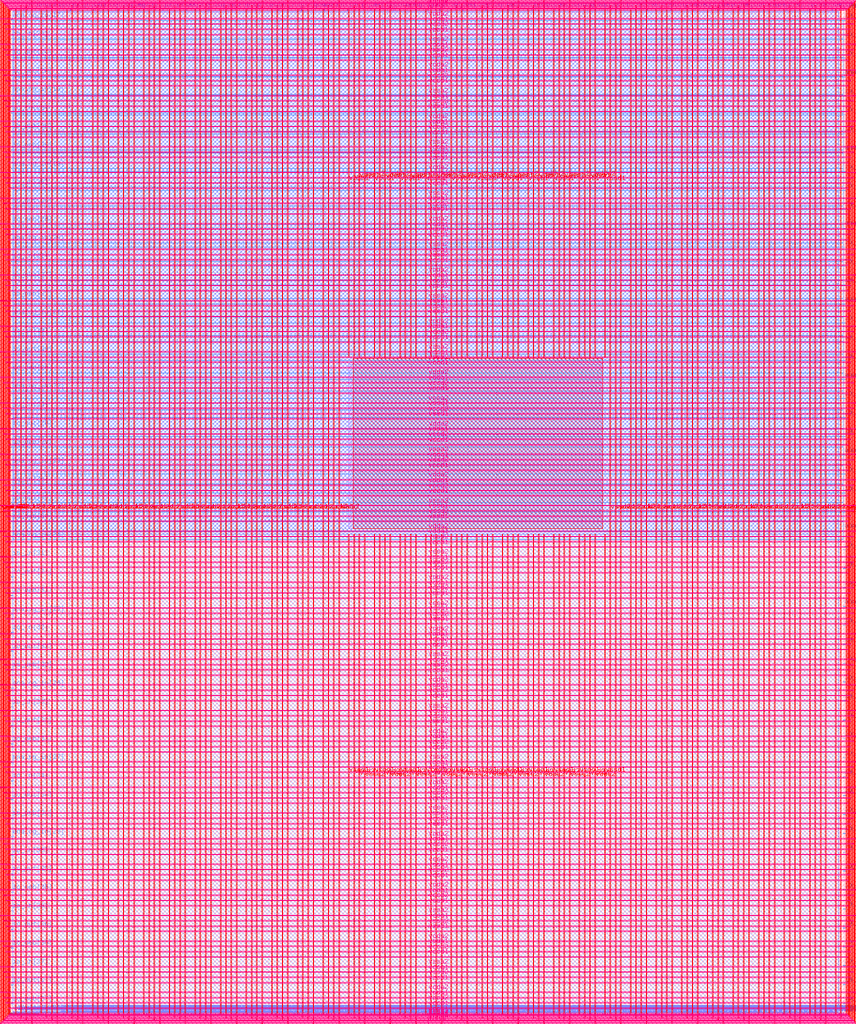
<source format=lef>
VERSION 5.7 ;
  NOWIREEXTENSIONATPIN ON ;
  DIVIDERCHAR "/" ;
  BUSBITCHARS "[]" ;
MACRO user_project_wrapper
  CLASS BLOCK ;
  FOREIGN user_project_wrapper ;
  ORIGIN 0.000 0.000 ;
  SIZE 2920.000 BY 3520.000 ;
  PIN analog_io[0]
    DIRECTION INOUT ;
    USE SIGNAL ;
    PORT
      LAYER met3 ;
        RECT 2917.600 1426.380 2924.800 1427.580 ;
    END
  END analog_io[0]
  PIN analog_io[10]
    DIRECTION INOUT ;
    USE SIGNAL ;
    PORT
      LAYER met2 ;
        RECT 2230.490 3517.600 2231.050 3524.800 ;
    END
  END analog_io[10]
  PIN analog_io[11]
    DIRECTION INOUT ;
    USE SIGNAL ;
    PORT
      LAYER met2 ;
        RECT 1905.730 3517.600 1906.290 3524.800 ;
    END
  END analog_io[11]
  PIN analog_io[12]
    DIRECTION INOUT ;
    USE SIGNAL ;
    PORT
      LAYER met2 ;
        RECT 1581.430 3517.600 1581.990 3524.800 ;
    END
  END analog_io[12]
  PIN analog_io[13]
    DIRECTION INOUT ;
    USE SIGNAL ;
    PORT
      LAYER met2 ;
        RECT 1257.130 3517.600 1257.690 3524.800 ;
    END
  END analog_io[13]
  PIN analog_io[14]
    DIRECTION INOUT ;
    USE SIGNAL ;
    PORT
      LAYER met2 ;
        RECT 932.370 3517.600 932.930 3524.800 ;
    END
  END analog_io[14]
  PIN analog_io[15]
    DIRECTION INOUT ;
    USE SIGNAL ;
    PORT
      LAYER met2 ;
        RECT 608.070 3517.600 608.630 3524.800 ;
    END
  END analog_io[15]
  PIN analog_io[16]
    DIRECTION INOUT ;
    USE SIGNAL ;
    PORT
      LAYER met2 ;
        RECT 283.770 3517.600 284.330 3524.800 ;
    END
  END analog_io[16]
  PIN analog_io[17]
    DIRECTION INOUT ;
    USE SIGNAL ;
    PORT
      LAYER met3 ;
        RECT -4.800 3486.100 2.400 3487.300 ;
    END
  END analog_io[17]
  PIN analog_io[18]
    DIRECTION INOUT ;
    USE SIGNAL ;
    PORT
      LAYER met3 ;
        RECT -4.800 3224.980 2.400 3226.180 ;
    END
  END analog_io[18]
  PIN analog_io[19]
    DIRECTION INOUT ;
    USE SIGNAL ;
    PORT
      LAYER met3 ;
        RECT -4.800 2964.540 2.400 2965.740 ;
    END
  END analog_io[19]
  PIN analog_io[1]
    DIRECTION INOUT ;
    USE SIGNAL ;
    PORT
      LAYER met3 ;
        RECT 2917.600 1692.260 2924.800 1693.460 ;
    END
  END analog_io[1]
  PIN analog_io[20]
    DIRECTION INOUT ;
    USE SIGNAL ;
    PORT
      LAYER met3 ;
        RECT -4.800 2703.420 2.400 2704.620 ;
    END
  END analog_io[20]
  PIN analog_io[21]
    DIRECTION INOUT ;
    USE SIGNAL ;
    PORT
      LAYER met3 ;
        RECT -4.800 2442.980 2.400 2444.180 ;
    END
  END analog_io[21]
  PIN analog_io[22]
    DIRECTION INOUT ;
    USE SIGNAL ;
    PORT
      LAYER met3 ;
        RECT -4.800 2182.540 2.400 2183.740 ;
    END
  END analog_io[22]
  PIN analog_io[23]
    DIRECTION INOUT ;
    USE SIGNAL ;
    PORT
      LAYER met3 ;
        RECT -4.800 1921.420 2.400 1922.620 ;
    END
  END analog_io[23]
  PIN analog_io[24]
    DIRECTION INOUT ;
    USE SIGNAL ;
    PORT
      LAYER met3 ;
        RECT -4.800 1660.980 2.400 1662.180 ;
    END
  END analog_io[24]
  PIN analog_io[25]
    DIRECTION INOUT ;
    USE SIGNAL ;
    PORT
      LAYER met3 ;
        RECT -4.800 1399.860 2.400 1401.060 ;
    END
  END analog_io[25]
  PIN analog_io[26]
    DIRECTION INOUT ;
    USE SIGNAL ;
    PORT
      LAYER met3 ;
        RECT -4.800 1139.420 2.400 1140.620 ;
    END
  END analog_io[26]
  PIN analog_io[27]
    DIRECTION INOUT ;
    USE SIGNAL ;
    PORT
      LAYER met3 ;
        RECT -4.800 878.980 2.400 880.180 ;
    END
  END analog_io[27]
  PIN analog_io[28]
    DIRECTION INOUT ;
    USE SIGNAL ;
    PORT
      LAYER met3 ;
        RECT -4.800 617.860 2.400 619.060 ;
    END
  END analog_io[28]
  PIN analog_io[2]
    DIRECTION INOUT ;
    USE SIGNAL ;
    PORT
      LAYER met3 ;
        RECT 2917.600 1958.140 2924.800 1959.340 ;
    END
  END analog_io[2]
  PIN analog_io[3]
    DIRECTION INOUT ;
    USE SIGNAL ;
    PORT
      LAYER met3 ;
        RECT 2917.600 2223.340 2924.800 2224.540 ;
    END
  END analog_io[3]
  PIN analog_io[4]
    DIRECTION INOUT ;
    USE SIGNAL ;
    PORT
      LAYER met3 ;
        RECT 2917.600 2489.220 2924.800 2490.420 ;
    END
  END analog_io[4]
  PIN analog_io[5]
    DIRECTION INOUT ;
    USE SIGNAL ;
    PORT
      LAYER met3 ;
        RECT 2917.600 2755.100 2924.800 2756.300 ;
    END
  END analog_io[5]
  PIN analog_io[6]
    DIRECTION INOUT ;
    USE SIGNAL ;
    PORT
      LAYER met3 ;
        RECT 2917.600 3020.300 2924.800 3021.500 ;
    END
  END analog_io[6]
  PIN analog_io[7]
    DIRECTION INOUT ;
    USE SIGNAL ;
    PORT
      LAYER met3 ;
        RECT 2917.600 3286.180 2924.800 3287.380 ;
    END
  END analog_io[7]
  PIN analog_io[8]
    DIRECTION INOUT ;
    USE SIGNAL ;
    PORT
      LAYER met2 ;
        RECT 2879.090 3517.600 2879.650 3524.800 ;
    END
  END analog_io[8]
  PIN analog_io[9]
    DIRECTION INOUT ;
    USE SIGNAL ;
    PORT
      LAYER met2 ;
        RECT 2554.790 3517.600 2555.350 3524.800 ;
    END
  END analog_io[9]
  PIN io_in[0]
    DIRECTION INPUT ;
    USE SIGNAL ;
    PORT
      LAYER met3 ;
        RECT 2917.600 32.380 2924.800 33.580 ;
    END
  END io_in[0]
  PIN io_in[10]
    DIRECTION INPUT ;
    USE SIGNAL ;
    PORT
      LAYER met3 ;
        RECT 2917.600 2289.980 2924.800 2291.180 ;
    END
  END io_in[10]
  PIN io_in[11]
    DIRECTION INPUT ;
    USE SIGNAL ;
    PORT
      LAYER met3 ;
        RECT 2917.600 2555.860 2924.800 2557.060 ;
    END
  END io_in[11]
  PIN io_in[12]
    DIRECTION INPUT ;
    USE SIGNAL ;
    PORT
      LAYER met3 ;
        RECT 2917.600 2821.060 2924.800 2822.260 ;
    END
  END io_in[12]
  PIN io_in[13]
    DIRECTION INPUT ;
    USE SIGNAL ;
    PORT
      LAYER met3 ;
        RECT 2917.600 3086.940 2924.800 3088.140 ;
    END
  END io_in[13]
  PIN io_in[14]
    DIRECTION INPUT ;
    USE SIGNAL ;
    PORT
      LAYER met3 ;
        RECT 2917.600 3352.820 2924.800 3354.020 ;
    END
  END io_in[14]
  PIN io_in[15]
    DIRECTION INPUT ;
    USE SIGNAL ;
    PORT
      LAYER met2 ;
        RECT 2798.130 3517.600 2798.690 3524.800 ;
    END
  END io_in[15]
  PIN io_in[16]
    DIRECTION INPUT ;
    USE SIGNAL ;
    PORT
      LAYER met2 ;
        RECT 2473.830 3517.600 2474.390 3524.800 ;
    END
  END io_in[16]
  PIN io_in[17]
    DIRECTION INPUT ;
    USE SIGNAL ;
    PORT
      LAYER met2 ;
        RECT 2149.070 3517.600 2149.630 3524.800 ;
    END
  END io_in[17]
  PIN io_in[18]
    DIRECTION INPUT ;
    USE SIGNAL ;
    PORT
      LAYER met2 ;
        RECT 1824.770 3517.600 1825.330 3524.800 ;
    END
  END io_in[18]
  PIN io_in[19]
    DIRECTION INPUT ;
    USE SIGNAL ;
    PORT
      LAYER met2 ;
        RECT 1500.470 3517.600 1501.030 3524.800 ;
    END
  END io_in[19]
  PIN io_in[1]
    DIRECTION INPUT ;
    USE SIGNAL ;
    PORT
      LAYER met3 ;
        RECT 2917.600 230.940 2924.800 232.140 ;
    END
  END io_in[1]
  PIN io_in[20]
    DIRECTION INPUT ;
    USE SIGNAL ;
    PORT
      LAYER met2 ;
        RECT 1175.710 3517.600 1176.270 3524.800 ;
    END
  END io_in[20]
  PIN io_in[21]
    DIRECTION INPUT ;
    USE SIGNAL ;
    PORT
      LAYER met2 ;
        RECT 851.410 3517.600 851.970 3524.800 ;
    END
  END io_in[21]
  PIN io_in[22]
    DIRECTION INPUT ;
    USE SIGNAL ;
    PORT
      LAYER met2 ;
        RECT 527.110 3517.600 527.670 3524.800 ;
    END
  END io_in[22]
  PIN io_in[23]
    DIRECTION INPUT ;
    USE SIGNAL ;
    PORT
      LAYER met2 ;
        RECT 202.350 3517.600 202.910 3524.800 ;
    END
  END io_in[23]
  PIN io_in[24]
    DIRECTION INPUT ;
    USE SIGNAL ;
    PORT
      LAYER met3 ;
        RECT -4.800 3420.820 2.400 3422.020 ;
    END
  END io_in[24]
  PIN io_in[25]
    DIRECTION INPUT ;
    USE SIGNAL ;
    PORT
      LAYER met3 ;
        RECT -4.800 3159.700 2.400 3160.900 ;
    END
  END io_in[25]
  PIN io_in[26]
    DIRECTION INPUT ;
    USE SIGNAL ;
    PORT
      LAYER met3 ;
        RECT -4.800 2899.260 2.400 2900.460 ;
    END
  END io_in[26]
  PIN io_in[27]
    DIRECTION INPUT ;
    USE SIGNAL ;
    PORT
      LAYER met3 ;
        RECT -4.800 2638.820 2.400 2640.020 ;
    END
  END io_in[27]
  PIN io_in[28]
    DIRECTION INPUT ;
    USE SIGNAL ;
    PORT
      LAYER met3 ;
        RECT -4.800 2377.700 2.400 2378.900 ;
    END
  END io_in[28]
  PIN io_in[29]
    DIRECTION INPUT ;
    USE SIGNAL ;
    PORT
      LAYER met3 ;
        RECT -4.800 2117.260 2.400 2118.460 ;
    END
  END io_in[29]
  PIN io_in[2]
    DIRECTION INPUT ;
    USE SIGNAL ;
    PORT
      LAYER met3 ;
        RECT 2917.600 430.180 2924.800 431.380 ;
    END
  END io_in[2]
  PIN io_in[30]
    DIRECTION INPUT ;
    USE SIGNAL ;
    PORT
      LAYER met3 ;
        RECT -4.800 1856.140 2.400 1857.340 ;
    END
  END io_in[30]
  PIN io_in[31]
    DIRECTION INPUT ;
    USE SIGNAL ;
    PORT
      LAYER met3 ;
        RECT -4.800 1595.700 2.400 1596.900 ;
    END
  END io_in[31]
  PIN io_in[32]
    DIRECTION INPUT ;
    USE SIGNAL ;
    PORT
      LAYER met3 ;
        RECT -4.800 1335.260 2.400 1336.460 ;
    END
  END io_in[32]
  PIN io_in[33]
    DIRECTION INPUT ;
    USE SIGNAL ;
    PORT
      LAYER met3 ;
        RECT -4.800 1074.140 2.400 1075.340 ;
    END
  END io_in[33]
  PIN io_in[34]
    DIRECTION INPUT ;
    USE SIGNAL ;
    PORT
      LAYER met3 ;
        RECT -4.800 813.700 2.400 814.900 ;
    END
  END io_in[34]
  PIN io_in[35]
    DIRECTION INPUT ;
    USE SIGNAL ;
    PORT
      LAYER met3 ;
        RECT -4.800 552.580 2.400 553.780 ;
    END
  END io_in[35]
  PIN io_in[36]
    DIRECTION INPUT ;
    USE SIGNAL ;
    PORT
      LAYER met3 ;
        RECT -4.800 357.420 2.400 358.620 ;
    END
  END io_in[36]
  PIN io_in[37]
    DIRECTION INPUT ;
    USE SIGNAL ;
    PORT
      LAYER met3 ;
        RECT -4.800 161.580 2.400 162.780 ;
    END
  END io_in[37]
  PIN io_in[3]
    DIRECTION INPUT ;
    USE SIGNAL ;
    PORT
      LAYER met3 ;
        RECT 2917.600 629.420 2924.800 630.620 ;
    END
  END io_in[3]
  PIN io_in[4]
    DIRECTION INPUT ;
    USE SIGNAL ;
    PORT
      LAYER met3 ;
        RECT 2917.600 828.660 2924.800 829.860 ;
    END
  END io_in[4]
  PIN io_in[5]
    DIRECTION INPUT ;
    USE SIGNAL ;
    PORT
      LAYER met3 ;
        RECT 2917.600 1027.900 2924.800 1029.100 ;
    END
  END io_in[5]
  PIN io_in[6]
    DIRECTION INPUT ;
    USE SIGNAL ;
    PORT
      LAYER met3 ;
        RECT 2917.600 1227.140 2924.800 1228.340 ;
    END
  END io_in[6]
  PIN io_in[7]
    DIRECTION INPUT ;
    USE SIGNAL ;
    PORT
      LAYER met3 ;
        RECT 2917.600 1493.020 2924.800 1494.220 ;
    END
  END io_in[7]
  PIN io_in[8]
    DIRECTION INPUT ;
    USE SIGNAL ;
    PORT
      LAYER met3 ;
        RECT 2917.600 1758.900 2924.800 1760.100 ;
    END
  END io_in[8]
  PIN io_in[9]
    DIRECTION INPUT ;
    USE SIGNAL ;
    PORT
      LAYER met3 ;
        RECT 2917.600 2024.100 2924.800 2025.300 ;
    END
  END io_in[9]
  PIN io_oeb[0]
    DIRECTION OUTPUT TRISTATE ;
    USE SIGNAL ;
    PORT
      LAYER met3 ;
        RECT 2917.600 164.980 2924.800 166.180 ;
    END
  END io_oeb[0]
  PIN io_oeb[10]
    DIRECTION OUTPUT TRISTATE ;
    USE SIGNAL ;
    PORT
      LAYER met3 ;
        RECT 2917.600 2422.580 2924.800 2423.780 ;
    END
  END io_oeb[10]
  PIN io_oeb[11]
    DIRECTION OUTPUT TRISTATE ;
    USE SIGNAL ;
    PORT
      LAYER met3 ;
        RECT 2917.600 2688.460 2924.800 2689.660 ;
    END
  END io_oeb[11]
  PIN io_oeb[12]
    DIRECTION OUTPUT TRISTATE ;
    USE SIGNAL ;
    PORT
      LAYER met3 ;
        RECT 2917.600 2954.340 2924.800 2955.540 ;
    END
  END io_oeb[12]
  PIN io_oeb[13]
    DIRECTION OUTPUT TRISTATE ;
    USE SIGNAL ;
    PORT
      LAYER met3 ;
        RECT 2917.600 3219.540 2924.800 3220.740 ;
    END
  END io_oeb[13]
  PIN io_oeb[14]
    DIRECTION OUTPUT TRISTATE ;
    USE SIGNAL ;
    PORT
      LAYER met3 ;
        RECT 2917.600 3485.420 2924.800 3486.620 ;
    END
  END io_oeb[14]
  PIN io_oeb[15]
    DIRECTION OUTPUT TRISTATE ;
    USE SIGNAL ;
    PORT
      LAYER met2 ;
        RECT 2635.750 3517.600 2636.310 3524.800 ;
    END
  END io_oeb[15]
  PIN io_oeb[16]
    DIRECTION OUTPUT TRISTATE ;
    USE SIGNAL ;
    PORT
      LAYER met2 ;
        RECT 2311.450 3517.600 2312.010 3524.800 ;
    END
  END io_oeb[16]
  PIN io_oeb[17]
    DIRECTION OUTPUT TRISTATE ;
    USE SIGNAL ;
    PORT
      LAYER met2 ;
        RECT 1987.150 3517.600 1987.710 3524.800 ;
    END
  END io_oeb[17]
  PIN io_oeb[18]
    DIRECTION OUTPUT TRISTATE ;
    USE SIGNAL ;
    PORT
      LAYER met2 ;
        RECT 1662.390 3517.600 1662.950 3524.800 ;
    END
  END io_oeb[18]
  PIN io_oeb[19]
    DIRECTION OUTPUT TRISTATE ;
    USE SIGNAL ;
    PORT
      LAYER met2 ;
        RECT 1338.090 3517.600 1338.650 3524.800 ;
    END
  END io_oeb[19]
  PIN io_oeb[1]
    DIRECTION OUTPUT TRISTATE ;
    USE SIGNAL ;
    PORT
      LAYER met3 ;
        RECT 2917.600 364.220 2924.800 365.420 ;
    END
  END io_oeb[1]
  PIN io_oeb[20]
    DIRECTION OUTPUT TRISTATE ;
    USE SIGNAL ;
    PORT
      LAYER met2 ;
        RECT 1013.790 3517.600 1014.350 3524.800 ;
    END
  END io_oeb[20]
  PIN io_oeb[21]
    DIRECTION OUTPUT TRISTATE ;
    USE SIGNAL ;
    PORT
      LAYER met2 ;
        RECT 689.030 3517.600 689.590 3524.800 ;
    END
  END io_oeb[21]
  PIN io_oeb[22]
    DIRECTION OUTPUT TRISTATE ;
    USE SIGNAL ;
    PORT
      LAYER met2 ;
        RECT 364.730 3517.600 365.290 3524.800 ;
    END
  END io_oeb[22]
  PIN io_oeb[23]
    DIRECTION OUTPUT TRISTATE ;
    USE SIGNAL ;
    PORT
      LAYER met2 ;
        RECT 40.430 3517.600 40.990 3524.800 ;
    END
  END io_oeb[23]
  PIN io_oeb[24]
    DIRECTION OUTPUT TRISTATE ;
    USE SIGNAL ;
    PORT
      LAYER met3 ;
        RECT -4.800 3290.260 2.400 3291.460 ;
    END
  END io_oeb[24]
  PIN io_oeb[25]
    DIRECTION OUTPUT TRISTATE ;
    USE SIGNAL ;
    PORT
      LAYER met3 ;
        RECT -4.800 3029.820 2.400 3031.020 ;
    END
  END io_oeb[25]
  PIN io_oeb[26]
    DIRECTION OUTPUT TRISTATE ;
    USE SIGNAL ;
    PORT
      LAYER met3 ;
        RECT -4.800 2768.700 2.400 2769.900 ;
    END
  END io_oeb[26]
  PIN io_oeb[27]
    DIRECTION OUTPUT TRISTATE ;
    USE SIGNAL ;
    PORT
      LAYER met3 ;
        RECT -4.800 2508.260 2.400 2509.460 ;
    END
  END io_oeb[27]
  PIN io_oeb[28]
    DIRECTION OUTPUT TRISTATE ;
    USE SIGNAL ;
    PORT
      LAYER met3 ;
        RECT -4.800 2247.140 2.400 2248.340 ;
    END
  END io_oeb[28]
  PIN io_oeb[29]
    DIRECTION OUTPUT TRISTATE ;
    USE SIGNAL ;
    PORT
      LAYER met3 ;
        RECT -4.800 1986.700 2.400 1987.900 ;
    END
  END io_oeb[29]
  PIN io_oeb[2]
    DIRECTION OUTPUT TRISTATE ;
    USE SIGNAL ;
    PORT
      LAYER met3 ;
        RECT 2917.600 563.460 2924.800 564.660 ;
    END
  END io_oeb[2]
  PIN io_oeb[30]
    DIRECTION OUTPUT TRISTATE ;
    USE SIGNAL ;
    PORT
      LAYER met3 ;
        RECT -4.800 1726.260 2.400 1727.460 ;
    END
  END io_oeb[30]
  PIN io_oeb[31]
    DIRECTION OUTPUT TRISTATE ;
    USE SIGNAL ;
    PORT
      LAYER met3 ;
        RECT -4.800 1465.140 2.400 1466.340 ;
    END
  END io_oeb[31]
  PIN io_oeb[32]
    DIRECTION OUTPUT TRISTATE ;
    USE SIGNAL ;
    PORT
      LAYER met3 ;
        RECT -4.800 1204.700 2.400 1205.900 ;
    END
  END io_oeb[32]
  PIN io_oeb[33]
    DIRECTION OUTPUT TRISTATE ;
    USE SIGNAL ;
    PORT
      LAYER met3 ;
        RECT -4.800 943.580 2.400 944.780 ;
    END
  END io_oeb[33]
  PIN io_oeb[34]
    DIRECTION OUTPUT TRISTATE ;
    USE SIGNAL ;
    PORT
      LAYER met3 ;
        RECT -4.800 683.140 2.400 684.340 ;
    END
  END io_oeb[34]
  PIN io_oeb[35]
    DIRECTION OUTPUT TRISTATE ;
    USE SIGNAL ;
    PORT
      LAYER met3 ;
        RECT -4.800 422.700 2.400 423.900 ;
    END
  END io_oeb[35]
  PIN io_oeb[36]
    DIRECTION OUTPUT TRISTATE ;
    USE SIGNAL ;
    PORT
      LAYER met3 ;
        RECT -4.800 226.860 2.400 228.060 ;
    END
  END io_oeb[36]
  PIN io_oeb[37]
    DIRECTION OUTPUT TRISTATE ;
    USE SIGNAL ;
    PORT
      LAYER met3 ;
        RECT -4.800 31.700 2.400 32.900 ;
    END
  END io_oeb[37]
  PIN io_oeb[3]
    DIRECTION OUTPUT TRISTATE ;
    USE SIGNAL ;
    PORT
      LAYER met3 ;
        RECT 2917.600 762.700 2924.800 763.900 ;
    END
  END io_oeb[3]
  PIN io_oeb[4]
    DIRECTION OUTPUT TRISTATE ;
    USE SIGNAL ;
    PORT
      LAYER met3 ;
        RECT 2917.600 961.940 2924.800 963.140 ;
    END
  END io_oeb[4]
  PIN io_oeb[5]
    DIRECTION OUTPUT TRISTATE ;
    USE SIGNAL ;
    PORT
      LAYER met3 ;
        RECT 2917.600 1161.180 2924.800 1162.380 ;
    END
  END io_oeb[5]
  PIN io_oeb[6]
    DIRECTION OUTPUT TRISTATE ;
    USE SIGNAL ;
    PORT
      LAYER met3 ;
        RECT 2917.600 1360.420 2924.800 1361.620 ;
    END
  END io_oeb[6]
  PIN io_oeb[7]
    DIRECTION OUTPUT TRISTATE ;
    USE SIGNAL ;
    PORT
      LAYER met3 ;
        RECT 2917.600 1625.620 2924.800 1626.820 ;
    END
  END io_oeb[7]
  PIN io_oeb[8]
    DIRECTION OUTPUT TRISTATE ;
    USE SIGNAL ;
    PORT
      LAYER met3 ;
        RECT 2917.600 1891.500 2924.800 1892.700 ;
    END
  END io_oeb[8]
  PIN io_oeb[9]
    DIRECTION OUTPUT TRISTATE ;
    USE SIGNAL ;
    PORT
      LAYER met3 ;
        RECT 2917.600 2157.380 2924.800 2158.580 ;
    END
  END io_oeb[9]
  PIN io_out[0]
    DIRECTION OUTPUT TRISTATE ;
    USE SIGNAL ;
    PORT
      LAYER met3 ;
        RECT 2917.600 98.340 2924.800 99.540 ;
    END
  END io_out[0]
  PIN io_out[10]
    DIRECTION OUTPUT TRISTATE ;
    USE SIGNAL ;
    PORT
      LAYER met3 ;
        RECT 2917.600 2356.620 2924.800 2357.820 ;
    END
  END io_out[10]
  PIN io_out[11]
    DIRECTION OUTPUT TRISTATE ;
    USE SIGNAL ;
    PORT
      LAYER met3 ;
        RECT 2917.600 2621.820 2924.800 2623.020 ;
    END
  END io_out[11]
  PIN io_out[12]
    DIRECTION OUTPUT TRISTATE ;
    USE SIGNAL ;
    PORT
      LAYER met3 ;
        RECT 2917.600 2887.700 2924.800 2888.900 ;
    END
  END io_out[12]
  PIN io_out[13]
    DIRECTION OUTPUT TRISTATE ;
    USE SIGNAL ;
    PORT
      LAYER met3 ;
        RECT 2917.600 3153.580 2924.800 3154.780 ;
    END
  END io_out[13]
  PIN io_out[14]
    DIRECTION OUTPUT TRISTATE ;
    USE SIGNAL ;
    PORT
      LAYER met3 ;
        RECT 2917.600 3418.780 2924.800 3419.980 ;
    END
  END io_out[14]
  PIN io_out[15]
    DIRECTION OUTPUT TRISTATE ;
    USE SIGNAL ;
    PORT
      LAYER met2 ;
        RECT 2717.170 3517.600 2717.730 3524.800 ;
    END
  END io_out[15]
  PIN io_out[16]
    DIRECTION OUTPUT TRISTATE ;
    USE SIGNAL ;
    PORT
      LAYER met2 ;
        RECT 2392.410 3517.600 2392.970 3524.800 ;
    END
  END io_out[16]
  PIN io_out[17]
    DIRECTION OUTPUT TRISTATE ;
    USE SIGNAL ;
    PORT
      LAYER met2 ;
        RECT 2068.110 3517.600 2068.670 3524.800 ;
    END
  END io_out[17]
  PIN io_out[18]
    DIRECTION OUTPUT TRISTATE ;
    USE SIGNAL ;
    PORT
      LAYER met2 ;
        RECT 1743.810 3517.600 1744.370 3524.800 ;
    END
  END io_out[18]
  PIN io_out[19]
    DIRECTION OUTPUT TRISTATE ;
    USE SIGNAL ;
    PORT
      LAYER met2 ;
        RECT 1419.050 3517.600 1419.610 3524.800 ;
    END
  END io_out[19]
  PIN io_out[1]
    DIRECTION OUTPUT TRISTATE ;
    USE SIGNAL ;
    PORT
      LAYER met3 ;
        RECT 2917.600 297.580 2924.800 298.780 ;
    END
  END io_out[1]
  PIN io_out[20]
    DIRECTION OUTPUT TRISTATE ;
    USE SIGNAL ;
    PORT
      LAYER met2 ;
        RECT 1094.750 3517.600 1095.310 3524.800 ;
    END
  END io_out[20]
  PIN io_out[21]
    DIRECTION OUTPUT TRISTATE ;
    USE SIGNAL ;
    PORT
      LAYER met2 ;
        RECT 770.450 3517.600 771.010 3524.800 ;
    END
  END io_out[21]
  PIN io_out[22]
    DIRECTION OUTPUT TRISTATE ;
    USE SIGNAL ;
    PORT
      LAYER met2 ;
        RECT 445.690 3517.600 446.250 3524.800 ;
    END
  END io_out[22]
  PIN io_out[23]
    DIRECTION OUTPUT TRISTATE ;
    USE SIGNAL ;
    PORT
      LAYER met2 ;
        RECT 121.390 3517.600 121.950 3524.800 ;
    END
  END io_out[23]
  PIN io_out[24]
    DIRECTION OUTPUT TRISTATE ;
    USE SIGNAL ;
    PORT
      LAYER met3 ;
        RECT -4.800 3355.540 2.400 3356.740 ;
    END
  END io_out[24]
  PIN io_out[25]
    DIRECTION OUTPUT TRISTATE ;
    USE SIGNAL ;
    PORT
      LAYER met3 ;
        RECT -4.800 3095.100 2.400 3096.300 ;
    END
  END io_out[25]
  PIN io_out[26]
    DIRECTION OUTPUT TRISTATE ;
    USE SIGNAL ;
    PORT
      LAYER met3 ;
        RECT -4.800 2833.980 2.400 2835.180 ;
    END
  END io_out[26]
  PIN io_out[27]
    DIRECTION OUTPUT TRISTATE ;
    USE SIGNAL ;
    PORT
      LAYER met3 ;
        RECT -4.800 2573.540 2.400 2574.740 ;
    END
  END io_out[27]
  PIN io_out[28]
    DIRECTION OUTPUT TRISTATE ;
    USE SIGNAL ;
    PORT
      LAYER met3 ;
        RECT -4.800 2312.420 2.400 2313.620 ;
    END
  END io_out[28]
  PIN io_out[29]
    DIRECTION OUTPUT TRISTATE ;
    USE SIGNAL ;
    PORT
      LAYER met3 ;
        RECT -4.800 2051.980 2.400 2053.180 ;
    END
  END io_out[29]
  PIN io_out[2]
    DIRECTION OUTPUT TRISTATE ;
    USE SIGNAL ;
    PORT
      LAYER met3 ;
        RECT 2917.600 496.820 2924.800 498.020 ;
    END
  END io_out[2]
  PIN io_out[30]
    DIRECTION OUTPUT TRISTATE ;
    USE SIGNAL ;
    PORT
      LAYER met3 ;
        RECT -4.800 1791.540 2.400 1792.740 ;
    END
  END io_out[30]
  PIN io_out[31]
    DIRECTION OUTPUT TRISTATE ;
    USE SIGNAL ;
    PORT
      LAYER met3 ;
        RECT -4.800 1530.420 2.400 1531.620 ;
    END
  END io_out[31]
  PIN io_out[32]
    DIRECTION OUTPUT TRISTATE ;
    USE SIGNAL ;
    PORT
      LAYER met3 ;
        RECT -4.800 1269.980 2.400 1271.180 ;
    END
  END io_out[32]
  PIN io_out[33]
    DIRECTION OUTPUT TRISTATE ;
    USE SIGNAL ;
    PORT
      LAYER met3 ;
        RECT -4.800 1008.860 2.400 1010.060 ;
    END
  END io_out[33]
  PIN io_out[34]
    DIRECTION OUTPUT TRISTATE ;
    USE SIGNAL ;
    PORT
      LAYER met3 ;
        RECT -4.800 748.420 2.400 749.620 ;
    END
  END io_out[34]
  PIN io_out[35]
    DIRECTION OUTPUT TRISTATE ;
    USE SIGNAL ;
    PORT
      LAYER met3 ;
        RECT -4.800 487.300 2.400 488.500 ;
    END
  END io_out[35]
  PIN io_out[36]
    DIRECTION OUTPUT TRISTATE ;
    USE SIGNAL ;
    PORT
      LAYER met3 ;
        RECT -4.800 292.140 2.400 293.340 ;
    END
  END io_out[36]
  PIN io_out[37]
    DIRECTION OUTPUT TRISTATE ;
    USE SIGNAL ;
    PORT
      LAYER met3 ;
        RECT -4.800 96.300 2.400 97.500 ;
    END
  END io_out[37]
  PIN io_out[3]
    DIRECTION OUTPUT TRISTATE ;
    USE SIGNAL ;
    PORT
      LAYER met3 ;
        RECT 2917.600 696.060 2924.800 697.260 ;
    END
  END io_out[3]
  PIN io_out[4]
    DIRECTION OUTPUT TRISTATE ;
    USE SIGNAL ;
    PORT
      LAYER met3 ;
        RECT 2917.600 895.300 2924.800 896.500 ;
    END
  END io_out[4]
  PIN io_out[5]
    DIRECTION OUTPUT TRISTATE ;
    USE SIGNAL ;
    PORT
      LAYER met3 ;
        RECT 2917.600 1094.540 2924.800 1095.740 ;
    END
  END io_out[5]
  PIN io_out[6]
    DIRECTION OUTPUT TRISTATE ;
    USE SIGNAL ;
    PORT
      LAYER met3 ;
        RECT 2917.600 1293.780 2924.800 1294.980 ;
    END
  END io_out[6]
  PIN io_out[7]
    DIRECTION OUTPUT TRISTATE ;
    USE SIGNAL ;
    PORT
      LAYER met3 ;
        RECT 2917.600 1559.660 2924.800 1560.860 ;
    END
  END io_out[7]
  PIN io_out[8]
    DIRECTION OUTPUT TRISTATE ;
    USE SIGNAL ;
    PORT
      LAYER met3 ;
        RECT 2917.600 1824.860 2924.800 1826.060 ;
    END
  END io_out[8]
  PIN io_out[9]
    DIRECTION OUTPUT TRISTATE ;
    USE SIGNAL ;
    PORT
      LAYER met3 ;
        RECT 2917.600 2090.740 2924.800 2091.940 ;
    END
  END io_out[9]
  PIN la_data_in[0]
    DIRECTION INPUT ;
    USE SIGNAL ;
    PORT
      LAYER met2 ;
        RECT 629.230 -4.800 629.790 2.400 ;
    END
  END la_data_in[0]
  PIN la_data_in[100]
    DIRECTION INPUT ;
    USE SIGNAL ;
    PORT
      LAYER met2 ;
        RECT 2402.530 -4.800 2403.090 2.400 ;
    END
  END la_data_in[100]
  PIN la_data_in[101]
    DIRECTION INPUT ;
    USE SIGNAL ;
    PORT
      LAYER met2 ;
        RECT 2420.010 -4.800 2420.570 2.400 ;
    END
  END la_data_in[101]
  PIN la_data_in[102]
    DIRECTION INPUT ;
    USE SIGNAL ;
    PORT
      LAYER met2 ;
        RECT 2437.950 -4.800 2438.510 2.400 ;
    END
  END la_data_in[102]
  PIN la_data_in[103]
    DIRECTION INPUT ;
    USE SIGNAL ;
    PORT
      LAYER met2 ;
        RECT 2455.430 -4.800 2455.990 2.400 ;
    END
  END la_data_in[103]
  PIN la_data_in[104]
    DIRECTION INPUT ;
    USE SIGNAL ;
    PORT
      LAYER met2 ;
        RECT 2473.370 -4.800 2473.930 2.400 ;
    END
  END la_data_in[104]
  PIN la_data_in[105]
    DIRECTION INPUT ;
    USE SIGNAL ;
    PORT
      LAYER met2 ;
        RECT 2490.850 -4.800 2491.410 2.400 ;
    END
  END la_data_in[105]
  PIN la_data_in[106]
    DIRECTION INPUT ;
    USE SIGNAL ;
    PORT
      LAYER met2 ;
        RECT 2508.790 -4.800 2509.350 2.400 ;
    END
  END la_data_in[106]
  PIN la_data_in[107]
    DIRECTION INPUT ;
    USE SIGNAL ;
    PORT
      LAYER met2 ;
        RECT 2526.730 -4.800 2527.290 2.400 ;
    END
  END la_data_in[107]
  PIN la_data_in[108]
    DIRECTION INPUT ;
    USE SIGNAL ;
    PORT
      LAYER met2 ;
        RECT 2544.210 -4.800 2544.770 2.400 ;
    END
  END la_data_in[108]
  PIN la_data_in[109]
    DIRECTION INPUT ;
    USE SIGNAL ;
    PORT
      LAYER met2 ;
        RECT 2562.150 -4.800 2562.710 2.400 ;
    END
  END la_data_in[109]
  PIN la_data_in[10]
    DIRECTION INPUT ;
    USE SIGNAL ;
    PORT
      LAYER met2 ;
        RECT 806.330 -4.800 806.890 2.400 ;
    END
  END la_data_in[10]
  PIN la_data_in[110]
    DIRECTION INPUT ;
    USE SIGNAL ;
    PORT
      LAYER met2 ;
        RECT 2579.630 -4.800 2580.190 2.400 ;
    END
  END la_data_in[110]
  PIN la_data_in[111]
    DIRECTION INPUT ;
    USE SIGNAL ;
    PORT
      LAYER met2 ;
        RECT 2597.570 -4.800 2598.130 2.400 ;
    END
  END la_data_in[111]
  PIN la_data_in[112]
    DIRECTION INPUT ;
    USE SIGNAL ;
    PORT
      LAYER met2 ;
        RECT 2615.050 -4.800 2615.610 2.400 ;
    END
  END la_data_in[112]
  PIN la_data_in[113]
    DIRECTION INPUT ;
    USE SIGNAL ;
    PORT
      LAYER met2 ;
        RECT 2632.990 -4.800 2633.550 2.400 ;
    END
  END la_data_in[113]
  PIN la_data_in[114]
    DIRECTION INPUT ;
    USE SIGNAL ;
    PORT
      LAYER met2 ;
        RECT 2650.470 -4.800 2651.030 2.400 ;
    END
  END la_data_in[114]
  PIN la_data_in[115]
    DIRECTION INPUT ;
    USE SIGNAL ;
    PORT
      LAYER met2 ;
        RECT 2668.410 -4.800 2668.970 2.400 ;
    END
  END la_data_in[115]
  PIN la_data_in[116]
    DIRECTION INPUT ;
    USE SIGNAL ;
    PORT
      LAYER met2 ;
        RECT 2685.890 -4.800 2686.450 2.400 ;
    END
  END la_data_in[116]
  PIN la_data_in[117]
    DIRECTION INPUT ;
    USE SIGNAL ;
    PORT
      LAYER met2 ;
        RECT 2703.830 -4.800 2704.390 2.400 ;
    END
  END la_data_in[117]
  PIN la_data_in[118]
    DIRECTION INPUT ;
    USE SIGNAL ;
    PORT
      LAYER met2 ;
        RECT 2721.770 -4.800 2722.330 2.400 ;
    END
  END la_data_in[118]
  PIN la_data_in[119]
    DIRECTION INPUT ;
    USE SIGNAL ;
    PORT
      LAYER met2 ;
        RECT 2739.250 -4.800 2739.810 2.400 ;
    END
  END la_data_in[119]
  PIN la_data_in[11]
    DIRECTION INPUT ;
    USE SIGNAL ;
    PORT
      LAYER met2 ;
        RECT 824.270 -4.800 824.830 2.400 ;
    END
  END la_data_in[11]
  PIN la_data_in[120]
    DIRECTION INPUT ;
    USE SIGNAL ;
    PORT
      LAYER met2 ;
        RECT 2757.190 -4.800 2757.750 2.400 ;
    END
  END la_data_in[120]
  PIN la_data_in[121]
    DIRECTION INPUT ;
    USE SIGNAL ;
    PORT
      LAYER met2 ;
        RECT 2774.670 -4.800 2775.230 2.400 ;
    END
  END la_data_in[121]
  PIN la_data_in[122]
    DIRECTION INPUT ;
    USE SIGNAL ;
    PORT
      LAYER met2 ;
        RECT 2792.610 -4.800 2793.170 2.400 ;
    END
  END la_data_in[122]
  PIN la_data_in[123]
    DIRECTION INPUT ;
    USE SIGNAL ;
    PORT
      LAYER met2 ;
        RECT 2810.090 -4.800 2810.650 2.400 ;
    END
  END la_data_in[123]
  PIN la_data_in[124]
    DIRECTION INPUT ;
    USE SIGNAL ;
    PORT
      LAYER met2 ;
        RECT 2828.030 -4.800 2828.590 2.400 ;
    END
  END la_data_in[124]
  PIN la_data_in[125]
    DIRECTION INPUT ;
    USE SIGNAL ;
    PORT
      LAYER met2 ;
        RECT 2845.510 -4.800 2846.070 2.400 ;
    END
  END la_data_in[125]
  PIN la_data_in[126]
    DIRECTION INPUT ;
    USE SIGNAL ;
    PORT
      LAYER met2 ;
        RECT 2863.450 -4.800 2864.010 2.400 ;
    END
  END la_data_in[126]
  PIN la_data_in[127]
    DIRECTION INPUT ;
    USE SIGNAL ;
    PORT
      LAYER met2 ;
        RECT 2881.390 -4.800 2881.950 2.400 ;
    END
  END la_data_in[127]
  PIN la_data_in[12]
    DIRECTION INPUT ;
    USE SIGNAL ;
    PORT
      LAYER met2 ;
        RECT 841.750 -4.800 842.310 2.400 ;
    END
  END la_data_in[12]
  PIN la_data_in[13]
    DIRECTION INPUT ;
    USE SIGNAL ;
    PORT
      LAYER met2 ;
        RECT 859.690 -4.800 860.250 2.400 ;
    END
  END la_data_in[13]
  PIN la_data_in[14]
    DIRECTION INPUT ;
    USE SIGNAL ;
    PORT
      LAYER met2 ;
        RECT 877.170 -4.800 877.730 2.400 ;
    END
  END la_data_in[14]
  PIN la_data_in[15]
    DIRECTION INPUT ;
    USE SIGNAL ;
    PORT
      LAYER met2 ;
        RECT 895.110 -4.800 895.670 2.400 ;
    END
  END la_data_in[15]
  PIN la_data_in[16]
    DIRECTION INPUT ;
    USE SIGNAL ;
    PORT
      LAYER met2 ;
        RECT 912.590 -4.800 913.150 2.400 ;
    END
  END la_data_in[16]
  PIN la_data_in[17]
    DIRECTION INPUT ;
    USE SIGNAL ;
    PORT
      LAYER met2 ;
        RECT 930.530 -4.800 931.090 2.400 ;
    END
  END la_data_in[17]
  PIN la_data_in[18]
    DIRECTION INPUT ;
    USE SIGNAL ;
    PORT
      LAYER met2 ;
        RECT 948.470 -4.800 949.030 2.400 ;
    END
  END la_data_in[18]
  PIN la_data_in[19]
    DIRECTION INPUT ;
    USE SIGNAL ;
    PORT
      LAYER met2 ;
        RECT 965.950 -4.800 966.510 2.400 ;
    END
  END la_data_in[19]
  PIN la_data_in[1]
    DIRECTION INPUT ;
    USE SIGNAL ;
    PORT
      LAYER met2 ;
        RECT 646.710 -4.800 647.270 2.400 ;
    END
  END la_data_in[1]
  PIN la_data_in[20]
    DIRECTION INPUT ;
    USE SIGNAL ;
    PORT
      LAYER met2 ;
        RECT 983.890 -4.800 984.450 2.400 ;
    END
  END la_data_in[20]
  PIN la_data_in[21]
    DIRECTION INPUT ;
    USE SIGNAL ;
    PORT
      LAYER met2 ;
        RECT 1001.370 -4.800 1001.930 2.400 ;
    END
  END la_data_in[21]
  PIN la_data_in[22]
    DIRECTION INPUT ;
    USE SIGNAL ;
    PORT
      LAYER met2 ;
        RECT 1019.310 -4.800 1019.870 2.400 ;
    END
  END la_data_in[22]
  PIN la_data_in[23]
    DIRECTION INPUT ;
    USE SIGNAL ;
    PORT
      LAYER met2 ;
        RECT 1036.790 -4.800 1037.350 2.400 ;
    END
  END la_data_in[23]
  PIN la_data_in[24]
    DIRECTION INPUT ;
    USE SIGNAL ;
    PORT
      LAYER met2 ;
        RECT 1054.730 -4.800 1055.290 2.400 ;
    END
  END la_data_in[24]
  PIN la_data_in[25]
    DIRECTION INPUT ;
    USE SIGNAL ;
    PORT
      LAYER met2 ;
        RECT 1072.210 -4.800 1072.770 2.400 ;
    END
  END la_data_in[25]
  PIN la_data_in[26]
    DIRECTION INPUT ;
    USE SIGNAL ;
    PORT
      LAYER met2 ;
        RECT 1090.150 -4.800 1090.710 2.400 ;
    END
  END la_data_in[26]
  PIN la_data_in[27]
    DIRECTION INPUT ;
    USE SIGNAL ;
    PORT
      LAYER met2 ;
        RECT 1107.630 -4.800 1108.190 2.400 ;
    END
  END la_data_in[27]
  PIN la_data_in[28]
    DIRECTION INPUT ;
    USE SIGNAL ;
    PORT
      LAYER met2 ;
        RECT 1125.570 -4.800 1126.130 2.400 ;
    END
  END la_data_in[28]
  PIN la_data_in[29]
    DIRECTION INPUT ;
    USE SIGNAL ;
    PORT
      LAYER met2 ;
        RECT 1143.510 -4.800 1144.070 2.400 ;
    END
  END la_data_in[29]
  PIN la_data_in[2]
    DIRECTION INPUT ;
    USE SIGNAL ;
    PORT
      LAYER met2 ;
        RECT 664.650 -4.800 665.210 2.400 ;
    END
  END la_data_in[2]
  PIN la_data_in[30]
    DIRECTION INPUT ;
    USE SIGNAL ;
    PORT
      LAYER met2 ;
        RECT 1160.990 -4.800 1161.550 2.400 ;
    END
  END la_data_in[30]
  PIN la_data_in[31]
    DIRECTION INPUT ;
    USE SIGNAL ;
    PORT
      LAYER met2 ;
        RECT 1178.930 -4.800 1179.490 2.400 ;
    END
  END la_data_in[31]
  PIN la_data_in[32]
    DIRECTION INPUT ;
    USE SIGNAL ;
    PORT
      LAYER met2 ;
        RECT 1196.410 -4.800 1196.970 2.400 ;
    END
  END la_data_in[32]
  PIN la_data_in[33]
    DIRECTION INPUT ;
    USE SIGNAL ;
    PORT
      LAYER met2 ;
        RECT 1214.350 -4.800 1214.910 2.400 ;
    END
  END la_data_in[33]
  PIN la_data_in[34]
    DIRECTION INPUT ;
    USE SIGNAL ;
    PORT
      LAYER met2 ;
        RECT 1231.830 -4.800 1232.390 2.400 ;
    END
  END la_data_in[34]
  PIN la_data_in[35]
    DIRECTION INPUT ;
    USE SIGNAL ;
    PORT
      LAYER met2 ;
        RECT 1249.770 -4.800 1250.330 2.400 ;
    END
  END la_data_in[35]
  PIN la_data_in[36]
    DIRECTION INPUT ;
    USE SIGNAL ;
    PORT
      LAYER met2 ;
        RECT 1267.250 -4.800 1267.810 2.400 ;
    END
  END la_data_in[36]
  PIN la_data_in[37]
    DIRECTION INPUT ;
    USE SIGNAL ;
    PORT
      LAYER met2 ;
        RECT 1285.190 -4.800 1285.750 2.400 ;
    END
  END la_data_in[37]
  PIN la_data_in[38]
    DIRECTION INPUT ;
    USE SIGNAL ;
    PORT
      LAYER met2 ;
        RECT 1303.130 -4.800 1303.690 2.400 ;
    END
  END la_data_in[38]
  PIN la_data_in[39]
    DIRECTION INPUT ;
    USE SIGNAL ;
    PORT
      LAYER met2 ;
        RECT 1320.610 -4.800 1321.170 2.400 ;
    END
  END la_data_in[39]
  PIN la_data_in[3]
    DIRECTION INPUT ;
    USE SIGNAL ;
    PORT
      LAYER met2 ;
        RECT 682.130 -4.800 682.690 2.400 ;
    END
  END la_data_in[3]
  PIN la_data_in[40]
    DIRECTION INPUT ;
    USE SIGNAL ;
    PORT
      LAYER met2 ;
        RECT 1338.550 -4.800 1339.110 2.400 ;
    END
  END la_data_in[40]
  PIN la_data_in[41]
    DIRECTION INPUT ;
    USE SIGNAL ;
    PORT
      LAYER met2 ;
        RECT 1356.030 -4.800 1356.590 2.400 ;
    END
  END la_data_in[41]
  PIN la_data_in[42]
    DIRECTION INPUT ;
    USE SIGNAL ;
    PORT
      LAYER met2 ;
        RECT 1373.970 -4.800 1374.530 2.400 ;
    END
  END la_data_in[42]
  PIN la_data_in[43]
    DIRECTION INPUT ;
    USE SIGNAL ;
    PORT
      LAYER met2 ;
        RECT 1391.450 -4.800 1392.010 2.400 ;
    END
  END la_data_in[43]
  PIN la_data_in[44]
    DIRECTION INPUT ;
    USE SIGNAL ;
    PORT
      LAYER met2 ;
        RECT 1409.390 -4.800 1409.950 2.400 ;
    END
  END la_data_in[44]
  PIN la_data_in[45]
    DIRECTION INPUT ;
    USE SIGNAL ;
    PORT
      LAYER met2 ;
        RECT 1426.870 -4.800 1427.430 2.400 ;
    END
  END la_data_in[45]
  PIN la_data_in[46]
    DIRECTION INPUT ;
    USE SIGNAL ;
    PORT
      LAYER met2 ;
        RECT 1444.810 -4.800 1445.370 2.400 ;
    END
  END la_data_in[46]
  PIN la_data_in[47]
    DIRECTION INPUT ;
    USE SIGNAL ;
    PORT
      LAYER met2 ;
        RECT 1462.750 -4.800 1463.310 2.400 ;
    END
  END la_data_in[47]
  PIN la_data_in[48]
    DIRECTION INPUT ;
    USE SIGNAL ;
    PORT
      LAYER met2 ;
        RECT 1480.230 -4.800 1480.790 2.400 ;
    END
  END la_data_in[48]
  PIN la_data_in[49]
    DIRECTION INPUT ;
    USE SIGNAL ;
    PORT
      LAYER met2 ;
        RECT 1498.170 -4.800 1498.730 2.400 ;
    END
  END la_data_in[49]
  PIN la_data_in[4]
    DIRECTION INPUT ;
    USE SIGNAL ;
    PORT
      LAYER met2 ;
        RECT 700.070 -4.800 700.630 2.400 ;
    END
  END la_data_in[4]
  PIN la_data_in[50]
    DIRECTION INPUT ;
    USE SIGNAL ;
    PORT
      LAYER met2 ;
        RECT 1515.650 -4.800 1516.210 2.400 ;
    END
  END la_data_in[50]
  PIN la_data_in[51]
    DIRECTION INPUT ;
    USE SIGNAL ;
    PORT
      LAYER met2 ;
        RECT 1533.590 -4.800 1534.150 2.400 ;
    END
  END la_data_in[51]
  PIN la_data_in[52]
    DIRECTION INPUT ;
    USE SIGNAL ;
    PORT
      LAYER met2 ;
        RECT 1551.070 -4.800 1551.630 2.400 ;
    END
  END la_data_in[52]
  PIN la_data_in[53]
    DIRECTION INPUT ;
    USE SIGNAL ;
    PORT
      LAYER met2 ;
        RECT 1569.010 -4.800 1569.570 2.400 ;
    END
  END la_data_in[53]
  PIN la_data_in[54]
    DIRECTION INPUT ;
    USE SIGNAL ;
    PORT
      LAYER met2 ;
        RECT 1586.490 -4.800 1587.050 2.400 ;
    END
  END la_data_in[54]
  PIN la_data_in[55]
    DIRECTION INPUT ;
    USE SIGNAL ;
    PORT
      LAYER met2 ;
        RECT 1604.430 -4.800 1604.990 2.400 ;
    END
  END la_data_in[55]
  PIN la_data_in[56]
    DIRECTION INPUT ;
    USE SIGNAL ;
    PORT
      LAYER met2 ;
        RECT 1621.910 -4.800 1622.470 2.400 ;
    END
  END la_data_in[56]
  PIN la_data_in[57]
    DIRECTION INPUT ;
    USE SIGNAL ;
    PORT
      LAYER met2 ;
        RECT 1639.850 -4.800 1640.410 2.400 ;
    END
  END la_data_in[57]
  PIN la_data_in[58]
    DIRECTION INPUT ;
    USE SIGNAL ;
    PORT
      LAYER met2 ;
        RECT 1657.790 -4.800 1658.350 2.400 ;
    END
  END la_data_in[58]
  PIN la_data_in[59]
    DIRECTION INPUT ;
    USE SIGNAL ;
    PORT
      LAYER met2 ;
        RECT 1675.270 -4.800 1675.830 2.400 ;
    END
  END la_data_in[59]
  PIN la_data_in[5]
    DIRECTION INPUT ;
    USE SIGNAL ;
    PORT
      LAYER met2 ;
        RECT 717.550 -4.800 718.110 2.400 ;
    END
  END la_data_in[5]
  PIN la_data_in[60]
    DIRECTION INPUT ;
    USE SIGNAL ;
    PORT
      LAYER met2 ;
        RECT 1693.210 -4.800 1693.770 2.400 ;
    END
  END la_data_in[60]
  PIN la_data_in[61]
    DIRECTION INPUT ;
    USE SIGNAL ;
    PORT
      LAYER met2 ;
        RECT 1710.690 -4.800 1711.250 2.400 ;
    END
  END la_data_in[61]
  PIN la_data_in[62]
    DIRECTION INPUT ;
    USE SIGNAL ;
    PORT
      LAYER met2 ;
        RECT 1728.630 -4.800 1729.190 2.400 ;
    END
  END la_data_in[62]
  PIN la_data_in[63]
    DIRECTION INPUT ;
    USE SIGNAL ;
    PORT
      LAYER met2 ;
        RECT 1746.110 -4.800 1746.670 2.400 ;
    END
  END la_data_in[63]
  PIN la_data_in[64]
    DIRECTION INPUT ;
    USE SIGNAL ;
    PORT
      LAYER met2 ;
        RECT 1764.050 -4.800 1764.610 2.400 ;
    END
  END la_data_in[64]
  PIN la_data_in[65]
    DIRECTION INPUT ;
    USE SIGNAL ;
    PORT
      LAYER met2 ;
        RECT 1781.530 -4.800 1782.090 2.400 ;
    END
  END la_data_in[65]
  PIN la_data_in[66]
    DIRECTION INPUT ;
    USE SIGNAL ;
    PORT
      LAYER met2 ;
        RECT 1799.470 -4.800 1800.030 2.400 ;
    END
  END la_data_in[66]
  PIN la_data_in[67]
    DIRECTION INPUT ;
    USE SIGNAL ;
    PORT
      LAYER met2 ;
        RECT 1817.410 -4.800 1817.970 2.400 ;
    END
  END la_data_in[67]
  PIN la_data_in[68]
    DIRECTION INPUT ;
    USE SIGNAL ;
    PORT
      LAYER met2 ;
        RECT 1834.890 -4.800 1835.450 2.400 ;
    END
  END la_data_in[68]
  PIN la_data_in[69]
    DIRECTION INPUT ;
    USE SIGNAL ;
    PORT
      LAYER met2 ;
        RECT 1852.830 -4.800 1853.390 2.400 ;
    END
  END la_data_in[69]
  PIN la_data_in[6]
    DIRECTION INPUT ;
    USE SIGNAL ;
    PORT
      LAYER met2 ;
        RECT 735.490 -4.800 736.050 2.400 ;
    END
  END la_data_in[6]
  PIN la_data_in[70]
    DIRECTION INPUT ;
    USE SIGNAL ;
    PORT
      LAYER met2 ;
        RECT 1870.310 -4.800 1870.870 2.400 ;
    END
  END la_data_in[70]
  PIN la_data_in[71]
    DIRECTION INPUT ;
    USE SIGNAL ;
    PORT
      LAYER met2 ;
        RECT 1888.250 -4.800 1888.810 2.400 ;
    END
  END la_data_in[71]
  PIN la_data_in[72]
    DIRECTION INPUT ;
    USE SIGNAL ;
    PORT
      LAYER met2 ;
        RECT 1905.730 -4.800 1906.290 2.400 ;
    END
  END la_data_in[72]
  PIN la_data_in[73]
    DIRECTION INPUT ;
    USE SIGNAL ;
    PORT
      LAYER met2 ;
        RECT 1923.670 -4.800 1924.230 2.400 ;
    END
  END la_data_in[73]
  PIN la_data_in[74]
    DIRECTION INPUT ;
    USE SIGNAL ;
    PORT
      LAYER met2 ;
        RECT 1941.150 -4.800 1941.710 2.400 ;
    END
  END la_data_in[74]
  PIN la_data_in[75]
    DIRECTION INPUT ;
    USE SIGNAL ;
    PORT
      LAYER met2 ;
        RECT 1959.090 -4.800 1959.650 2.400 ;
    END
  END la_data_in[75]
  PIN la_data_in[76]
    DIRECTION INPUT ;
    USE SIGNAL ;
    PORT
      LAYER met2 ;
        RECT 1976.570 -4.800 1977.130 2.400 ;
    END
  END la_data_in[76]
  PIN la_data_in[77]
    DIRECTION INPUT ;
    USE SIGNAL ;
    PORT
      LAYER met2 ;
        RECT 1994.510 -4.800 1995.070 2.400 ;
    END
  END la_data_in[77]
  PIN la_data_in[78]
    DIRECTION INPUT ;
    USE SIGNAL ;
    PORT
      LAYER met2 ;
        RECT 2012.450 -4.800 2013.010 2.400 ;
    END
  END la_data_in[78]
  PIN la_data_in[79]
    DIRECTION INPUT ;
    USE SIGNAL ;
    PORT
      LAYER met2 ;
        RECT 2029.930 -4.800 2030.490 2.400 ;
    END
  END la_data_in[79]
  PIN la_data_in[7]
    DIRECTION INPUT ;
    USE SIGNAL ;
    PORT
      LAYER met2 ;
        RECT 752.970 -4.800 753.530 2.400 ;
    END
  END la_data_in[7]
  PIN la_data_in[80]
    DIRECTION INPUT ;
    USE SIGNAL ;
    PORT
      LAYER met2 ;
        RECT 2047.870 -4.800 2048.430 2.400 ;
    END
  END la_data_in[80]
  PIN la_data_in[81]
    DIRECTION INPUT ;
    USE SIGNAL ;
    PORT
      LAYER met2 ;
        RECT 2065.350 -4.800 2065.910 2.400 ;
    END
  END la_data_in[81]
  PIN la_data_in[82]
    DIRECTION INPUT ;
    USE SIGNAL ;
    PORT
      LAYER met2 ;
        RECT 2083.290 -4.800 2083.850 2.400 ;
    END
  END la_data_in[82]
  PIN la_data_in[83]
    DIRECTION INPUT ;
    USE SIGNAL ;
    PORT
      LAYER met2 ;
        RECT 2100.770 -4.800 2101.330 2.400 ;
    END
  END la_data_in[83]
  PIN la_data_in[84]
    DIRECTION INPUT ;
    USE SIGNAL ;
    PORT
      LAYER met2 ;
        RECT 2118.710 -4.800 2119.270 2.400 ;
    END
  END la_data_in[84]
  PIN la_data_in[85]
    DIRECTION INPUT ;
    USE SIGNAL ;
    PORT
      LAYER met2 ;
        RECT 2136.190 -4.800 2136.750 2.400 ;
    END
  END la_data_in[85]
  PIN la_data_in[86]
    DIRECTION INPUT ;
    USE SIGNAL ;
    PORT
      LAYER met2 ;
        RECT 2154.130 -4.800 2154.690 2.400 ;
    END
  END la_data_in[86]
  PIN la_data_in[87]
    DIRECTION INPUT ;
    USE SIGNAL ;
    PORT
      LAYER met2 ;
        RECT 2172.070 -4.800 2172.630 2.400 ;
    END
  END la_data_in[87]
  PIN la_data_in[88]
    DIRECTION INPUT ;
    USE SIGNAL ;
    PORT
      LAYER met2 ;
        RECT 2189.550 -4.800 2190.110 2.400 ;
    END
  END la_data_in[88]
  PIN la_data_in[89]
    DIRECTION INPUT ;
    USE SIGNAL ;
    PORT
      LAYER met2 ;
        RECT 2207.490 -4.800 2208.050 2.400 ;
    END
  END la_data_in[89]
  PIN la_data_in[8]
    DIRECTION INPUT ;
    USE SIGNAL ;
    PORT
      LAYER met2 ;
        RECT 770.910 -4.800 771.470 2.400 ;
    END
  END la_data_in[8]
  PIN la_data_in[90]
    DIRECTION INPUT ;
    USE SIGNAL ;
    PORT
      LAYER met2 ;
        RECT 2224.970 -4.800 2225.530 2.400 ;
    END
  END la_data_in[90]
  PIN la_data_in[91]
    DIRECTION INPUT ;
    USE SIGNAL ;
    PORT
      LAYER met2 ;
        RECT 2242.910 -4.800 2243.470 2.400 ;
    END
  END la_data_in[91]
  PIN la_data_in[92]
    DIRECTION INPUT ;
    USE SIGNAL ;
    PORT
      LAYER met2 ;
        RECT 2260.390 -4.800 2260.950 2.400 ;
    END
  END la_data_in[92]
  PIN la_data_in[93]
    DIRECTION INPUT ;
    USE SIGNAL ;
    PORT
      LAYER met2 ;
        RECT 2278.330 -4.800 2278.890 2.400 ;
    END
  END la_data_in[93]
  PIN la_data_in[94]
    DIRECTION INPUT ;
    USE SIGNAL ;
    PORT
      LAYER met2 ;
        RECT 2295.810 -4.800 2296.370 2.400 ;
    END
  END la_data_in[94]
  PIN la_data_in[95]
    DIRECTION INPUT ;
    USE SIGNAL ;
    PORT
      LAYER met2 ;
        RECT 2313.750 -4.800 2314.310 2.400 ;
    END
  END la_data_in[95]
  PIN la_data_in[96]
    DIRECTION INPUT ;
    USE SIGNAL ;
    PORT
      LAYER met2 ;
        RECT 2331.230 -4.800 2331.790 2.400 ;
    END
  END la_data_in[96]
  PIN la_data_in[97]
    DIRECTION INPUT ;
    USE SIGNAL ;
    PORT
      LAYER met2 ;
        RECT 2349.170 -4.800 2349.730 2.400 ;
    END
  END la_data_in[97]
  PIN la_data_in[98]
    DIRECTION INPUT ;
    USE SIGNAL ;
    PORT
      LAYER met2 ;
        RECT 2367.110 -4.800 2367.670 2.400 ;
    END
  END la_data_in[98]
  PIN la_data_in[99]
    DIRECTION INPUT ;
    USE SIGNAL ;
    PORT
      LAYER met2 ;
        RECT 2384.590 -4.800 2385.150 2.400 ;
    END
  END la_data_in[99]
  PIN la_data_in[9]
    DIRECTION INPUT ;
    USE SIGNAL ;
    PORT
      LAYER met2 ;
        RECT 788.850 -4.800 789.410 2.400 ;
    END
  END la_data_in[9]
  PIN la_data_out[0]
    DIRECTION OUTPUT TRISTATE ;
    USE SIGNAL ;
    PORT
      LAYER met2 ;
        RECT 634.750 -4.800 635.310 2.400 ;
    END
  END la_data_out[0]
  PIN la_data_out[100]
    DIRECTION OUTPUT TRISTATE ;
    USE SIGNAL ;
    PORT
      LAYER met2 ;
        RECT 2408.510 -4.800 2409.070 2.400 ;
    END
  END la_data_out[100]
  PIN la_data_out[101]
    DIRECTION OUTPUT TRISTATE ;
    USE SIGNAL ;
    PORT
      LAYER met2 ;
        RECT 2425.990 -4.800 2426.550 2.400 ;
    END
  END la_data_out[101]
  PIN la_data_out[102]
    DIRECTION OUTPUT TRISTATE ;
    USE SIGNAL ;
    PORT
      LAYER met2 ;
        RECT 2443.930 -4.800 2444.490 2.400 ;
    END
  END la_data_out[102]
  PIN la_data_out[103]
    DIRECTION OUTPUT TRISTATE ;
    USE SIGNAL ;
    PORT
      LAYER met2 ;
        RECT 2461.410 -4.800 2461.970 2.400 ;
    END
  END la_data_out[103]
  PIN la_data_out[104]
    DIRECTION OUTPUT TRISTATE ;
    USE SIGNAL ;
    PORT
      LAYER met2 ;
        RECT 2479.350 -4.800 2479.910 2.400 ;
    END
  END la_data_out[104]
  PIN la_data_out[105]
    DIRECTION OUTPUT TRISTATE ;
    USE SIGNAL ;
    PORT
      LAYER met2 ;
        RECT 2496.830 -4.800 2497.390 2.400 ;
    END
  END la_data_out[105]
  PIN la_data_out[106]
    DIRECTION OUTPUT TRISTATE ;
    USE SIGNAL ;
    PORT
      LAYER met2 ;
        RECT 2514.770 -4.800 2515.330 2.400 ;
    END
  END la_data_out[106]
  PIN la_data_out[107]
    DIRECTION OUTPUT TRISTATE ;
    USE SIGNAL ;
    PORT
      LAYER met2 ;
        RECT 2532.250 -4.800 2532.810 2.400 ;
    END
  END la_data_out[107]
  PIN la_data_out[108]
    DIRECTION OUTPUT TRISTATE ;
    USE SIGNAL ;
    PORT
      LAYER met2 ;
        RECT 2550.190 -4.800 2550.750 2.400 ;
    END
  END la_data_out[108]
  PIN la_data_out[109]
    DIRECTION OUTPUT TRISTATE ;
    USE SIGNAL ;
    PORT
      LAYER met2 ;
        RECT 2567.670 -4.800 2568.230 2.400 ;
    END
  END la_data_out[109]
  PIN la_data_out[10]
    DIRECTION OUTPUT TRISTATE ;
    USE SIGNAL ;
    PORT
      LAYER met2 ;
        RECT 812.310 -4.800 812.870 2.400 ;
    END
  END la_data_out[10]
  PIN la_data_out[110]
    DIRECTION OUTPUT TRISTATE ;
    USE SIGNAL ;
    PORT
      LAYER met2 ;
        RECT 2585.610 -4.800 2586.170 2.400 ;
    END
  END la_data_out[110]
  PIN la_data_out[111]
    DIRECTION OUTPUT TRISTATE ;
    USE SIGNAL ;
    PORT
      LAYER met2 ;
        RECT 2603.550 -4.800 2604.110 2.400 ;
    END
  END la_data_out[111]
  PIN la_data_out[112]
    DIRECTION OUTPUT TRISTATE ;
    USE SIGNAL ;
    PORT
      LAYER met2 ;
        RECT 2621.030 -4.800 2621.590 2.400 ;
    END
  END la_data_out[112]
  PIN la_data_out[113]
    DIRECTION OUTPUT TRISTATE ;
    USE SIGNAL ;
    PORT
      LAYER met2 ;
        RECT 2638.970 -4.800 2639.530 2.400 ;
    END
  END la_data_out[113]
  PIN la_data_out[114]
    DIRECTION OUTPUT TRISTATE ;
    USE SIGNAL ;
    PORT
      LAYER met2 ;
        RECT 2656.450 -4.800 2657.010 2.400 ;
    END
  END la_data_out[114]
  PIN la_data_out[115]
    DIRECTION OUTPUT TRISTATE ;
    USE SIGNAL ;
    PORT
      LAYER met2 ;
        RECT 2674.390 -4.800 2674.950 2.400 ;
    END
  END la_data_out[115]
  PIN la_data_out[116]
    DIRECTION OUTPUT TRISTATE ;
    USE SIGNAL ;
    PORT
      LAYER met2 ;
        RECT 2691.870 -4.800 2692.430 2.400 ;
    END
  END la_data_out[116]
  PIN la_data_out[117]
    DIRECTION OUTPUT TRISTATE ;
    USE SIGNAL ;
    PORT
      LAYER met2 ;
        RECT 2709.810 -4.800 2710.370 2.400 ;
    END
  END la_data_out[117]
  PIN la_data_out[118]
    DIRECTION OUTPUT TRISTATE ;
    USE SIGNAL ;
    PORT
      LAYER met2 ;
        RECT 2727.290 -4.800 2727.850 2.400 ;
    END
  END la_data_out[118]
  PIN la_data_out[119]
    DIRECTION OUTPUT TRISTATE ;
    USE SIGNAL ;
    PORT
      LAYER met2 ;
        RECT 2745.230 -4.800 2745.790 2.400 ;
    END
  END la_data_out[119]
  PIN la_data_out[11]
    DIRECTION OUTPUT TRISTATE ;
    USE SIGNAL ;
    PORT
      LAYER met2 ;
        RECT 830.250 -4.800 830.810 2.400 ;
    END
  END la_data_out[11]
  PIN la_data_out[120]
    DIRECTION OUTPUT TRISTATE ;
    USE SIGNAL ;
    PORT
      LAYER met2 ;
        RECT 2763.170 -4.800 2763.730 2.400 ;
    END
  END la_data_out[120]
  PIN la_data_out[121]
    DIRECTION OUTPUT TRISTATE ;
    USE SIGNAL ;
    PORT
      LAYER met2 ;
        RECT 2780.650 -4.800 2781.210 2.400 ;
    END
  END la_data_out[121]
  PIN la_data_out[122]
    DIRECTION OUTPUT TRISTATE ;
    USE SIGNAL ;
    PORT
      LAYER met2 ;
        RECT 2798.590 -4.800 2799.150 2.400 ;
    END
  END la_data_out[122]
  PIN la_data_out[123]
    DIRECTION OUTPUT TRISTATE ;
    USE SIGNAL ;
    PORT
      LAYER met2 ;
        RECT 2816.070 -4.800 2816.630 2.400 ;
    END
  END la_data_out[123]
  PIN la_data_out[124]
    DIRECTION OUTPUT TRISTATE ;
    USE SIGNAL ;
    PORT
      LAYER met2 ;
        RECT 2834.010 -4.800 2834.570 2.400 ;
    END
  END la_data_out[124]
  PIN la_data_out[125]
    DIRECTION OUTPUT TRISTATE ;
    USE SIGNAL ;
    PORT
      LAYER met2 ;
        RECT 2851.490 -4.800 2852.050 2.400 ;
    END
  END la_data_out[125]
  PIN la_data_out[126]
    DIRECTION OUTPUT TRISTATE ;
    USE SIGNAL ;
    PORT
      LAYER met2 ;
        RECT 2869.430 -4.800 2869.990 2.400 ;
    END
  END la_data_out[126]
  PIN la_data_out[127]
    DIRECTION OUTPUT TRISTATE ;
    USE SIGNAL ;
    PORT
      LAYER met2 ;
        RECT 2886.910 -4.800 2887.470 2.400 ;
    END
  END la_data_out[127]
  PIN la_data_out[12]
    DIRECTION OUTPUT TRISTATE ;
    USE SIGNAL ;
    PORT
      LAYER met2 ;
        RECT 847.730 -4.800 848.290 2.400 ;
    END
  END la_data_out[12]
  PIN la_data_out[13]
    DIRECTION OUTPUT TRISTATE ;
    USE SIGNAL ;
    PORT
      LAYER met2 ;
        RECT 865.670 -4.800 866.230 2.400 ;
    END
  END la_data_out[13]
  PIN la_data_out[14]
    DIRECTION OUTPUT TRISTATE ;
    USE SIGNAL ;
    PORT
      LAYER met2 ;
        RECT 883.150 -4.800 883.710 2.400 ;
    END
  END la_data_out[14]
  PIN la_data_out[15]
    DIRECTION OUTPUT TRISTATE ;
    USE SIGNAL ;
    PORT
      LAYER met2 ;
        RECT 901.090 -4.800 901.650 2.400 ;
    END
  END la_data_out[15]
  PIN la_data_out[16]
    DIRECTION OUTPUT TRISTATE ;
    USE SIGNAL ;
    PORT
      LAYER met2 ;
        RECT 918.570 -4.800 919.130 2.400 ;
    END
  END la_data_out[16]
  PIN la_data_out[17]
    DIRECTION OUTPUT TRISTATE ;
    USE SIGNAL ;
    PORT
      LAYER met2 ;
        RECT 936.510 -4.800 937.070 2.400 ;
    END
  END la_data_out[17]
  PIN la_data_out[18]
    DIRECTION OUTPUT TRISTATE ;
    USE SIGNAL ;
    PORT
      LAYER met2 ;
        RECT 953.990 -4.800 954.550 2.400 ;
    END
  END la_data_out[18]
  PIN la_data_out[19]
    DIRECTION OUTPUT TRISTATE ;
    USE SIGNAL ;
    PORT
      LAYER met2 ;
        RECT 971.930 -4.800 972.490 2.400 ;
    END
  END la_data_out[19]
  PIN la_data_out[1]
    DIRECTION OUTPUT TRISTATE ;
    USE SIGNAL ;
    PORT
      LAYER met2 ;
        RECT 652.690 -4.800 653.250 2.400 ;
    END
  END la_data_out[1]
  PIN la_data_out[20]
    DIRECTION OUTPUT TRISTATE ;
    USE SIGNAL ;
    PORT
      LAYER met2 ;
        RECT 989.410 -4.800 989.970 2.400 ;
    END
  END la_data_out[20]
  PIN la_data_out[21]
    DIRECTION OUTPUT TRISTATE ;
    USE SIGNAL ;
    PORT
      LAYER met2 ;
        RECT 1007.350 -4.800 1007.910 2.400 ;
    END
  END la_data_out[21]
  PIN la_data_out[22]
    DIRECTION OUTPUT TRISTATE ;
    USE SIGNAL ;
    PORT
      LAYER met2 ;
        RECT 1025.290 -4.800 1025.850 2.400 ;
    END
  END la_data_out[22]
  PIN la_data_out[23]
    DIRECTION OUTPUT TRISTATE ;
    USE SIGNAL ;
    PORT
      LAYER met2 ;
        RECT 1042.770 -4.800 1043.330 2.400 ;
    END
  END la_data_out[23]
  PIN la_data_out[24]
    DIRECTION OUTPUT TRISTATE ;
    USE SIGNAL ;
    PORT
      LAYER met2 ;
        RECT 1060.710 -4.800 1061.270 2.400 ;
    END
  END la_data_out[24]
  PIN la_data_out[25]
    DIRECTION OUTPUT TRISTATE ;
    USE SIGNAL ;
    PORT
      LAYER met2 ;
        RECT 1078.190 -4.800 1078.750 2.400 ;
    END
  END la_data_out[25]
  PIN la_data_out[26]
    DIRECTION OUTPUT TRISTATE ;
    USE SIGNAL ;
    PORT
      LAYER met2 ;
        RECT 1096.130 -4.800 1096.690 2.400 ;
    END
  END la_data_out[26]
  PIN la_data_out[27]
    DIRECTION OUTPUT TRISTATE ;
    USE SIGNAL ;
    PORT
      LAYER met2 ;
        RECT 1113.610 -4.800 1114.170 2.400 ;
    END
  END la_data_out[27]
  PIN la_data_out[28]
    DIRECTION OUTPUT TRISTATE ;
    USE SIGNAL ;
    PORT
      LAYER met2 ;
        RECT 1131.550 -4.800 1132.110 2.400 ;
    END
  END la_data_out[28]
  PIN la_data_out[29]
    DIRECTION OUTPUT TRISTATE ;
    USE SIGNAL ;
    PORT
      LAYER met2 ;
        RECT 1149.030 -4.800 1149.590 2.400 ;
    END
  END la_data_out[29]
  PIN la_data_out[2]
    DIRECTION OUTPUT TRISTATE ;
    USE SIGNAL ;
    PORT
      LAYER met2 ;
        RECT 670.630 -4.800 671.190 2.400 ;
    END
  END la_data_out[2]
  PIN la_data_out[30]
    DIRECTION OUTPUT TRISTATE ;
    USE SIGNAL ;
    PORT
      LAYER met2 ;
        RECT 1166.970 -4.800 1167.530 2.400 ;
    END
  END la_data_out[30]
  PIN la_data_out[31]
    DIRECTION OUTPUT TRISTATE ;
    USE SIGNAL ;
    PORT
      LAYER met2 ;
        RECT 1184.910 -4.800 1185.470 2.400 ;
    END
  END la_data_out[31]
  PIN la_data_out[32]
    DIRECTION OUTPUT TRISTATE ;
    USE SIGNAL ;
    PORT
      LAYER met2 ;
        RECT 1202.390 -4.800 1202.950 2.400 ;
    END
  END la_data_out[32]
  PIN la_data_out[33]
    DIRECTION OUTPUT TRISTATE ;
    USE SIGNAL ;
    PORT
      LAYER met2 ;
        RECT 1220.330 -4.800 1220.890 2.400 ;
    END
  END la_data_out[33]
  PIN la_data_out[34]
    DIRECTION OUTPUT TRISTATE ;
    USE SIGNAL ;
    PORT
      LAYER met2 ;
        RECT 1237.810 -4.800 1238.370 2.400 ;
    END
  END la_data_out[34]
  PIN la_data_out[35]
    DIRECTION OUTPUT TRISTATE ;
    USE SIGNAL ;
    PORT
      LAYER met2 ;
        RECT 1255.750 -4.800 1256.310 2.400 ;
    END
  END la_data_out[35]
  PIN la_data_out[36]
    DIRECTION OUTPUT TRISTATE ;
    USE SIGNAL ;
    PORT
      LAYER met2 ;
        RECT 1273.230 -4.800 1273.790 2.400 ;
    END
  END la_data_out[36]
  PIN la_data_out[37]
    DIRECTION OUTPUT TRISTATE ;
    USE SIGNAL ;
    PORT
      LAYER met2 ;
        RECT 1291.170 -4.800 1291.730 2.400 ;
    END
  END la_data_out[37]
  PIN la_data_out[38]
    DIRECTION OUTPUT TRISTATE ;
    USE SIGNAL ;
    PORT
      LAYER met2 ;
        RECT 1308.650 -4.800 1309.210 2.400 ;
    END
  END la_data_out[38]
  PIN la_data_out[39]
    DIRECTION OUTPUT TRISTATE ;
    USE SIGNAL ;
    PORT
      LAYER met2 ;
        RECT 1326.590 -4.800 1327.150 2.400 ;
    END
  END la_data_out[39]
  PIN la_data_out[3]
    DIRECTION OUTPUT TRISTATE ;
    USE SIGNAL ;
    PORT
      LAYER met2 ;
        RECT 688.110 -4.800 688.670 2.400 ;
    END
  END la_data_out[3]
  PIN la_data_out[40]
    DIRECTION OUTPUT TRISTATE ;
    USE SIGNAL ;
    PORT
      LAYER met2 ;
        RECT 1344.070 -4.800 1344.630 2.400 ;
    END
  END la_data_out[40]
  PIN la_data_out[41]
    DIRECTION OUTPUT TRISTATE ;
    USE SIGNAL ;
    PORT
      LAYER met2 ;
        RECT 1362.010 -4.800 1362.570 2.400 ;
    END
  END la_data_out[41]
  PIN la_data_out[42]
    DIRECTION OUTPUT TRISTATE ;
    USE SIGNAL ;
    PORT
      LAYER met2 ;
        RECT 1379.950 -4.800 1380.510 2.400 ;
    END
  END la_data_out[42]
  PIN la_data_out[43]
    DIRECTION OUTPUT TRISTATE ;
    USE SIGNAL ;
    PORT
      LAYER met2 ;
        RECT 1397.430 -4.800 1397.990 2.400 ;
    END
  END la_data_out[43]
  PIN la_data_out[44]
    DIRECTION OUTPUT TRISTATE ;
    USE SIGNAL ;
    PORT
      LAYER met2 ;
        RECT 1415.370 -4.800 1415.930 2.400 ;
    END
  END la_data_out[44]
  PIN la_data_out[45]
    DIRECTION OUTPUT TRISTATE ;
    USE SIGNAL ;
    PORT
      LAYER met2 ;
        RECT 1432.850 -4.800 1433.410 2.400 ;
    END
  END la_data_out[45]
  PIN la_data_out[46]
    DIRECTION OUTPUT TRISTATE ;
    USE SIGNAL ;
    PORT
      LAYER met2 ;
        RECT 1450.790 -4.800 1451.350 2.400 ;
    END
  END la_data_out[46]
  PIN la_data_out[47]
    DIRECTION OUTPUT TRISTATE ;
    USE SIGNAL ;
    PORT
      LAYER met2 ;
        RECT 1468.270 -4.800 1468.830 2.400 ;
    END
  END la_data_out[47]
  PIN la_data_out[48]
    DIRECTION OUTPUT TRISTATE ;
    USE SIGNAL ;
    PORT
      LAYER met2 ;
        RECT 1486.210 -4.800 1486.770 2.400 ;
    END
  END la_data_out[48]
  PIN la_data_out[49]
    DIRECTION OUTPUT TRISTATE ;
    USE SIGNAL ;
    PORT
      LAYER met2 ;
        RECT 1503.690 -4.800 1504.250 2.400 ;
    END
  END la_data_out[49]
  PIN la_data_out[4]
    DIRECTION OUTPUT TRISTATE ;
    USE SIGNAL ;
    PORT
      LAYER met2 ;
        RECT 706.050 -4.800 706.610 2.400 ;
    END
  END la_data_out[4]
  PIN la_data_out[50]
    DIRECTION OUTPUT TRISTATE ;
    USE SIGNAL ;
    PORT
      LAYER met2 ;
        RECT 1521.630 -4.800 1522.190 2.400 ;
    END
  END la_data_out[50]
  PIN la_data_out[51]
    DIRECTION OUTPUT TRISTATE ;
    USE SIGNAL ;
    PORT
      LAYER met2 ;
        RECT 1539.570 -4.800 1540.130 2.400 ;
    END
  END la_data_out[51]
  PIN la_data_out[52]
    DIRECTION OUTPUT TRISTATE ;
    USE SIGNAL ;
    PORT
      LAYER met2 ;
        RECT 1557.050 -4.800 1557.610 2.400 ;
    END
  END la_data_out[52]
  PIN la_data_out[53]
    DIRECTION OUTPUT TRISTATE ;
    USE SIGNAL ;
    PORT
      LAYER met2 ;
        RECT 1574.990 -4.800 1575.550 2.400 ;
    END
  END la_data_out[53]
  PIN la_data_out[54]
    DIRECTION OUTPUT TRISTATE ;
    USE SIGNAL ;
    PORT
      LAYER met2 ;
        RECT 1592.470 -4.800 1593.030 2.400 ;
    END
  END la_data_out[54]
  PIN la_data_out[55]
    DIRECTION OUTPUT TRISTATE ;
    USE SIGNAL ;
    PORT
      LAYER met2 ;
        RECT 1610.410 -4.800 1610.970 2.400 ;
    END
  END la_data_out[55]
  PIN la_data_out[56]
    DIRECTION OUTPUT TRISTATE ;
    USE SIGNAL ;
    PORT
      LAYER met2 ;
        RECT 1627.890 -4.800 1628.450 2.400 ;
    END
  END la_data_out[56]
  PIN la_data_out[57]
    DIRECTION OUTPUT TRISTATE ;
    USE SIGNAL ;
    PORT
      LAYER met2 ;
        RECT 1645.830 -4.800 1646.390 2.400 ;
    END
  END la_data_out[57]
  PIN la_data_out[58]
    DIRECTION OUTPUT TRISTATE ;
    USE SIGNAL ;
    PORT
      LAYER met2 ;
        RECT 1663.310 -4.800 1663.870 2.400 ;
    END
  END la_data_out[58]
  PIN la_data_out[59]
    DIRECTION OUTPUT TRISTATE ;
    USE SIGNAL ;
    PORT
      LAYER met2 ;
        RECT 1681.250 -4.800 1681.810 2.400 ;
    END
  END la_data_out[59]
  PIN la_data_out[5]
    DIRECTION OUTPUT TRISTATE ;
    USE SIGNAL ;
    PORT
      LAYER met2 ;
        RECT 723.530 -4.800 724.090 2.400 ;
    END
  END la_data_out[5]
  PIN la_data_out[60]
    DIRECTION OUTPUT TRISTATE ;
    USE SIGNAL ;
    PORT
      LAYER met2 ;
        RECT 1699.190 -4.800 1699.750 2.400 ;
    END
  END la_data_out[60]
  PIN la_data_out[61]
    DIRECTION OUTPUT TRISTATE ;
    USE SIGNAL ;
    PORT
      LAYER met2 ;
        RECT 1716.670 -4.800 1717.230 2.400 ;
    END
  END la_data_out[61]
  PIN la_data_out[62]
    DIRECTION OUTPUT TRISTATE ;
    USE SIGNAL ;
    PORT
      LAYER met2 ;
        RECT 1734.610 -4.800 1735.170 2.400 ;
    END
  END la_data_out[62]
  PIN la_data_out[63]
    DIRECTION OUTPUT TRISTATE ;
    USE SIGNAL ;
    PORT
      LAYER met2 ;
        RECT 1752.090 -4.800 1752.650 2.400 ;
    END
  END la_data_out[63]
  PIN la_data_out[64]
    DIRECTION OUTPUT TRISTATE ;
    USE SIGNAL ;
    PORT
      LAYER met2 ;
        RECT 1770.030 -4.800 1770.590 2.400 ;
    END
  END la_data_out[64]
  PIN la_data_out[65]
    DIRECTION OUTPUT TRISTATE ;
    USE SIGNAL ;
    PORT
      LAYER met2 ;
        RECT 1787.510 -4.800 1788.070 2.400 ;
    END
  END la_data_out[65]
  PIN la_data_out[66]
    DIRECTION OUTPUT TRISTATE ;
    USE SIGNAL ;
    PORT
      LAYER met2 ;
        RECT 1805.450 -4.800 1806.010 2.400 ;
    END
  END la_data_out[66]
  PIN la_data_out[67]
    DIRECTION OUTPUT TRISTATE ;
    USE SIGNAL ;
    PORT
      LAYER met2 ;
        RECT 1822.930 -4.800 1823.490 2.400 ;
    END
  END la_data_out[67]
  PIN la_data_out[68]
    DIRECTION OUTPUT TRISTATE ;
    USE SIGNAL ;
    PORT
      LAYER met2 ;
        RECT 1840.870 -4.800 1841.430 2.400 ;
    END
  END la_data_out[68]
  PIN la_data_out[69]
    DIRECTION OUTPUT TRISTATE ;
    USE SIGNAL ;
    PORT
      LAYER met2 ;
        RECT 1858.350 -4.800 1858.910 2.400 ;
    END
  END la_data_out[69]
  PIN la_data_out[6]
    DIRECTION OUTPUT TRISTATE ;
    USE SIGNAL ;
    PORT
      LAYER met2 ;
        RECT 741.470 -4.800 742.030 2.400 ;
    END
  END la_data_out[6]
  PIN la_data_out[70]
    DIRECTION OUTPUT TRISTATE ;
    USE SIGNAL ;
    PORT
      LAYER met2 ;
        RECT 1876.290 -4.800 1876.850 2.400 ;
    END
  END la_data_out[70]
  PIN la_data_out[71]
    DIRECTION OUTPUT TRISTATE ;
    USE SIGNAL ;
    PORT
      LAYER met2 ;
        RECT 1894.230 -4.800 1894.790 2.400 ;
    END
  END la_data_out[71]
  PIN la_data_out[72]
    DIRECTION OUTPUT TRISTATE ;
    USE SIGNAL ;
    PORT
      LAYER met2 ;
        RECT 1911.710 -4.800 1912.270 2.400 ;
    END
  END la_data_out[72]
  PIN la_data_out[73]
    DIRECTION OUTPUT TRISTATE ;
    USE SIGNAL ;
    PORT
      LAYER met2 ;
        RECT 1929.650 -4.800 1930.210 2.400 ;
    END
  END la_data_out[73]
  PIN la_data_out[74]
    DIRECTION OUTPUT TRISTATE ;
    USE SIGNAL ;
    PORT
      LAYER met2 ;
        RECT 1947.130 -4.800 1947.690 2.400 ;
    END
  END la_data_out[74]
  PIN la_data_out[75]
    DIRECTION OUTPUT TRISTATE ;
    USE SIGNAL ;
    PORT
      LAYER met2 ;
        RECT 1965.070 -4.800 1965.630 2.400 ;
    END
  END la_data_out[75]
  PIN la_data_out[76]
    DIRECTION OUTPUT TRISTATE ;
    USE SIGNAL ;
    PORT
      LAYER met2 ;
        RECT 1982.550 -4.800 1983.110 2.400 ;
    END
  END la_data_out[76]
  PIN la_data_out[77]
    DIRECTION OUTPUT TRISTATE ;
    USE SIGNAL ;
    PORT
      LAYER met2 ;
        RECT 2000.490 -4.800 2001.050 2.400 ;
    END
  END la_data_out[77]
  PIN la_data_out[78]
    DIRECTION OUTPUT TRISTATE ;
    USE SIGNAL ;
    PORT
      LAYER met2 ;
        RECT 2017.970 -4.800 2018.530 2.400 ;
    END
  END la_data_out[78]
  PIN la_data_out[79]
    DIRECTION OUTPUT TRISTATE ;
    USE SIGNAL ;
    PORT
      LAYER met2 ;
        RECT 2035.910 -4.800 2036.470 2.400 ;
    END
  END la_data_out[79]
  PIN la_data_out[7]
    DIRECTION OUTPUT TRISTATE ;
    USE SIGNAL ;
    PORT
      LAYER met2 ;
        RECT 758.950 -4.800 759.510 2.400 ;
    END
  END la_data_out[7]
  PIN la_data_out[80]
    DIRECTION OUTPUT TRISTATE ;
    USE SIGNAL ;
    PORT
      LAYER met2 ;
        RECT 2053.850 -4.800 2054.410 2.400 ;
    END
  END la_data_out[80]
  PIN la_data_out[81]
    DIRECTION OUTPUT TRISTATE ;
    USE SIGNAL ;
    PORT
      LAYER met2 ;
        RECT 2071.330 -4.800 2071.890 2.400 ;
    END
  END la_data_out[81]
  PIN la_data_out[82]
    DIRECTION OUTPUT TRISTATE ;
    USE SIGNAL ;
    PORT
      LAYER met2 ;
        RECT 2089.270 -4.800 2089.830 2.400 ;
    END
  END la_data_out[82]
  PIN la_data_out[83]
    DIRECTION OUTPUT TRISTATE ;
    USE SIGNAL ;
    PORT
      LAYER met2 ;
        RECT 2106.750 -4.800 2107.310 2.400 ;
    END
  END la_data_out[83]
  PIN la_data_out[84]
    DIRECTION OUTPUT TRISTATE ;
    USE SIGNAL ;
    PORT
      LAYER met2 ;
        RECT 2124.690 -4.800 2125.250 2.400 ;
    END
  END la_data_out[84]
  PIN la_data_out[85]
    DIRECTION OUTPUT TRISTATE ;
    USE SIGNAL ;
    PORT
      LAYER met2 ;
        RECT 2142.170 -4.800 2142.730 2.400 ;
    END
  END la_data_out[85]
  PIN la_data_out[86]
    DIRECTION OUTPUT TRISTATE ;
    USE SIGNAL ;
    PORT
      LAYER met2 ;
        RECT 2160.110 -4.800 2160.670 2.400 ;
    END
  END la_data_out[86]
  PIN la_data_out[87]
    DIRECTION OUTPUT TRISTATE ;
    USE SIGNAL ;
    PORT
      LAYER met2 ;
        RECT 2177.590 -4.800 2178.150 2.400 ;
    END
  END la_data_out[87]
  PIN la_data_out[88]
    DIRECTION OUTPUT TRISTATE ;
    USE SIGNAL ;
    PORT
      LAYER met2 ;
        RECT 2195.530 -4.800 2196.090 2.400 ;
    END
  END la_data_out[88]
  PIN la_data_out[89]
    DIRECTION OUTPUT TRISTATE ;
    USE SIGNAL ;
    PORT
      LAYER met2 ;
        RECT 2213.010 -4.800 2213.570 2.400 ;
    END
  END la_data_out[89]
  PIN la_data_out[8]
    DIRECTION OUTPUT TRISTATE ;
    USE SIGNAL ;
    PORT
      LAYER met2 ;
        RECT 776.890 -4.800 777.450 2.400 ;
    END
  END la_data_out[8]
  PIN la_data_out[90]
    DIRECTION OUTPUT TRISTATE ;
    USE SIGNAL ;
    PORT
      LAYER met2 ;
        RECT 2230.950 -4.800 2231.510 2.400 ;
    END
  END la_data_out[90]
  PIN la_data_out[91]
    DIRECTION OUTPUT TRISTATE ;
    USE SIGNAL ;
    PORT
      LAYER met2 ;
        RECT 2248.890 -4.800 2249.450 2.400 ;
    END
  END la_data_out[91]
  PIN la_data_out[92]
    DIRECTION OUTPUT TRISTATE ;
    USE SIGNAL ;
    PORT
      LAYER met2 ;
        RECT 2266.370 -4.800 2266.930 2.400 ;
    END
  END la_data_out[92]
  PIN la_data_out[93]
    DIRECTION OUTPUT TRISTATE ;
    USE SIGNAL ;
    PORT
      LAYER met2 ;
        RECT 2284.310 -4.800 2284.870 2.400 ;
    END
  END la_data_out[93]
  PIN la_data_out[94]
    DIRECTION OUTPUT TRISTATE ;
    USE SIGNAL ;
    PORT
      LAYER met2 ;
        RECT 2301.790 -4.800 2302.350 2.400 ;
    END
  END la_data_out[94]
  PIN la_data_out[95]
    DIRECTION OUTPUT TRISTATE ;
    USE SIGNAL ;
    PORT
      LAYER met2 ;
        RECT 2319.730 -4.800 2320.290 2.400 ;
    END
  END la_data_out[95]
  PIN la_data_out[96]
    DIRECTION OUTPUT TRISTATE ;
    USE SIGNAL ;
    PORT
      LAYER met2 ;
        RECT 2337.210 -4.800 2337.770 2.400 ;
    END
  END la_data_out[96]
  PIN la_data_out[97]
    DIRECTION OUTPUT TRISTATE ;
    USE SIGNAL ;
    PORT
      LAYER met2 ;
        RECT 2355.150 -4.800 2355.710 2.400 ;
    END
  END la_data_out[97]
  PIN la_data_out[98]
    DIRECTION OUTPUT TRISTATE ;
    USE SIGNAL ;
    PORT
      LAYER met2 ;
        RECT 2372.630 -4.800 2373.190 2.400 ;
    END
  END la_data_out[98]
  PIN la_data_out[99]
    DIRECTION OUTPUT TRISTATE ;
    USE SIGNAL ;
    PORT
      LAYER met2 ;
        RECT 2390.570 -4.800 2391.130 2.400 ;
    END
  END la_data_out[99]
  PIN la_data_out[9]
    DIRECTION OUTPUT TRISTATE ;
    USE SIGNAL ;
    PORT
      LAYER met2 ;
        RECT 794.370 -4.800 794.930 2.400 ;
    END
  END la_data_out[9]
  PIN la_oenb[0]
    DIRECTION INPUT ;
    USE SIGNAL ;
    PORT
      LAYER met2 ;
        RECT 640.730 -4.800 641.290 2.400 ;
    END
  END la_oenb[0]
  PIN la_oenb[100]
    DIRECTION INPUT ;
    USE SIGNAL ;
    PORT
      LAYER met2 ;
        RECT 2414.030 -4.800 2414.590 2.400 ;
    END
  END la_oenb[100]
  PIN la_oenb[101]
    DIRECTION INPUT ;
    USE SIGNAL ;
    PORT
      LAYER met2 ;
        RECT 2431.970 -4.800 2432.530 2.400 ;
    END
  END la_oenb[101]
  PIN la_oenb[102]
    DIRECTION INPUT ;
    USE SIGNAL ;
    PORT
      LAYER met2 ;
        RECT 2449.450 -4.800 2450.010 2.400 ;
    END
  END la_oenb[102]
  PIN la_oenb[103]
    DIRECTION INPUT ;
    USE SIGNAL ;
    PORT
      LAYER met2 ;
        RECT 2467.390 -4.800 2467.950 2.400 ;
    END
  END la_oenb[103]
  PIN la_oenb[104]
    DIRECTION INPUT ;
    USE SIGNAL ;
    PORT
      LAYER met2 ;
        RECT 2485.330 -4.800 2485.890 2.400 ;
    END
  END la_oenb[104]
  PIN la_oenb[105]
    DIRECTION INPUT ;
    USE SIGNAL ;
    PORT
      LAYER met2 ;
        RECT 2502.810 -4.800 2503.370 2.400 ;
    END
  END la_oenb[105]
  PIN la_oenb[106]
    DIRECTION INPUT ;
    USE SIGNAL ;
    PORT
      LAYER met2 ;
        RECT 2520.750 -4.800 2521.310 2.400 ;
    END
  END la_oenb[106]
  PIN la_oenb[107]
    DIRECTION INPUT ;
    USE SIGNAL ;
    PORT
      LAYER met2 ;
        RECT 2538.230 -4.800 2538.790 2.400 ;
    END
  END la_oenb[107]
  PIN la_oenb[108]
    DIRECTION INPUT ;
    USE SIGNAL ;
    PORT
      LAYER met2 ;
        RECT 2556.170 -4.800 2556.730 2.400 ;
    END
  END la_oenb[108]
  PIN la_oenb[109]
    DIRECTION INPUT ;
    USE SIGNAL ;
    PORT
      LAYER met2 ;
        RECT 2573.650 -4.800 2574.210 2.400 ;
    END
  END la_oenb[109]
  PIN la_oenb[10]
    DIRECTION INPUT ;
    USE SIGNAL ;
    PORT
      LAYER met2 ;
        RECT 818.290 -4.800 818.850 2.400 ;
    END
  END la_oenb[10]
  PIN la_oenb[110]
    DIRECTION INPUT ;
    USE SIGNAL ;
    PORT
      LAYER met2 ;
        RECT 2591.590 -4.800 2592.150 2.400 ;
    END
  END la_oenb[110]
  PIN la_oenb[111]
    DIRECTION INPUT ;
    USE SIGNAL ;
    PORT
      LAYER met2 ;
        RECT 2609.070 -4.800 2609.630 2.400 ;
    END
  END la_oenb[111]
  PIN la_oenb[112]
    DIRECTION INPUT ;
    USE SIGNAL ;
    PORT
      LAYER met2 ;
        RECT 2627.010 -4.800 2627.570 2.400 ;
    END
  END la_oenb[112]
  PIN la_oenb[113]
    DIRECTION INPUT ;
    USE SIGNAL ;
    PORT
      LAYER met2 ;
        RECT 2644.950 -4.800 2645.510 2.400 ;
    END
  END la_oenb[113]
  PIN la_oenb[114]
    DIRECTION INPUT ;
    USE SIGNAL ;
    PORT
      LAYER met2 ;
        RECT 2662.430 -4.800 2662.990 2.400 ;
    END
  END la_oenb[114]
  PIN la_oenb[115]
    DIRECTION INPUT ;
    USE SIGNAL ;
    PORT
      LAYER met2 ;
        RECT 2680.370 -4.800 2680.930 2.400 ;
    END
  END la_oenb[115]
  PIN la_oenb[116]
    DIRECTION INPUT ;
    USE SIGNAL ;
    PORT
      LAYER met2 ;
        RECT 2697.850 -4.800 2698.410 2.400 ;
    END
  END la_oenb[116]
  PIN la_oenb[117]
    DIRECTION INPUT ;
    USE SIGNAL ;
    PORT
      LAYER met2 ;
        RECT 2715.790 -4.800 2716.350 2.400 ;
    END
  END la_oenb[117]
  PIN la_oenb[118]
    DIRECTION INPUT ;
    USE SIGNAL ;
    PORT
      LAYER met2 ;
        RECT 2733.270 -4.800 2733.830 2.400 ;
    END
  END la_oenb[118]
  PIN la_oenb[119]
    DIRECTION INPUT ;
    USE SIGNAL ;
    PORT
      LAYER met2 ;
        RECT 2751.210 -4.800 2751.770 2.400 ;
    END
  END la_oenb[119]
  PIN la_oenb[11]
    DIRECTION INPUT ;
    USE SIGNAL ;
    PORT
      LAYER met2 ;
        RECT 835.770 -4.800 836.330 2.400 ;
    END
  END la_oenb[11]
  PIN la_oenb[120]
    DIRECTION INPUT ;
    USE SIGNAL ;
    PORT
      LAYER met2 ;
        RECT 2768.690 -4.800 2769.250 2.400 ;
    END
  END la_oenb[120]
  PIN la_oenb[121]
    DIRECTION INPUT ;
    USE SIGNAL ;
    PORT
      LAYER met2 ;
        RECT 2786.630 -4.800 2787.190 2.400 ;
    END
  END la_oenb[121]
  PIN la_oenb[122]
    DIRECTION INPUT ;
    USE SIGNAL ;
    PORT
      LAYER met2 ;
        RECT 2804.110 -4.800 2804.670 2.400 ;
    END
  END la_oenb[122]
  PIN la_oenb[123]
    DIRECTION INPUT ;
    USE SIGNAL ;
    PORT
      LAYER met2 ;
        RECT 2822.050 -4.800 2822.610 2.400 ;
    END
  END la_oenb[123]
  PIN la_oenb[124]
    DIRECTION INPUT ;
    USE SIGNAL ;
    PORT
      LAYER met2 ;
        RECT 2839.990 -4.800 2840.550 2.400 ;
    END
  END la_oenb[124]
  PIN la_oenb[125]
    DIRECTION INPUT ;
    USE SIGNAL ;
    PORT
      LAYER met2 ;
        RECT 2857.470 -4.800 2858.030 2.400 ;
    END
  END la_oenb[125]
  PIN la_oenb[126]
    DIRECTION INPUT ;
    USE SIGNAL ;
    PORT
      LAYER met2 ;
        RECT 2875.410 -4.800 2875.970 2.400 ;
    END
  END la_oenb[126]
  PIN la_oenb[127]
    DIRECTION INPUT ;
    USE SIGNAL ;
    PORT
      LAYER met2 ;
        RECT 2892.890 -4.800 2893.450 2.400 ;
    END
  END la_oenb[127]
  PIN la_oenb[12]
    DIRECTION INPUT ;
    USE SIGNAL ;
    PORT
      LAYER met2 ;
        RECT 853.710 -4.800 854.270 2.400 ;
    END
  END la_oenb[12]
  PIN la_oenb[13]
    DIRECTION INPUT ;
    USE SIGNAL ;
    PORT
      LAYER met2 ;
        RECT 871.190 -4.800 871.750 2.400 ;
    END
  END la_oenb[13]
  PIN la_oenb[14]
    DIRECTION INPUT ;
    USE SIGNAL ;
    PORT
      LAYER met2 ;
        RECT 889.130 -4.800 889.690 2.400 ;
    END
  END la_oenb[14]
  PIN la_oenb[15]
    DIRECTION INPUT ;
    USE SIGNAL ;
    PORT
      LAYER met2 ;
        RECT 907.070 -4.800 907.630 2.400 ;
    END
  END la_oenb[15]
  PIN la_oenb[16]
    DIRECTION INPUT ;
    USE SIGNAL ;
    PORT
      LAYER met2 ;
        RECT 924.550 -4.800 925.110 2.400 ;
    END
  END la_oenb[16]
  PIN la_oenb[17]
    DIRECTION INPUT ;
    USE SIGNAL ;
    PORT
      LAYER met2 ;
        RECT 942.490 -4.800 943.050 2.400 ;
    END
  END la_oenb[17]
  PIN la_oenb[18]
    DIRECTION INPUT ;
    USE SIGNAL ;
    PORT
      LAYER met2 ;
        RECT 959.970 -4.800 960.530 2.400 ;
    END
  END la_oenb[18]
  PIN la_oenb[19]
    DIRECTION INPUT ;
    USE SIGNAL ;
    PORT
      LAYER met2 ;
        RECT 977.910 -4.800 978.470 2.400 ;
    END
  END la_oenb[19]
  PIN la_oenb[1]
    DIRECTION INPUT ;
    USE SIGNAL ;
    PORT
      LAYER met2 ;
        RECT 658.670 -4.800 659.230 2.400 ;
    END
  END la_oenb[1]
  PIN la_oenb[20]
    DIRECTION INPUT ;
    USE SIGNAL ;
    PORT
      LAYER met2 ;
        RECT 995.390 -4.800 995.950 2.400 ;
    END
  END la_oenb[20]
  PIN la_oenb[21]
    DIRECTION INPUT ;
    USE SIGNAL ;
    PORT
      LAYER met2 ;
        RECT 1013.330 -4.800 1013.890 2.400 ;
    END
  END la_oenb[21]
  PIN la_oenb[22]
    DIRECTION INPUT ;
    USE SIGNAL ;
    PORT
      LAYER met2 ;
        RECT 1030.810 -4.800 1031.370 2.400 ;
    END
  END la_oenb[22]
  PIN la_oenb[23]
    DIRECTION INPUT ;
    USE SIGNAL ;
    PORT
      LAYER met2 ;
        RECT 1048.750 -4.800 1049.310 2.400 ;
    END
  END la_oenb[23]
  PIN la_oenb[24]
    DIRECTION INPUT ;
    USE SIGNAL ;
    PORT
      LAYER met2 ;
        RECT 1066.690 -4.800 1067.250 2.400 ;
    END
  END la_oenb[24]
  PIN la_oenb[25]
    DIRECTION INPUT ;
    USE SIGNAL ;
    PORT
      LAYER met2 ;
        RECT 1084.170 -4.800 1084.730 2.400 ;
    END
  END la_oenb[25]
  PIN la_oenb[26]
    DIRECTION INPUT ;
    USE SIGNAL ;
    PORT
      LAYER met2 ;
        RECT 1102.110 -4.800 1102.670 2.400 ;
    END
  END la_oenb[26]
  PIN la_oenb[27]
    DIRECTION INPUT ;
    USE SIGNAL ;
    PORT
      LAYER met2 ;
        RECT 1119.590 -4.800 1120.150 2.400 ;
    END
  END la_oenb[27]
  PIN la_oenb[28]
    DIRECTION INPUT ;
    USE SIGNAL ;
    PORT
      LAYER met2 ;
        RECT 1137.530 -4.800 1138.090 2.400 ;
    END
  END la_oenb[28]
  PIN la_oenb[29]
    DIRECTION INPUT ;
    USE SIGNAL ;
    PORT
      LAYER met2 ;
        RECT 1155.010 -4.800 1155.570 2.400 ;
    END
  END la_oenb[29]
  PIN la_oenb[2]
    DIRECTION INPUT ;
    USE SIGNAL ;
    PORT
      LAYER met2 ;
        RECT 676.150 -4.800 676.710 2.400 ;
    END
  END la_oenb[2]
  PIN la_oenb[30]
    DIRECTION INPUT ;
    USE SIGNAL ;
    PORT
      LAYER met2 ;
        RECT 1172.950 -4.800 1173.510 2.400 ;
    END
  END la_oenb[30]
  PIN la_oenb[31]
    DIRECTION INPUT ;
    USE SIGNAL ;
    PORT
      LAYER met2 ;
        RECT 1190.430 -4.800 1190.990 2.400 ;
    END
  END la_oenb[31]
  PIN la_oenb[32]
    DIRECTION INPUT ;
    USE SIGNAL ;
    PORT
      LAYER met2 ;
        RECT 1208.370 -4.800 1208.930 2.400 ;
    END
  END la_oenb[32]
  PIN la_oenb[33]
    DIRECTION INPUT ;
    USE SIGNAL ;
    PORT
      LAYER met2 ;
        RECT 1225.850 -4.800 1226.410 2.400 ;
    END
  END la_oenb[33]
  PIN la_oenb[34]
    DIRECTION INPUT ;
    USE SIGNAL ;
    PORT
      LAYER met2 ;
        RECT 1243.790 -4.800 1244.350 2.400 ;
    END
  END la_oenb[34]
  PIN la_oenb[35]
    DIRECTION INPUT ;
    USE SIGNAL ;
    PORT
      LAYER met2 ;
        RECT 1261.730 -4.800 1262.290 2.400 ;
    END
  END la_oenb[35]
  PIN la_oenb[36]
    DIRECTION INPUT ;
    USE SIGNAL ;
    PORT
      LAYER met2 ;
        RECT 1279.210 -4.800 1279.770 2.400 ;
    END
  END la_oenb[36]
  PIN la_oenb[37]
    DIRECTION INPUT ;
    USE SIGNAL ;
    PORT
      LAYER met2 ;
        RECT 1297.150 -4.800 1297.710 2.400 ;
    END
  END la_oenb[37]
  PIN la_oenb[38]
    DIRECTION INPUT ;
    USE SIGNAL ;
    PORT
      LAYER met2 ;
        RECT 1314.630 -4.800 1315.190 2.400 ;
    END
  END la_oenb[38]
  PIN la_oenb[39]
    DIRECTION INPUT ;
    USE SIGNAL ;
    PORT
      LAYER met2 ;
        RECT 1332.570 -4.800 1333.130 2.400 ;
    END
  END la_oenb[39]
  PIN la_oenb[3]
    DIRECTION INPUT ;
    USE SIGNAL ;
    PORT
      LAYER met2 ;
        RECT 694.090 -4.800 694.650 2.400 ;
    END
  END la_oenb[3]
  PIN la_oenb[40]
    DIRECTION INPUT ;
    USE SIGNAL ;
    PORT
      LAYER met2 ;
        RECT 1350.050 -4.800 1350.610 2.400 ;
    END
  END la_oenb[40]
  PIN la_oenb[41]
    DIRECTION INPUT ;
    USE SIGNAL ;
    PORT
      LAYER met2 ;
        RECT 1367.990 -4.800 1368.550 2.400 ;
    END
  END la_oenb[41]
  PIN la_oenb[42]
    DIRECTION INPUT ;
    USE SIGNAL ;
    PORT
      LAYER met2 ;
        RECT 1385.470 -4.800 1386.030 2.400 ;
    END
  END la_oenb[42]
  PIN la_oenb[43]
    DIRECTION INPUT ;
    USE SIGNAL ;
    PORT
      LAYER met2 ;
        RECT 1403.410 -4.800 1403.970 2.400 ;
    END
  END la_oenb[43]
  PIN la_oenb[44]
    DIRECTION INPUT ;
    USE SIGNAL ;
    PORT
      LAYER met2 ;
        RECT 1421.350 -4.800 1421.910 2.400 ;
    END
  END la_oenb[44]
  PIN la_oenb[45]
    DIRECTION INPUT ;
    USE SIGNAL ;
    PORT
      LAYER met2 ;
        RECT 1438.830 -4.800 1439.390 2.400 ;
    END
  END la_oenb[45]
  PIN la_oenb[46]
    DIRECTION INPUT ;
    USE SIGNAL ;
    PORT
      LAYER met2 ;
        RECT 1456.770 -4.800 1457.330 2.400 ;
    END
  END la_oenb[46]
  PIN la_oenb[47]
    DIRECTION INPUT ;
    USE SIGNAL ;
    PORT
      LAYER met2 ;
        RECT 1474.250 -4.800 1474.810 2.400 ;
    END
  END la_oenb[47]
  PIN la_oenb[48]
    DIRECTION INPUT ;
    USE SIGNAL ;
    PORT
      LAYER met2 ;
        RECT 1492.190 -4.800 1492.750 2.400 ;
    END
  END la_oenb[48]
  PIN la_oenb[49]
    DIRECTION INPUT ;
    USE SIGNAL ;
    PORT
      LAYER met2 ;
        RECT 1509.670 -4.800 1510.230 2.400 ;
    END
  END la_oenb[49]
  PIN la_oenb[4]
    DIRECTION INPUT ;
    USE SIGNAL ;
    PORT
      LAYER met2 ;
        RECT 712.030 -4.800 712.590 2.400 ;
    END
  END la_oenb[4]
  PIN la_oenb[50]
    DIRECTION INPUT ;
    USE SIGNAL ;
    PORT
      LAYER met2 ;
        RECT 1527.610 -4.800 1528.170 2.400 ;
    END
  END la_oenb[50]
  PIN la_oenb[51]
    DIRECTION INPUT ;
    USE SIGNAL ;
    PORT
      LAYER met2 ;
        RECT 1545.090 -4.800 1545.650 2.400 ;
    END
  END la_oenb[51]
  PIN la_oenb[52]
    DIRECTION INPUT ;
    USE SIGNAL ;
    PORT
      LAYER met2 ;
        RECT 1563.030 -4.800 1563.590 2.400 ;
    END
  END la_oenb[52]
  PIN la_oenb[53]
    DIRECTION INPUT ;
    USE SIGNAL ;
    PORT
      LAYER met2 ;
        RECT 1580.970 -4.800 1581.530 2.400 ;
    END
  END la_oenb[53]
  PIN la_oenb[54]
    DIRECTION INPUT ;
    USE SIGNAL ;
    PORT
      LAYER met2 ;
        RECT 1598.450 -4.800 1599.010 2.400 ;
    END
  END la_oenb[54]
  PIN la_oenb[55]
    DIRECTION INPUT ;
    USE SIGNAL ;
    PORT
      LAYER met2 ;
        RECT 1616.390 -4.800 1616.950 2.400 ;
    END
  END la_oenb[55]
  PIN la_oenb[56]
    DIRECTION INPUT ;
    USE SIGNAL ;
    PORT
      LAYER met2 ;
        RECT 1633.870 -4.800 1634.430 2.400 ;
    END
  END la_oenb[56]
  PIN la_oenb[57]
    DIRECTION INPUT ;
    USE SIGNAL ;
    PORT
      LAYER met2 ;
        RECT 1651.810 -4.800 1652.370 2.400 ;
    END
  END la_oenb[57]
  PIN la_oenb[58]
    DIRECTION INPUT ;
    USE SIGNAL ;
    PORT
      LAYER met2 ;
        RECT 1669.290 -4.800 1669.850 2.400 ;
    END
  END la_oenb[58]
  PIN la_oenb[59]
    DIRECTION INPUT ;
    USE SIGNAL ;
    PORT
      LAYER met2 ;
        RECT 1687.230 -4.800 1687.790 2.400 ;
    END
  END la_oenb[59]
  PIN la_oenb[5]
    DIRECTION INPUT ;
    USE SIGNAL ;
    PORT
      LAYER met2 ;
        RECT 729.510 -4.800 730.070 2.400 ;
    END
  END la_oenb[5]
  PIN la_oenb[60]
    DIRECTION INPUT ;
    USE SIGNAL ;
    PORT
      LAYER met2 ;
        RECT 1704.710 -4.800 1705.270 2.400 ;
    END
  END la_oenb[60]
  PIN la_oenb[61]
    DIRECTION INPUT ;
    USE SIGNAL ;
    PORT
      LAYER met2 ;
        RECT 1722.650 -4.800 1723.210 2.400 ;
    END
  END la_oenb[61]
  PIN la_oenb[62]
    DIRECTION INPUT ;
    USE SIGNAL ;
    PORT
      LAYER met2 ;
        RECT 1740.130 -4.800 1740.690 2.400 ;
    END
  END la_oenb[62]
  PIN la_oenb[63]
    DIRECTION INPUT ;
    USE SIGNAL ;
    PORT
      LAYER met2 ;
        RECT 1758.070 -4.800 1758.630 2.400 ;
    END
  END la_oenb[63]
  PIN la_oenb[64]
    DIRECTION INPUT ;
    USE SIGNAL ;
    PORT
      LAYER met2 ;
        RECT 1776.010 -4.800 1776.570 2.400 ;
    END
  END la_oenb[64]
  PIN la_oenb[65]
    DIRECTION INPUT ;
    USE SIGNAL ;
    PORT
      LAYER met2 ;
        RECT 1793.490 -4.800 1794.050 2.400 ;
    END
  END la_oenb[65]
  PIN la_oenb[66]
    DIRECTION INPUT ;
    USE SIGNAL ;
    PORT
      LAYER met2 ;
        RECT 1811.430 -4.800 1811.990 2.400 ;
    END
  END la_oenb[66]
  PIN la_oenb[67]
    DIRECTION INPUT ;
    USE SIGNAL ;
    PORT
      LAYER met2 ;
        RECT 1828.910 -4.800 1829.470 2.400 ;
    END
  END la_oenb[67]
  PIN la_oenb[68]
    DIRECTION INPUT ;
    USE SIGNAL ;
    PORT
      LAYER met2 ;
        RECT 1846.850 -4.800 1847.410 2.400 ;
    END
  END la_oenb[68]
  PIN la_oenb[69]
    DIRECTION INPUT ;
    USE SIGNAL ;
    PORT
      LAYER met2 ;
        RECT 1864.330 -4.800 1864.890 2.400 ;
    END
  END la_oenb[69]
  PIN la_oenb[6]
    DIRECTION INPUT ;
    USE SIGNAL ;
    PORT
      LAYER met2 ;
        RECT 747.450 -4.800 748.010 2.400 ;
    END
  END la_oenb[6]
  PIN la_oenb[70]
    DIRECTION INPUT ;
    USE SIGNAL ;
    PORT
      LAYER met2 ;
        RECT 1882.270 -4.800 1882.830 2.400 ;
    END
  END la_oenb[70]
  PIN la_oenb[71]
    DIRECTION INPUT ;
    USE SIGNAL ;
    PORT
      LAYER met2 ;
        RECT 1899.750 -4.800 1900.310 2.400 ;
    END
  END la_oenb[71]
  PIN la_oenb[72]
    DIRECTION INPUT ;
    USE SIGNAL ;
    PORT
      LAYER met2 ;
        RECT 1917.690 -4.800 1918.250 2.400 ;
    END
  END la_oenb[72]
  PIN la_oenb[73]
    DIRECTION INPUT ;
    USE SIGNAL ;
    PORT
      LAYER met2 ;
        RECT 1935.630 -4.800 1936.190 2.400 ;
    END
  END la_oenb[73]
  PIN la_oenb[74]
    DIRECTION INPUT ;
    USE SIGNAL ;
    PORT
      LAYER met2 ;
        RECT 1953.110 -4.800 1953.670 2.400 ;
    END
  END la_oenb[74]
  PIN la_oenb[75]
    DIRECTION INPUT ;
    USE SIGNAL ;
    PORT
      LAYER met2 ;
        RECT 1971.050 -4.800 1971.610 2.400 ;
    END
  END la_oenb[75]
  PIN la_oenb[76]
    DIRECTION INPUT ;
    USE SIGNAL ;
    PORT
      LAYER met2 ;
        RECT 1988.530 -4.800 1989.090 2.400 ;
    END
  END la_oenb[76]
  PIN la_oenb[77]
    DIRECTION INPUT ;
    USE SIGNAL ;
    PORT
      LAYER met2 ;
        RECT 2006.470 -4.800 2007.030 2.400 ;
    END
  END la_oenb[77]
  PIN la_oenb[78]
    DIRECTION INPUT ;
    USE SIGNAL ;
    PORT
      LAYER met2 ;
        RECT 2023.950 -4.800 2024.510 2.400 ;
    END
  END la_oenb[78]
  PIN la_oenb[79]
    DIRECTION INPUT ;
    USE SIGNAL ;
    PORT
      LAYER met2 ;
        RECT 2041.890 -4.800 2042.450 2.400 ;
    END
  END la_oenb[79]
  PIN la_oenb[7]
    DIRECTION INPUT ;
    USE SIGNAL ;
    PORT
      LAYER met2 ;
        RECT 764.930 -4.800 765.490 2.400 ;
    END
  END la_oenb[7]
  PIN la_oenb[80]
    DIRECTION INPUT ;
    USE SIGNAL ;
    PORT
      LAYER met2 ;
        RECT 2059.370 -4.800 2059.930 2.400 ;
    END
  END la_oenb[80]
  PIN la_oenb[81]
    DIRECTION INPUT ;
    USE SIGNAL ;
    PORT
      LAYER met2 ;
        RECT 2077.310 -4.800 2077.870 2.400 ;
    END
  END la_oenb[81]
  PIN la_oenb[82]
    DIRECTION INPUT ;
    USE SIGNAL ;
    PORT
      LAYER met2 ;
        RECT 2094.790 -4.800 2095.350 2.400 ;
    END
  END la_oenb[82]
  PIN la_oenb[83]
    DIRECTION INPUT ;
    USE SIGNAL ;
    PORT
      LAYER met2 ;
        RECT 2112.730 -4.800 2113.290 2.400 ;
    END
  END la_oenb[83]
  PIN la_oenb[84]
    DIRECTION INPUT ;
    USE SIGNAL ;
    PORT
      LAYER met2 ;
        RECT 2130.670 -4.800 2131.230 2.400 ;
    END
  END la_oenb[84]
  PIN la_oenb[85]
    DIRECTION INPUT ;
    USE SIGNAL ;
    PORT
      LAYER met2 ;
        RECT 2148.150 -4.800 2148.710 2.400 ;
    END
  END la_oenb[85]
  PIN la_oenb[86]
    DIRECTION INPUT ;
    USE SIGNAL ;
    PORT
      LAYER met2 ;
        RECT 2166.090 -4.800 2166.650 2.400 ;
    END
  END la_oenb[86]
  PIN la_oenb[87]
    DIRECTION INPUT ;
    USE SIGNAL ;
    PORT
      LAYER met2 ;
        RECT 2183.570 -4.800 2184.130 2.400 ;
    END
  END la_oenb[87]
  PIN la_oenb[88]
    DIRECTION INPUT ;
    USE SIGNAL ;
    PORT
      LAYER met2 ;
        RECT 2201.510 -4.800 2202.070 2.400 ;
    END
  END la_oenb[88]
  PIN la_oenb[89]
    DIRECTION INPUT ;
    USE SIGNAL ;
    PORT
      LAYER met2 ;
        RECT 2218.990 -4.800 2219.550 2.400 ;
    END
  END la_oenb[89]
  PIN la_oenb[8]
    DIRECTION INPUT ;
    USE SIGNAL ;
    PORT
      LAYER met2 ;
        RECT 782.870 -4.800 783.430 2.400 ;
    END
  END la_oenb[8]
  PIN la_oenb[90]
    DIRECTION INPUT ;
    USE SIGNAL ;
    PORT
      LAYER met2 ;
        RECT 2236.930 -4.800 2237.490 2.400 ;
    END
  END la_oenb[90]
  PIN la_oenb[91]
    DIRECTION INPUT ;
    USE SIGNAL ;
    PORT
      LAYER met2 ;
        RECT 2254.410 -4.800 2254.970 2.400 ;
    END
  END la_oenb[91]
  PIN la_oenb[92]
    DIRECTION INPUT ;
    USE SIGNAL ;
    PORT
      LAYER met2 ;
        RECT 2272.350 -4.800 2272.910 2.400 ;
    END
  END la_oenb[92]
  PIN la_oenb[93]
    DIRECTION INPUT ;
    USE SIGNAL ;
    PORT
      LAYER met2 ;
        RECT 2290.290 -4.800 2290.850 2.400 ;
    END
  END la_oenb[93]
  PIN la_oenb[94]
    DIRECTION INPUT ;
    USE SIGNAL ;
    PORT
      LAYER met2 ;
        RECT 2307.770 -4.800 2308.330 2.400 ;
    END
  END la_oenb[94]
  PIN la_oenb[95]
    DIRECTION INPUT ;
    USE SIGNAL ;
    PORT
      LAYER met2 ;
        RECT 2325.710 -4.800 2326.270 2.400 ;
    END
  END la_oenb[95]
  PIN la_oenb[96]
    DIRECTION INPUT ;
    USE SIGNAL ;
    PORT
      LAYER met2 ;
        RECT 2343.190 -4.800 2343.750 2.400 ;
    END
  END la_oenb[96]
  PIN la_oenb[97]
    DIRECTION INPUT ;
    USE SIGNAL ;
    PORT
      LAYER met2 ;
        RECT 2361.130 -4.800 2361.690 2.400 ;
    END
  END la_oenb[97]
  PIN la_oenb[98]
    DIRECTION INPUT ;
    USE SIGNAL ;
    PORT
      LAYER met2 ;
        RECT 2378.610 -4.800 2379.170 2.400 ;
    END
  END la_oenb[98]
  PIN la_oenb[99]
    DIRECTION INPUT ;
    USE SIGNAL ;
    PORT
      LAYER met2 ;
        RECT 2396.550 -4.800 2397.110 2.400 ;
    END
  END la_oenb[99]
  PIN la_oenb[9]
    DIRECTION INPUT ;
    USE SIGNAL ;
    PORT
      LAYER met2 ;
        RECT 800.350 -4.800 800.910 2.400 ;
    END
  END la_oenb[9]
  PIN user_clock2
    DIRECTION INPUT ;
    USE SIGNAL ;
    PORT
      LAYER met2 ;
        RECT 2898.870 -4.800 2899.430 2.400 ;
    END
  END user_clock2
  PIN user_irq[0]
    DIRECTION OUTPUT TRISTATE ;
    USE SIGNAL ;
    PORT
      LAYER met2 ;
        RECT 2904.850 -4.800 2905.410 2.400 ;
    END
  END user_irq[0]
  PIN user_irq[1]
    DIRECTION OUTPUT TRISTATE ;
    USE SIGNAL ;
    PORT
      LAYER met2 ;
        RECT 2910.830 -4.800 2911.390 2.400 ;
    END
  END user_irq[1]
  PIN user_irq[2]
    DIRECTION OUTPUT TRISTATE ;
    USE SIGNAL ;
    PORT
      LAYER met2 ;
        RECT 2916.810 -4.800 2917.370 2.400 ;
    END
  END user_irq[2]
  PIN vccd1
    DIRECTION INPUT ;
    USE POWER ;
    PORT
      LAYER met5 ;
        RECT -10.030 -4.670 2929.650 -1.570 ;
    END
    PORT
      LAYER met5 ;
        RECT -14.830 14.330 2934.450 17.430 ;
    END
    PORT
      LAYER met5 ;
        RECT -14.830 194.330 2934.450 197.430 ;
    END
    PORT
      LAYER met5 ;
        RECT -14.830 374.330 2934.450 377.430 ;
    END
    PORT
      LAYER met5 ;
        RECT -14.830 554.330 2934.450 557.430 ;
    END
    PORT
      LAYER met5 ;
        RECT -14.830 734.330 2934.450 737.430 ;
    END
    PORT
      LAYER met5 ;
        RECT -14.830 914.330 2934.450 917.430 ;
    END
    PORT
      LAYER met5 ;
        RECT -14.830 1094.330 2934.450 1097.430 ;
    END
    PORT
      LAYER met5 ;
        RECT -14.830 1274.330 2934.450 1277.430 ;
    END
    PORT
      LAYER met5 ;
        RECT -14.830 1454.330 2934.450 1457.430 ;
    END
    PORT
      LAYER met5 ;
        RECT -14.830 1634.330 2934.450 1637.430 ;
    END
    PORT
      LAYER met5 ;
        RECT -14.830 1814.330 2934.450 1817.430 ;
    END
    PORT
      LAYER met5 ;
        RECT -14.830 1994.330 2934.450 1997.430 ;
    END
    PORT
      LAYER met5 ;
        RECT -14.830 2174.330 2934.450 2177.430 ;
    END
    PORT
      LAYER met5 ;
        RECT -14.830 2354.330 2934.450 2357.430 ;
    END
    PORT
      LAYER met5 ;
        RECT -14.830 2534.330 2934.450 2537.430 ;
    END
    PORT
      LAYER met5 ;
        RECT -14.830 2714.330 2934.450 2717.430 ;
    END
    PORT
      LAYER met5 ;
        RECT -14.830 2894.330 2934.450 2897.430 ;
    END
    PORT
      LAYER met5 ;
        RECT -14.830 3074.330 2934.450 3077.430 ;
    END
    PORT
      LAYER met5 ;
        RECT -14.830 3254.330 2934.450 3257.430 ;
    END
    PORT
      LAYER met5 ;
        RECT -14.830 3434.330 2934.450 3437.430 ;
    END
    PORT
      LAYER met5 ;
        RECT -10.030 3521.250 2929.650 3524.350 ;
    END
    PORT
      LAYER met4 ;
        RECT 1268.970 -9.470 1272.070 1680.000 ;
    END
    PORT
      LAYER met4 ;
        RECT 1448.970 -9.470 1452.070 1680.000 ;
    END
    PORT
      LAYER met4 ;
        RECT 1628.970 -9.470 1632.070 1680.000 ;
    END
    PORT
      LAYER met4 ;
        RECT 1808.970 -9.470 1812.070 1680.000 ;
    END
    PORT
      LAYER met4 ;
        RECT 1988.970 -9.470 1992.070 1680.000 ;
    END
    PORT
      LAYER met4 ;
        RECT -10.030 -4.670 -6.930 3524.350 ;
    END
    PORT
      LAYER met4 ;
        RECT 2926.550 -4.670 2929.650 3524.350 ;
    END
    PORT
      LAYER met4 ;
        RECT 8.970 -9.470 12.070 3529.150 ;
    END
    PORT
      LAYER met4 ;
        RECT 188.970 -9.470 192.070 3529.150 ;
    END
    PORT
      LAYER met4 ;
        RECT 368.970 -9.470 372.070 3529.150 ;
    END
    PORT
      LAYER met4 ;
        RECT 548.970 -9.470 552.070 3529.150 ;
    END
    PORT
      LAYER met4 ;
        RECT 728.970 -9.470 732.070 3529.150 ;
    END
    PORT
      LAYER met4 ;
        RECT 908.970 -9.470 912.070 3529.150 ;
    END
    PORT
      LAYER met4 ;
        RECT 1088.970 -9.470 1092.070 3529.150 ;
    END
    PORT
      LAYER met4 ;
        RECT 1268.970 2300.000 1272.070 3529.150 ;
    END
    PORT
      LAYER met4 ;
        RECT 1448.970 2300.000 1452.070 3529.150 ;
    END
    PORT
      LAYER met4 ;
        RECT 1628.970 2300.000 1632.070 3529.150 ;
    END
    PORT
      LAYER met4 ;
        RECT 1808.970 2300.000 1812.070 3529.150 ;
    END
    PORT
      LAYER met4 ;
        RECT 1988.970 2300.000 1992.070 3529.150 ;
    END
    PORT
      LAYER met4 ;
        RECT 2168.970 -9.470 2172.070 3529.150 ;
    END
    PORT
      LAYER met4 ;
        RECT 2348.970 -9.470 2352.070 3529.150 ;
    END
    PORT
      LAYER met4 ;
        RECT 2528.970 -9.470 2532.070 3529.150 ;
    END
    PORT
      LAYER met4 ;
        RECT 2708.970 -9.470 2712.070 3529.150 ;
    END
    PORT
      LAYER met4 ;
        RECT 2888.970 -9.470 2892.070 3529.150 ;
    END
  END vccd1
  PIN vccd2
    DIRECTION INPUT ;
    USE POWER ;
    PORT
      LAYER met5 ;
        RECT -19.630 -14.270 2939.250 -11.170 ;
    END
    PORT
      LAYER met5 ;
        RECT -24.430 32.930 2944.050 36.030 ;
    END
    PORT
      LAYER met5 ;
        RECT -24.430 212.930 2944.050 216.030 ;
    END
    PORT
      LAYER met5 ;
        RECT -24.430 392.930 2944.050 396.030 ;
    END
    PORT
      LAYER met5 ;
        RECT -24.430 572.930 2944.050 576.030 ;
    END
    PORT
      LAYER met5 ;
        RECT -24.430 752.930 2944.050 756.030 ;
    END
    PORT
      LAYER met5 ;
        RECT -24.430 932.930 2944.050 936.030 ;
    END
    PORT
      LAYER met5 ;
        RECT -24.430 1112.930 2944.050 1116.030 ;
    END
    PORT
      LAYER met5 ;
        RECT -24.430 1292.930 2944.050 1296.030 ;
    END
    PORT
      LAYER met5 ;
        RECT -24.430 1472.930 2944.050 1476.030 ;
    END
    PORT
      LAYER met5 ;
        RECT -24.430 1652.930 2944.050 1656.030 ;
    END
    PORT
      LAYER met5 ;
        RECT -24.430 1832.930 2944.050 1836.030 ;
    END
    PORT
      LAYER met5 ;
        RECT -24.430 2012.930 2944.050 2016.030 ;
    END
    PORT
      LAYER met5 ;
        RECT -24.430 2192.930 2944.050 2196.030 ;
    END
    PORT
      LAYER met5 ;
        RECT -24.430 2372.930 2944.050 2376.030 ;
    END
    PORT
      LAYER met5 ;
        RECT -24.430 2552.930 2944.050 2556.030 ;
    END
    PORT
      LAYER met5 ;
        RECT -24.430 2732.930 2944.050 2736.030 ;
    END
    PORT
      LAYER met5 ;
        RECT -24.430 2912.930 2944.050 2916.030 ;
    END
    PORT
      LAYER met5 ;
        RECT -24.430 3092.930 2944.050 3096.030 ;
    END
    PORT
      LAYER met5 ;
        RECT -24.430 3272.930 2944.050 3276.030 ;
    END
    PORT
      LAYER met5 ;
        RECT -24.430 3452.930 2944.050 3456.030 ;
    END
    PORT
      LAYER met5 ;
        RECT -19.630 3530.850 2939.250 3533.950 ;
    END
    PORT
      LAYER met4 ;
        RECT 1287.570 -19.070 1290.670 1680.000 ;
    END
    PORT
      LAYER met4 ;
        RECT 1467.570 -19.070 1470.670 1680.000 ;
    END
    PORT
      LAYER met4 ;
        RECT 1647.570 -19.070 1650.670 1680.000 ;
    END
    PORT
      LAYER met4 ;
        RECT 1827.570 -19.070 1830.670 1680.000 ;
    END
    PORT
      LAYER met4 ;
        RECT 2007.570 -19.070 2010.670 1680.000 ;
    END
    PORT
      LAYER met4 ;
        RECT -19.630 -14.270 -16.530 3533.950 ;
    END
    PORT
      LAYER met4 ;
        RECT 2936.150 -14.270 2939.250 3533.950 ;
    END
    PORT
      LAYER met4 ;
        RECT 27.570 -19.070 30.670 3538.750 ;
    END
    PORT
      LAYER met4 ;
        RECT 207.570 -19.070 210.670 3538.750 ;
    END
    PORT
      LAYER met4 ;
        RECT 387.570 -19.070 390.670 3538.750 ;
    END
    PORT
      LAYER met4 ;
        RECT 567.570 -19.070 570.670 3538.750 ;
    END
    PORT
      LAYER met4 ;
        RECT 747.570 -19.070 750.670 3538.750 ;
    END
    PORT
      LAYER met4 ;
        RECT 927.570 -19.070 930.670 3538.750 ;
    END
    PORT
      LAYER met4 ;
        RECT 1107.570 -19.070 1110.670 3538.750 ;
    END
    PORT
      LAYER met4 ;
        RECT 1287.570 2300.000 1290.670 3538.750 ;
    END
    PORT
      LAYER met4 ;
        RECT 1467.570 2300.000 1470.670 3538.750 ;
    END
    PORT
      LAYER met4 ;
        RECT 1647.570 2300.000 1650.670 3538.750 ;
    END
    PORT
      LAYER met4 ;
        RECT 1827.570 2300.000 1830.670 3538.750 ;
    END
    PORT
      LAYER met4 ;
        RECT 2007.570 2300.000 2010.670 3538.750 ;
    END
    PORT
      LAYER met4 ;
        RECT 2187.570 -19.070 2190.670 3538.750 ;
    END
    PORT
      LAYER met4 ;
        RECT 2367.570 -19.070 2370.670 3538.750 ;
    END
    PORT
      LAYER met4 ;
        RECT 2547.570 -19.070 2550.670 3538.750 ;
    END
    PORT
      LAYER met4 ;
        RECT 2727.570 -19.070 2730.670 3538.750 ;
    END
    PORT
      LAYER met4 ;
        RECT 2907.570 -19.070 2910.670 3538.750 ;
    END
  END vccd2
  PIN vdda1
    DIRECTION INPUT ;
    USE POWER ;
    PORT
      LAYER met5 ;
        RECT -29.230 -23.870 2948.850 -20.770 ;
    END
    PORT
      LAYER met5 ;
        RECT -34.030 51.530 2953.650 54.630 ;
    END
    PORT
      LAYER met5 ;
        RECT -34.030 231.530 2953.650 234.630 ;
    END
    PORT
      LAYER met5 ;
        RECT -34.030 411.530 2953.650 414.630 ;
    END
    PORT
      LAYER met5 ;
        RECT -34.030 591.530 2953.650 594.630 ;
    END
    PORT
      LAYER met5 ;
        RECT -34.030 771.530 2953.650 774.630 ;
    END
    PORT
      LAYER met5 ;
        RECT -34.030 951.530 2953.650 954.630 ;
    END
    PORT
      LAYER met5 ;
        RECT -34.030 1131.530 2953.650 1134.630 ;
    END
    PORT
      LAYER met5 ;
        RECT -34.030 1311.530 2953.650 1314.630 ;
    END
    PORT
      LAYER met5 ;
        RECT -34.030 1491.530 2953.650 1494.630 ;
    END
    PORT
      LAYER met5 ;
        RECT -34.030 1671.530 2953.650 1674.630 ;
    END
    PORT
      LAYER met5 ;
        RECT -34.030 1851.530 2953.650 1854.630 ;
    END
    PORT
      LAYER met5 ;
        RECT -34.030 2031.530 2953.650 2034.630 ;
    END
    PORT
      LAYER met5 ;
        RECT -34.030 2211.530 2953.650 2214.630 ;
    END
    PORT
      LAYER met5 ;
        RECT -34.030 2391.530 2953.650 2394.630 ;
    END
    PORT
      LAYER met5 ;
        RECT -34.030 2571.530 2953.650 2574.630 ;
    END
    PORT
      LAYER met5 ;
        RECT -34.030 2751.530 2953.650 2754.630 ;
    END
    PORT
      LAYER met5 ;
        RECT -34.030 2931.530 2953.650 2934.630 ;
    END
    PORT
      LAYER met5 ;
        RECT -34.030 3111.530 2953.650 3114.630 ;
    END
    PORT
      LAYER met5 ;
        RECT -34.030 3291.530 2953.650 3294.630 ;
    END
    PORT
      LAYER met5 ;
        RECT -34.030 3471.530 2953.650 3474.630 ;
    END
    PORT
      LAYER met5 ;
        RECT -29.230 3540.450 2948.850 3543.550 ;
    END
    PORT
      LAYER met4 ;
        RECT 1306.170 -28.670 1309.270 1680.000 ;
    END
    PORT
      LAYER met4 ;
        RECT 1486.170 -28.670 1489.270 1680.000 ;
    END
    PORT
      LAYER met4 ;
        RECT 1666.170 -28.670 1669.270 1680.000 ;
    END
    PORT
      LAYER met4 ;
        RECT 1846.170 -28.670 1849.270 1680.000 ;
    END
    PORT
      LAYER met4 ;
        RECT 2026.170 -28.670 2029.270 1680.000 ;
    END
    PORT
      LAYER met4 ;
        RECT -29.230 -23.870 -26.130 3543.550 ;
    END
    PORT
      LAYER met4 ;
        RECT 2945.750 -23.870 2948.850 3543.550 ;
    END
    PORT
      LAYER met4 ;
        RECT 46.170 -28.670 49.270 3548.350 ;
    END
    PORT
      LAYER met4 ;
        RECT 226.170 -28.670 229.270 3548.350 ;
    END
    PORT
      LAYER met4 ;
        RECT 406.170 -28.670 409.270 3548.350 ;
    END
    PORT
      LAYER met4 ;
        RECT 586.170 -28.670 589.270 3548.350 ;
    END
    PORT
      LAYER met4 ;
        RECT 766.170 -28.670 769.270 3548.350 ;
    END
    PORT
      LAYER met4 ;
        RECT 946.170 -28.670 949.270 3548.350 ;
    END
    PORT
      LAYER met4 ;
        RECT 1126.170 -28.670 1129.270 3548.350 ;
    END
    PORT
      LAYER met4 ;
        RECT 1306.170 2300.000 1309.270 3548.350 ;
    END
    PORT
      LAYER met4 ;
        RECT 1486.170 2300.000 1489.270 3548.350 ;
    END
    PORT
      LAYER met4 ;
        RECT 1666.170 2300.000 1669.270 3548.350 ;
    END
    PORT
      LAYER met4 ;
        RECT 1846.170 2300.000 1849.270 3548.350 ;
    END
    PORT
      LAYER met4 ;
        RECT 2026.170 2300.000 2029.270 3548.350 ;
    END
    PORT
      LAYER met4 ;
        RECT 2206.170 -28.670 2209.270 3548.350 ;
    END
    PORT
      LAYER met4 ;
        RECT 2386.170 -28.670 2389.270 3548.350 ;
    END
    PORT
      LAYER met4 ;
        RECT 2566.170 -28.670 2569.270 3548.350 ;
    END
    PORT
      LAYER met4 ;
        RECT 2746.170 -28.670 2749.270 3548.350 ;
    END
  END vdda1
  PIN vdda2
    DIRECTION INPUT ;
    USE POWER ;
    PORT
      LAYER met5 ;
        RECT -38.830 -33.470 2958.450 -30.370 ;
    END
    PORT
      LAYER met5 ;
        RECT -43.630 70.130 2963.250 73.230 ;
    END
    PORT
      LAYER met5 ;
        RECT -43.630 250.130 2963.250 253.230 ;
    END
    PORT
      LAYER met5 ;
        RECT -43.630 430.130 2963.250 433.230 ;
    END
    PORT
      LAYER met5 ;
        RECT -43.630 610.130 2963.250 613.230 ;
    END
    PORT
      LAYER met5 ;
        RECT -43.630 790.130 2963.250 793.230 ;
    END
    PORT
      LAYER met5 ;
        RECT -43.630 970.130 2963.250 973.230 ;
    END
    PORT
      LAYER met5 ;
        RECT -43.630 1150.130 2963.250 1153.230 ;
    END
    PORT
      LAYER met5 ;
        RECT -43.630 1330.130 2963.250 1333.230 ;
    END
    PORT
      LAYER met5 ;
        RECT -43.630 1510.130 2963.250 1513.230 ;
    END
    PORT
      LAYER met5 ;
        RECT -43.630 1690.130 2963.250 1693.230 ;
    END
    PORT
      LAYER met5 ;
        RECT -43.630 1870.130 2963.250 1873.230 ;
    END
    PORT
      LAYER met5 ;
        RECT -43.630 2050.130 2963.250 2053.230 ;
    END
    PORT
      LAYER met5 ;
        RECT -43.630 2230.130 2963.250 2233.230 ;
    END
    PORT
      LAYER met5 ;
        RECT -43.630 2410.130 2963.250 2413.230 ;
    END
    PORT
      LAYER met5 ;
        RECT -43.630 2590.130 2963.250 2593.230 ;
    END
    PORT
      LAYER met5 ;
        RECT -43.630 2770.130 2963.250 2773.230 ;
    END
    PORT
      LAYER met5 ;
        RECT -43.630 2950.130 2963.250 2953.230 ;
    END
    PORT
      LAYER met5 ;
        RECT -43.630 3130.130 2963.250 3133.230 ;
    END
    PORT
      LAYER met5 ;
        RECT -43.630 3310.130 2963.250 3313.230 ;
    END
    PORT
      LAYER met5 ;
        RECT -43.630 3490.130 2963.250 3493.230 ;
    END
    PORT
      LAYER met5 ;
        RECT -38.830 3550.050 2958.450 3553.150 ;
    END
    PORT
      LAYER met4 ;
        RECT 1324.770 -38.270 1327.870 1680.000 ;
    END
    PORT
      LAYER met4 ;
        RECT 1504.770 -38.270 1507.870 1680.000 ;
    END
    PORT
      LAYER met4 ;
        RECT 1684.770 -38.270 1687.870 1680.000 ;
    END
    PORT
      LAYER met4 ;
        RECT 1864.770 -38.270 1867.870 1680.000 ;
    END
    PORT
      LAYER met4 ;
        RECT 2044.770 -38.270 2047.870 1680.000 ;
    END
    PORT
      LAYER met4 ;
        RECT -38.830 -33.470 -35.730 3553.150 ;
    END
    PORT
      LAYER met4 ;
        RECT 2955.350 -33.470 2958.450 3553.150 ;
    END
    PORT
      LAYER met4 ;
        RECT 64.770 -38.270 67.870 3557.950 ;
    END
    PORT
      LAYER met4 ;
        RECT 244.770 -38.270 247.870 3557.950 ;
    END
    PORT
      LAYER met4 ;
        RECT 424.770 -38.270 427.870 3557.950 ;
    END
    PORT
      LAYER met4 ;
        RECT 604.770 -38.270 607.870 3557.950 ;
    END
    PORT
      LAYER met4 ;
        RECT 784.770 -38.270 787.870 3557.950 ;
    END
    PORT
      LAYER met4 ;
        RECT 964.770 -38.270 967.870 3557.950 ;
    END
    PORT
      LAYER met4 ;
        RECT 1144.770 -38.270 1147.870 3557.950 ;
    END
    PORT
      LAYER met4 ;
        RECT 1324.770 2300.000 1327.870 3557.950 ;
    END
    PORT
      LAYER met4 ;
        RECT 1504.770 2300.000 1507.870 3557.950 ;
    END
    PORT
      LAYER met4 ;
        RECT 1684.770 2300.000 1687.870 3557.950 ;
    END
    PORT
      LAYER met4 ;
        RECT 1864.770 2300.000 1867.870 3557.950 ;
    END
    PORT
      LAYER met4 ;
        RECT 2044.770 2300.000 2047.870 3557.950 ;
    END
    PORT
      LAYER met4 ;
        RECT 2224.770 -38.270 2227.870 3557.950 ;
    END
    PORT
      LAYER met4 ;
        RECT 2404.770 -38.270 2407.870 3557.950 ;
    END
    PORT
      LAYER met4 ;
        RECT 2584.770 -38.270 2587.870 3557.950 ;
    END
    PORT
      LAYER met4 ;
        RECT 2764.770 -38.270 2767.870 3557.950 ;
    END
  END vdda2
  PIN vssa1
    DIRECTION INPUT ;
    USE GROUND ;
    PORT
      LAYER met5 ;
        RECT -34.030 -28.670 2953.650 -25.570 ;
    END
    PORT
      LAYER met5 ;
        RECT -34.030 141.530 2953.650 144.630 ;
    END
    PORT
      LAYER met5 ;
        RECT -34.030 321.530 2953.650 324.630 ;
    END
    PORT
      LAYER met5 ;
        RECT -34.030 501.530 2953.650 504.630 ;
    END
    PORT
      LAYER met5 ;
        RECT -34.030 681.530 2953.650 684.630 ;
    END
    PORT
      LAYER met5 ;
        RECT -34.030 861.530 2953.650 864.630 ;
    END
    PORT
      LAYER met5 ;
        RECT -34.030 1041.530 2953.650 1044.630 ;
    END
    PORT
      LAYER met5 ;
        RECT -34.030 1221.530 2953.650 1224.630 ;
    END
    PORT
      LAYER met5 ;
        RECT -34.030 1401.530 2953.650 1404.630 ;
    END
    PORT
      LAYER met5 ;
        RECT -34.030 1581.530 2953.650 1584.630 ;
    END
    PORT
      LAYER met5 ;
        RECT -34.030 1761.530 2953.650 1764.630 ;
    END
    PORT
      LAYER met5 ;
        RECT -34.030 1941.530 2953.650 1944.630 ;
    END
    PORT
      LAYER met5 ;
        RECT -34.030 2121.530 2953.650 2124.630 ;
    END
    PORT
      LAYER met5 ;
        RECT -34.030 2301.530 2953.650 2304.630 ;
    END
    PORT
      LAYER met5 ;
        RECT -34.030 2481.530 2953.650 2484.630 ;
    END
    PORT
      LAYER met5 ;
        RECT -34.030 2661.530 2953.650 2664.630 ;
    END
    PORT
      LAYER met5 ;
        RECT -34.030 2841.530 2953.650 2844.630 ;
    END
    PORT
      LAYER met5 ;
        RECT -34.030 3021.530 2953.650 3024.630 ;
    END
    PORT
      LAYER met5 ;
        RECT -34.030 3201.530 2953.650 3204.630 ;
    END
    PORT
      LAYER met5 ;
        RECT -34.030 3381.530 2953.650 3384.630 ;
    END
    PORT
      LAYER met5 ;
        RECT -34.030 3545.250 2953.650 3548.350 ;
    END
    PORT
      LAYER met4 ;
        RECT 1216.170 -28.670 1219.270 1680.000 ;
    END
    PORT
      LAYER met4 ;
        RECT 1396.170 -28.670 1399.270 1680.000 ;
    END
    PORT
      LAYER met4 ;
        RECT 1576.170 -28.670 1579.270 1680.000 ;
    END
    PORT
      LAYER met4 ;
        RECT 1756.170 -28.670 1759.270 1680.000 ;
    END
    PORT
      LAYER met4 ;
        RECT 1936.170 -28.670 1939.270 1680.000 ;
    END
    PORT
      LAYER met4 ;
        RECT -34.030 -28.670 -30.930 3548.350 ;
    END
    PORT
      LAYER met4 ;
        RECT 136.170 -28.670 139.270 3548.350 ;
    END
    PORT
      LAYER met4 ;
        RECT 316.170 -28.670 319.270 3548.350 ;
    END
    PORT
      LAYER met4 ;
        RECT 496.170 -28.670 499.270 3548.350 ;
    END
    PORT
      LAYER met4 ;
        RECT 676.170 -28.670 679.270 3548.350 ;
    END
    PORT
      LAYER met4 ;
        RECT 856.170 -28.670 859.270 3548.350 ;
    END
    PORT
      LAYER met4 ;
        RECT 1036.170 -28.670 1039.270 3548.350 ;
    END
    PORT
      LAYER met4 ;
        RECT 1216.170 2300.000 1219.270 3548.350 ;
    END
    PORT
      LAYER met4 ;
        RECT 1396.170 2300.000 1399.270 3548.350 ;
    END
    PORT
      LAYER met4 ;
        RECT 1576.170 2300.000 1579.270 3548.350 ;
    END
    PORT
      LAYER met4 ;
        RECT 1756.170 2300.000 1759.270 3548.350 ;
    END
    PORT
      LAYER met4 ;
        RECT 1936.170 2300.000 1939.270 3548.350 ;
    END
    PORT
      LAYER met4 ;
        RECT 2116.170 -28.670 2119.270 3548.350 ;
    END
    PORT
      LAYER met4 ;
        RECT 2296.170 -28.670 2299.270 3548.350 ;
    END
    PORT
      LAYER met4 ;
        RECT 2476.170 -28.670 2479.270 3548.350 ;
    END
    PORT
      LAYER met4 ;
        RECT 2656.170 -28.670 2659.270 3548.350 ;
    END
    PORT
      LAYER met4 ;
        RECT 2836.170 -28.670 2839.270 3548.350 ;
    END
    PORT
      LAYER met4 ;
        RECT 2950.550 -28.670 2953.650 3548.350 ;
    END
  END vssa1
  PIN vssa2
    DIRECTION INPUT ;
    USE GROUND ;
    PORT
      LAYER met5 ;
        RECT -43.630 -38.270 2963.250 -35.170 ;
    END
    PORT
      LAYER met5 ;
        RECT -43.630 160.130 2963.250 163.230 ;
    END
    PORT
      LAYER met5 ;
        RECT -43.630 340.130 2963.250 343.230 ;
    END
    PORT
      LAYER met5 ;
        RECT -43.630 520.130 2963.250 523.230 ;
    END
    PORT
      LAYER met5 ;
        RECT -43.630 700.130 2963.250 703.230 ;
    END
    PORT
      LAYER met5 ;
        RECT -43.630 880.130 2963.250 883.230 ;
    END
    PORT
      LAYER met5 ;
        RECT -43.630 1060.130 2963.250 1063.230 ;
    END
    PORT
      LAYER met5 ;
        RECT -43.630 1240.130 2963.250 1243.230 ;
    END
    PORT
      LAYER met5 ;
        RECT -43.630 1420.130 2963.250 1423.230 ;
    END
    PORT
      LAYER met5 ;
        RECT -43.630 1600.130 2963.250 1603.230 ;
    END
    PORT
      LAYER met5 ;
        RECT -43.630 1780.130 2963.250 1783.230 ;
    END
    PORT
      LAYER met5 ;
        RECT -43.630 1960.130 2963.250 1963.230 ;
    END
    PORT
      LAYER met5 ;
        RECT -43.630 2140.130 2963.250 2143.230 ;
    END
    PORT
      LAYER met5 ;
        RECT -43.630 2320.130 2963.250 2323.230 ;
    END
    PORT
      LAYER met5 ;
        RECT -43.630 2500.130 2963.250 2503.230 ;
    END
    PORT
      LAYER met5 ;
        RECT -43.630 2680.130 2963.250 2683.230 ;
    END
    PORT
      LAYER met5 ;
        RECT -43.630 2860.130 2963.250 2863.230 ;
    END
    PORT
      LAYER met5 ;
        RECT -43.630 3040.130 2963.250 3043.230 ;
    END
    PORT
      LAYER met5 ;
        RECT -43.630 3220.130 2963.250 3223.230 ;
    END
    PORT
      LAYER met5 ;
        RECT -43.630 3400.130 2963.250 3403.230 ;
    END
    PORT
      LAYER met5 ;
        RECT -43.630 3554.850 2963.250 3557.950 ;
    END
    PORT
      LAYER met4 ;
        RECT 1234.770 -38.270 1237.870 1680.000 ;
    END
    PORT
      LAYER met4 ;
        RECT 1414.770 -38.270 1417.870 1680.000 ;
    END
    PORT
      LAYER met4 ;
        RECT 1594.770 -38.270 1597.870 1680.000 ;
    END
    PORT
      LAYER met4 ;
        RECT 1774.770 -38.270 1777.870 1680.000 ;
    END
    PORT
      LAYER met4 ;
        RECT 1954.770 -38.270 1957.870 1680.000 ;
    END
    PORT
      LAYER met4 ;
        RECT -43.630 -38.270 -40.530 3557.950 ;
    END
    PORT
      LAYER met4 ;
        RECT 154.770 -38.270 157.870 3557.950 ;
    END
    PORT
      LAYER met4 ;
        RECT 334.770 -38.270 337.870 3557.950 ;
    END
    PORT
      LAYER met4 ;
        RECT 514.770 -38.270 517.870 3557.950 ;
    END
    PORT
      LAYER met4 ;
        RECT 694.770 -38.270 697.870 3557.950 ;
    END
    PORT
      LAYER met4 ;
        RECT 874.770 -38.270 877.870 3557.950 ;
    END
    PORT
      LAYER met4 ;
        RECT 1054.770 -38.270 1057.870 3557.950 ;
    END
    PORT
      LAYER met4 ;
        RECT 1234.770 2300.000 1237.870 3557.950 ;
    END
    PORT
      LAYER met4 ;
        RECT 1414.770 2300.000 1417.870 3557.950 ;
    END
    PORT
      LAYER met4 ;
        RECT 1594.770 2300.000 1597.870 3557.950 ;
    END
    PORT
      LAYER met4 ;
        RECT 1774.770 2300.000 1777.870 3557.950 ;
    END
    PORT
      LAYER met4 ;
        RECT 1954.770 2300.000 1957.870 3557.950 ;
    END
    PORT
      LAYER met4 ;
        RECT 2134.770 -38.270 2137.870 3557.950 ;
    END
    PORT
      LAYER met4 ;
        RECT 2314.770 -38.270 2317.870 3557.950 ;
    END
    PORT
      LAYER met4 ;
        RECT 2494.770 -38.270 2497.870 3557.950 ;
    END
    PORT
      LAYER met4 ;
        RECT 2674.770 -38.270 2677.870 3557.950 ;
    END
    PORT
      LAYER met4 ;
        RECT 2854.770 -38.270 2857.870 3557.950 ;
    END
    PORT
      LAYER met4 ;
        RECT 2960.150 -38.270 2963.250 3557.950 ;
    END
  END vssa2
  PIN vssd1
    DIRECTION INPUT ;
    USE GROUND ;
    PORT
      LAYER met5 ;
        RECT -14.830 -9.470 2934.450 -6.370 ;
    END
    PORT
      LAYER met5 ;
        RECT -14.830 104.330 2934.450 107.430 ;
    END
    PORT
      LAYER met5 ;
        RECT -14.830 284.330 2934.450 287.430 ;
    END
    PORT
      LAYER met5 ;
        RECT -14.830 464.330 2934.450 467.430 ;
    END
    PORT
      LAYER met5 ;
        RECT -14.830 644.330 2934.450 647.430 ;
    END
    PORT
      LAYER met5 ;
        RECT -14.830 824.330 2934.450 827.430 ;
    END
    PORT
      LAYER met5 ;
        RECT -14.830 1004.330 2934.450 1007.430 ;
    END
    PORT
      LAYER met5 ;
        RECT -14.830 1184.330 2934.450 1187.430 ;
    END
    PORT
      LAYER met5 ;
        RECT -14.830 1364.330 2934.450 1367.430 ;
    END
    PORT
      LAYER met5 ;
        RECT -14.830 1544.330 2934.450 1547.430 ;
    END
    PORT
      LAYER met5 ;
        RECT -14.830 1724.330 2934.450 1727.430 ;
    END
    PORT
      LAYER met5 ;
        RECT -14.830 1904.330 2934.450 1907.430 ;
    END
    PORT
      LAYER met5 ;
        RECT -14.830 2084.330 2934.450 2087.430 ;
    END
    PORT
      LAYER met5 ;
        RECT -14.830 2264.330 2934.450 2267.430 ;
    END
    PORT
      LAYER met5 ;
        RECT -14.830 2444.330 2934.450 2447.430 ;
    END
    PORT
      LAYER met5 ;
        RECT -14.830 2624.330 2934.450 2627.430 ;
    END
    PORT
      LAYER met5 ;
        RECT -14.830 2804.330 2934.450 2807.430 ;
    END
    PORT
      LAYER met5 ;
        RECT -14.830 2984.330 2934.450 2987.430 ;
    END
    PORT
      LAYER met5 ;
        RECT -14.830 3164.330 2934.450 3167.430 ;
    END
    PORT
      LAYER met5 ;
        RECT -14.830 3344.330 2934.450 3347.430 ;
    END
    PORT
      LAYER met5 ;
        RECT -14.830 3526.050 2934.450 3529.150 ;
    END
    PORT
      LAYER met4 ;
        RECT 1178.970 -9.470 1182.070 1680.000 ;
    END
    PORT
      LAYER met4 ;
        RECT 1358.970 -9.470 1362.070 1680.000 ;
    END
    PORT
      LAYER met4 ;
        RECT 1538.970 -9.470 1542.070 1680.000 ;
    END
    PORT
      LAYER met4 ;
        RECT 1718.970 -9.470 1722.070 1680.000 ;
    END
    PORT
      LAYER met4 ;
        RECT 1898.970 -9.470 1902.070 1680.000 ;
    END
    PORT
      LAYER met4 ;
        RECT 2078.970 -9.470 2082.070 1680.000 ;
    END
    PORT
      LAYER met4 ;
        RECT -14.830 -9.470 -11.730 3529.150 ;
    END
    PORT
      LAYER met4 ;
        RECT 98.970 -9.470 102.070 3529.150 ;
    END
    PORT
      LAYER met4 ;
        RECT 278.970 -9.470 282.070 3529.150 ;
    END
    PORT
      LAYER met4 ;
        RECT 458.970 -9.470 462.070 3529.150 ;
    END
    PORT
      LAYER met4 ;
        RECT 638.970 -9.470 642.070 3529.150 ;
    END
    PORT
      LAYER met4 ;
        RECT 818.970 -9.470 822.070 3529.150 ;
    END
    PORT
      LAYER met4 ;
        RECT 998.970 -9.470 1002.070 3529.150 ;
    END
    PORT
      LAYER met4 ;
        RECT 1178.970 2300.000 1182.070 3529.150 ;
    END
    PORT
      LAYER met4 ;
        RECT 1358.970 2300.000 1362.070 3529.150 ;
    END
    PORT
      LAYER met4 ;
        RECT 1538.970 2300.000 1542.070 3529.150 ;
    END
    PORT
      LAYER met4 ;
        RECT 1718.970 2300.000 1722.070 3529.150 ;
    END
    PORT
      LAYER met4 ;
        RECT 1898.970 2300.000 1902.070 3529.150 ;
    END
    PORT
      LAYER met4 ;
        RECT 2078.970 2300.000 2082.070 3529.150 ;
    END
    PORT
      LAYER met4 ;
        RECT 2258.970 -9.470 2262.070 3529.150 ;
    END
    PORT
      LAYER met4 ;
        RECT 2438.970 -9.470 2442.070 3529.150 ;
    END
    PORT
      LAYER met4 ;
        RECT 2618.970 -9.470 2622.070 3529.150 ;
    END
    PORT
      LAYER met4 ;
        RECT 2798.970 -9.470 2802.070 3529.150 ;
    END
    PORT
      LAYER met4 ;
        RECT 2931.350 -9.470 2934.450 3529.150 ;
    END
  END vssd1
  PIN vssd2
    DIRECTION INPUT ;
    USE GROUND ;
    PORT
      LAYER met5 ;
        RECT -24.430 -19.070 2944.050 -15.970 ;
    END
    PORT
      LAYER met5 ;
        RECT -24.430 122.930 2944.050 126.030 ;
    END
    PORT
      LAYER met5 ;
        RECT -24.430 302.930 2944.050 306.030 ;
    END
    PORT
      LAYER met5 ;
        RECT -24.430 482.930 2944.050 486.030 ;
    END
    PORT
      LAYER met5 ;
        RECT -24.430 662.930 2944.050 666.030 ;
    END
    PORT
      LAYER met5 ;
        RECT -24.430 842.930 2944.050 846.030 ;
    END
    PORT
      LAYER met5 ;
        RECT -24.430 1022.930 2944.050 1026.030 ;
    END
    PORT
      LAYER met5 ;
        RECT -24.430 1202.930 2944.050 1206.030 ;
    END
    PORT
      LAYER met5 ;
        RECT -24.430 1382.930 2944.050 1386.030 ;
    END
    PORT
      LAYER met5 ;
        RECT -24.430 1562.930 2944.050 1566.030 ;
    END
    PORT
      LAYER met5 ;
        RECT -24.430 1742.930 2944.050 1746.030 ;
    END
    PORT
      LAYER met5 ;
        RECT -24.430 1922.930 2944.050 1926.030 ;
    END
    PORT
      LAYER met5 ;
        RECT -24.430 2102.930 2944.050 2106.030 ;
    END
    PORT
      LAYER met5 ;
        RECT -24.430 2282.930 2944.050 2286.030 ;
    END
    PORT
      LAYER met5 ;
        RECT -24.430 2462.930 2944.050 2466.030 ;
    END
    PORT
      LAYER met5 ;
        RECT -24.430 2642.930 2944.050 2646.030 ;
    END
    PORT
      LAYER met5 ;
        RECT -24.430 2822.930 2944.050 2826.030 ;
    END
    PORT
      LAYER met5 ;
        RECT -24.430 3002.930 2944.050 3006.030 ;
    END
    PORT
      LAYER met5 ;
        RECT -24.430 3182.930 2944.050 3186.030 ;
    END
    PORT
      LAYER met5 ;
        RECT -24.430 3362.930 2944.050 3366.030 ;
    END
    PORT
      LAYER met5 ;
        RECT -24.430 3535.650 2944.050 3538.750 ;
    END
    PORT
      LAYER met4 ;
        RECT 1197.570 -19.070 1200.670 1680.000 ;
    END
    PORT
      LAYER met4 ;
        RECT 1377.570 -19.070 1380.670 1680.000 ;
    END
    PORT
      LAYER met4 ;
        RECT 1557.570 -19.070 1560.670 1680.000 ;
    END
    PORT
      LAYER met4 ;
        RECT 1737.570 -19.070 1740.670 1680.000 ;
    END
    PORT
      LAYER met4 ;
        RECT 1917.570 -19.070 1920.670 1680.000 ;
    END
    PORT
      LAYER met4 ;
        RECT -24.430 -19.070 -21.330 3538.750 ;
    END
    PORT
      LAYER met4 ;
        RECT 117.570 -19.070 120.670 3538.750 ;
    END
    PORT
      LAYER met4 ;
        RECT 297.570 -19.070 300.670 3538.750 ;
    END
    PORT
      LAYER met4 ;
        RECT 477.570 -19.070 480.670 3538.750 ;
    END
    PORT
      LAYER met4 ;
        RECT 657.570 -19.070 660.670 3538.750 ;
    END
    PORT
      LAYER met4 ;
        RECT 837.570 -19.070 840.670 3538.750 ;
    END
    PORT
      LAYER met4 ;
        RECT 1017.570 -19.070 1020.670 3538.750 ;
    END
    PORT
      LAYER met4 ;
        RECT 1197.570 2300.000 1200.670 3538.750 ;
    END
    PORT
      LAYER met4 ;
        RECT 1377.570 2300.000 1380.670 3538.750 ;
    END
    PORT
      LAYER met4 ;
        RECT 1557.570 2300.000 1560.670 3538.750 ;
    END
    PORT
      LAYER met4 ;
        RECT 1737.570 2300.000 1740.670 3538.750 ;
    END
    PORT
      LAYER met4 ;
        RECT 1917.570 2300.000 1920.670 3538.750 ;
    END
    PORT
      LAYER met4 ;
        RECT 2097.570 -19.070 2100.670 3538.750 ;
    END
    PORT
      LAYER met4 ;
        RECT 2277.570 -19.070 2280.670 3538.750 ;
    END
    PORT
      LAYER met4 ;
        RECT 2457.570 -19.070 2460.670 3538.750 ;
    END
    PORT
      LAYER met4 ;
        RECT 2637.570 -19.070 2640.670 3538.750 ;
    END
    PORT
      LAYER met4 ;
        RECT 2817.570 -19.070 2820.670 3538.750 ;
    END
    PORT
      LAYER met4 ;
        RECT 2940.950 -19.070 2944.050 3538.750 ;
    END
  END vssd2
  PIN wb_clk_i
    DIRECTION INPUT ;
    USE SIGNAL ;
    PORT
      LAYER met2 ;
        RECT 2.710 -4.800 3.270 2.400 ;
    END
  END wb_clk_i
  PIN wb_rst_i
    DIRECTION INPUT ;
    USE SIGNAL ;
    PORT
      LAYER met2 ;
        RECT 8.230 -4.800 8.790 2.400 ;
    END
  END wb_rst_i
  PIN wbs_ack_o
    DIRECTION OUTPUT TRISTATE ;
    USE SIGNAL ;
    PORT
      LAYER met2 ;
        RECT 14.210 -4.800 14.770 2.400 ;
    END
  END wbs_ack_o
  PIN wbs_adr_i[0]
    DIRECTION INPUT ;
    USE SIGNAL ;
    PORT
      LAYER met2 ;
        RECT 38.130 -4.800 38.690 2.400 ;
    END
  END wbs_adr_i[0]
  PIN wbs_adr_i[10]
    DIRECTION INPUT ;
    USE SIGNAL ;
    PORT
      LAYER met2 ;
        RECT 239.150 -4.800 239.710 2.400 ;
    END
  END wbs_adr_i[10]
  PIN wbs_adr_i[11]
    DIRECTION INPUT ;
    USE SIGNAL ;
    PORT
      LAYER met2 ;
        RECT 256.630 -4.800 257.190 2.400 ;
    END
  END wbs_adr_i[11]
  PIN wbs_adr_i[12]
    DIRECTION INPUT ;
    USE SIGNAL ;
    PORT
      LAYER met2 ;
        RECT 274.570 -4.800 275.130 2.400 ;
    END
  END wbs_adr_i[12]
  PIN wbs_adr_i[13]
    DIRECTION INPUT ;
    USE SIGNAL ;
    PORT
      LAYER met2 ;
        RECT 292.050 -4.800 292.610 2.400 ;
    END
  END wbs_adr_i[13]
  PIN wbs_adr_i[14]
    DIRECTION INPUT ;
    USE SIGNAL ;
    PORT
      LAYER met2 ;
        RECT 309.990 -4.800 310.550 2.400 ;
    END
  END wbs_adr_i[14]
  PIN wbs_adr_i[15]
    DIRECTION INPUT ;
    USE SIGNAL ;
    PORT
      LAYER met2 ;
        RECT 327.470 -4.800 328.030 2.400 ;
    END
  END wbs_adr_i[15]
  PIN wbs_adr_i[16]
    DIRECTION INPUT ;
    USE SIGNAL ;
    PORT
      LAYER met2 ;
        RECT 345.410 -4.800 345.970 2.400 ;
    END
  END wbs_adr_i[16]
  PIN wbs_adr_i[17]
    DIRECTION INPUT ;
    USE SIGNAL ;
    PORT
      LAYER met2 ;
        RECT 362.890 -4.800 363.450 2.400 ;
    END
  END wbs_adr_i[17]
  PIN wbs_adr_i[18]
    DIRECTION INPUT ;
    USE SIGNAL ;
    PORT
      LAYER met2 ;
        RECT 380.830 -4.800 381.390 2.400 ;
    END
  END wbs_adr_i[18]
  PIN wbs_adr_i[19]
    DIRECTION INPUT ;
    USE SIGNAL ;
    PORT
      LAYER met2 ;
        RECT 398.310 -4.800 398.870 2.400 ;
    END
  END wbs_adr_i[19]
  PIN wbs_adr_i[1]
    DIRECTION INPUT ;
    USE SIGNAL ;
    PORT
      LAYER met2 ;
        RECT 61.590 -4.800 62.150 2.400 ;
    END
  END wbs_adr_i[1]
  PIN wbs_adr_i[20]
    DIRECTION INPUT ;
    USE SIGNAL ;
    PORT
      LAYER met2 ;
        RECT 416.250 -4.800 416.810 2.400 ;
    END
  END wbs_adr_i[20]
  PIN wbs_adr_i[21]
    DIRECTION INPUT ;
    USE SIGNAL ;
    PORT
      LAYER met2 ;
        RECT 434.190 -4.800 434.750 2.400 ;
    END
  END wbs_adr_i[21]
  PIN wbs_adr_i[22]
    DIRECTION INPUT ;
    USE SIGNAL ;
    PORT
      LAYER met2 ;
        RECT 451.670 -4.800 452.230 2.400 ;
    END
  END wbs_adr_i[22]
  PIN wbs_adr_i[23]
    DIRECTION INPUT ;
    USE SIGNAL ;
    PORT
      LAYER met2 ;
        RECT 469.610 -4.800 470.170 2.400 ;
    END
  END wbs_adr_i[23]
  PIN wbs_adr_i[24]
    DIRECTION INPUT ;
    USE SIGNAL ;
    PORT
      LAYER met2 ;
        RECT 487.090 -4.800 487.650 2.400 ;
    END
  END wbs_adr_i[24]
  PIN wbs_adr_i[25]
    DIRECTION INPUT ;
    USE SIGNAL ;
    PORT
      LAYER met2 ;
        RECT 505.030 -4.800 505.590 2.400 ;
    END
  END wbs_adr_i[25]
  PIN wbs_adr_i[26]
    DIRECTION INPUT ;
    USE SIGNAL ;
    PORT
      LAYER met2 ;
        RECT 522.510 -4.800 523.070 2.400 ;
    END
  END wbs_adr_i[26]
  PIN wbs_adr_i[27]
    DIRECTION INPUT ;
    USE SIGNAL ;
    PORT
      LAYER met2 ;
        RECT 540.450 -4.800 541.010 2.400 ;
    END
  END wbs_adr_i[27]
  PIN wbs_adr_i[28]
    DIRECTION INPUT ;
    USE SIGNAL ;
    PORT
      LAYER met2 ;
        RECT 557.930 -4.800 558.490 2.400 ;
    END
  END wbs_adr_i[28]
  PIN wbs_adr_i[29]
    DIRECTION INPUT ;
    USE SIGNAL ;
    PORT
      LAYER met2 ;
        RECT 575.870 -4.800 576.430 2.400 ;
    END
  END wbs_adr_i[29]
  PIN wbs_adr_i[2]
    DIRECTION INPUT ;
    USE SIGNAL ;
    PORT
      LAYER met2 ;
        RECT 85.050 -4.800 85.610 2.400 ;
    END
  END wbs_adr_i[2]
  PIN wbs_adr_i[30]
    DIRECTION INPUT ;
    USE SIGNAL ;
    PORT
      LAYER met2 ;
        RECT 593.810 -4.800 594.370 2.400 ;
    END
  END wbs_adr_i[30]
  PIN wbs_adr_i[31]
    DIRECTION INPUT ;
    USE SIGNAL ;
    PORT
      LAYER met2 ;
        RECT 611.290 -4.800 611.850 2.400 ;
    END
  END wbs_adr_i[31]
  PIN wbs_adr_i[3]
    DIRECTION INPUT ;
    USE SIGNAL ;
    PORT
      LAYER met2 ;
        RECT 108.970 -4.800 109.530 2.400 ;
    END
  END wbs_adr_i[3]
  PIN wbs_adr_i[4]
    DIRECTION INPUT ;
    USE SIGNAL ;
    PORT
      LAYER met2 ;
        RECT 132.430 -4.800 132.990 2.400 ;
    END
  END wbs_adr_i[4]
  PIN wbs_adr_i[5]
    DIRECTION INPUT ;
    USE SIGNAL ;
    PORT
      LAYER met2 ;
        RECT 150.370 -4.800 150.930 2.400 ;
    END
  END wbs_adr_i[5]
  PIN wbs_adr_i[6]
    DIRECTION INPUT ;
    USE SIGNAL ;
    PORT
      LAYER met2 ;
        RECT 167.850 -4.800 168.410 2.400 ;
    END
  END wbs_adr_i[6]
  PIN wbs_adr_i[7]
    DIRECTION INPUT ;
    USE SIGNAL ;
    PORT
      LAYER met2 ;
        RECT 185.790 -4.800 186.350 2.400 ;
    END
  END wbs_adr_i[7]
  PIN wbs_adr_i[8]
    DIRECTION INPUT ;
    USE SIGNAL ;
    PORT
      LAYER met2 ;
        RECT 203.270 -4.800 203.830 2.400 ;
    END
  END wbs_adr_i[8]
  PIN wbs_adr_i[9]
    DIRECTION INPUT ;
    USE SIGNAL ;
    PORT
      LAYER met2 ;
        RECT 221.210 -4.800 221.770 2.400 ;
    END
  END wbs_adr_i[9]
  PIN wbs_cyc_i
    DIRECTION INPUT ;
    USE SIGNAL ;
    PORT
      LAYER met2 ;
        RECT 20.190 -4.800 20.750 2.400 ;
    END
  END wbs_cyc_i
  PIN wbs_dat_i[0]
    DIRECTION INPUT ;
    USE SIGNAL ;
    PORT
      LAYER met2 ;
        RECT 43.650 -4.800 44.210 2.400 ;
    END
  END wbs_dat_i[0]
  PIN wbs_dat_i[10]
    DIRECTION INPUT ;
    USE SIGNAL ;
    PORT
      LAYER met2 ;
        RECT 244.670 -4.800 245.230 2.400 ;
    END
  END wbs_dat_i[10]
  PIN wbs_dat_i[11]
    DIRECTION INPUT ;
    USE SIGNAL ;
    PORT
      LAYER met2 ;
        RECT 262.610 -4.800 263.170 2.400 ;
    END
  END wbs_dat_i[11]
  PIN wbs_dat_i[12]
    DIRECTION INPUT ;
    USE SIGNAL ;
    PORT
      LAYER met2 ;
        RECT 280.090 -4.800 280.650 2.400 ;
    END
  END wbs_dat_i[12]
  PIN wbs_dat_i[13]
    DIRECTION INPUT ;
    USE SIGNAL ;
    PORT
      LAYER met2 ;
        RECT 298.030 -4.800 298.590 2.400 ;
    END
  END wbs_dat_i[13]
  PIN wbs_dat_i[14]
    DIRECTION INPUT ;
    USE SIGNAL ;
    PORT
      LAYER met2 ;
        RECT 315.970 -4.800 316.530 2.400 ;
    END
  END wbs_dat_i[14]
  PIN wbs_dat_i[15]
    DIRECTION INPUT ;
    USE SIGNAL ;
    PORT
      LAYER met2 ;
        RECT 333.450 -4.800 334.010 2.400 ;
    END
  END wbs_dat_i[15]
  PIN wbs_dat_i[16]
    DIRECTION INPUT ;
    USE SIGNAL ;
    PORT
      LAYER met2 ;
        RECT 351.390 -4.800 351.950 2.400 ;
    END
  END wbs_dat_i[16]
  PIN wbs_dat_i[17]
    DIRECTION INPUT ;
    USE SIGNAL ;
    PORT
      LAYER met2 ;
        RECT 368.870 -4.800 369.430 2.400 ;
    END
  END wbs_dat_i[17]
  PIN wbs_dat_i[18]
    DIRECTION INPUT ;
    USE SIGNAL ;
    PORT
      LAYER met2 ;
        RECT 386.810 -4.800 387.370 2.400 ;
    END
  END wbs_dat_i[18]
  PIN wbs_dat_i[19]
    DIRECTION INPUT ;
    USE SIGNAL ;
    PORT
      LAYER met2 ;
        RECT 404.290 -4.800 404.850 2.400 ;
    END
  END wbs_dat_i[19]
  PIN wbs_dat_i[1]
    DIRECTION INPUT ;
    USE SIGNAL ;
    PORT
      LAYER met2 ;
        RECT 67.570 -4.800 68.130 2.400 ;
    END
  END wbs_dat_i[1]
  PIN wbs_dat_i[20]
    DIRECTION INPUT ;
    USE SIGNAL ;
    PORT
      LAYER met2 ;
        RECT 422.230 -4.800 422.790 2.400 ;
    END
  END wbs_dat_i[20]
  PIN wbs_dat_i[21]
    DIRECTION INPUT ;
    USE SIGNAL ;
    PORT
      LAYER met2 ;
        RECT 439.710 -4.800 440.270 2.400 ;
    END
  END wbs_dat_i[21]
  PIN wbs_dat_i[22]
    DIRECTION INPUT ;
    USE SIGNAL ;
    PORT
      LAYER met2 ;
        RECT 457.650 -4.800 458.210 2.400 ;
    END
  END wbs_dat_i[22]
  PIN wbs_dat_i[23]
    DIRECTION INPUT ;
    USE SIGNAL ;
    PORT
      LAYER met2 ;
        RECT 475.590 -4.800 476.150 2.400 ;
    END
  END wbs_dat_i[23]
  PIN wbs_dat_i[24]
    DIRECTION INPUT ;
    USE SIGNAL ;
    PORT
      LAYER met2 ;
        RECT 493.070 -4.800 493.630 2.400 ;
    END
  END wbs_dat_i[24]
  PIN wbs_dat_i[25]
    DIRECTION INPUT ;
    USE SIGNAL ;
    PORT
      LAYER met2 ;
        RECT 511.010 -4.800 511.570 2.400 ;
    END
  END wbs_dat_i[25]
  PIN wbs_dat_i[26]
    DIRECTION INPUT ;
    USE SIGNAL ;
    PORT
      LAYER met2 ;
        RECT 528.490 -4.800 529.050 2.400 ;
    END
  END wbs_dat_i[26]
  PIN wbs_dat_i[27]
    DIRECTION INPUT ;
    USE SIGNAL ;
    PORT
      LAYER met2 ;
        RECT 546.430 -4.800 546.990 2.400 ;
    END
  END wbs_dat_i[27]
  PIN wbs_dat_i[28]
    DIRECTION INPUT ;
    USE SIGNAL ;
    PORT
      LAYER met2 ;
        RECT 563.910 -4.800 564.470 2.400 ;
    END
  END wbs_dat_i[28]
  PIN wbs_dat_i[29]
    DIRECTION INPUT ;
    USE SIGNAL ;
    PORT
      LAYER met2 ;
        RECT 581.850 -4.800 582.410 2.400 ;
    END
  END wbs_dat_i[29]
  PIN wbs_dat_i[2]
    DIRECTION INPUT ;
    USE SIGNAL ;
    PORT
      LAYER met2 ;
        RECT 91.030 -4.800 91.590 2.400 ;
    END
  END wbs_dat_i[2]
  PIN wbs_dat_i[30]
    DIRECTION INPUT ;
    USE SIGNAL ;
    PORT
      LAYER met2 ;
        RECT 599.330 -4.800 599.890 2.400 ;
    END
  END wbs_dat_i[30]
  PIN wbs_dat_i[31]
    DIRECTION INPUT ;
    USE SIGNAL ;
    PORT
      LAYER met2 ;
        RECT 617.270 -4.800 617.830 2.400 ;
    END
  END wbs_dat_i[31]
  PIN wbs_dat_i[3]
    DIRECTION INPUT ;
    USE SIGNAL ;
    PORT
      LAYER met2 ;
        RECT 114.950 -4.800 115.510 2.400 ;
    END
  END wbs_dat_i[3]
  PIN wbs_dat_i[4]
    DIRECTION INPUT ;
    USE SIGNAL ;
    PORT
      LAYER met2 ;
        RECT 138.410 -4.800 138.970 2.400 ;
    END
  END wbs_dat_i[4]
  PIN wbs_dat_i[5]
    DIRECTION INPUT ;
    USE SIGNAL ;
    PORT
      LAYER met2 ;
        RECT 156.350 -4.800 156.910 2.400 ;
    END
  END wbs_dat_i[5]
  PIN wbs_dat_i[6]
    DIRECTION INPUT ;
    USE SIGNAL ;
    PORT
      LAYER met2 ;
        RECT 173.830 -4.800 174.390 2.400 ;
    END
  END wbs_dat_i[6]
  PIN wbs_dat_i[7]
    DIRECTION INPUT ;
    USE SIGNAL ;
    PORT
      LAYER met2 ;
        RECT 191.770 -4.800 192.330 2.400 ;
    END
  END wbs_dat_i[7]
  PIN wbs_dat_i[8]
    DIRECTION INPUT ;
    USE SIGNAL ;
    PORT
      LAYER met2 ;
        RECT 209.250 -4.800 209.810 2.400 ;
    END
  END wbs_dat_i[8]
  PIN wbs_dat_i[9]
    DIRECTION INPUT ;
    USE SIGNAL ;
    PORT
      LAYER met2 ;
        RECT 227.190 -4.800 227.750 2.400 ;
    END
  END wbs_dat_i[9]
  PIN wbs_dat_o[0]
    DIRECTION OUTPUT TRISTATE ;
    USE SIGNAL ;
    PORT
      LAYER met2 ;
        RECT 49.630 -4.800 50.190 2.400 ;
    END
  END wbs_dat_o[0]
  PIN wbs_dat_o[10]
    DIRECTION OUTPUT TRISTATE ;
    USE SIGNAL ;
    PORT
      LAYER met2 ;
        RECT 250.650 -4.800 251.210 2.400 ;
    END
  END wbs_dat_o[10]
  PIN wbs_dat_o[11]
    DIRECTION OUTPUT TRISTATE ;
    USE SIGNAL ;
    PORT
      LAYER met2 ;
        RECT 268.590 -4.800 269.150 2.400 ;
    END
  END wbs_dat_o[11]
  PIN wbs_dat_o[12]
    DIRECTION OUTPUT TRISTATE ;
    USE SIGNAL ;
    PORT
      LAYER met2 ;
        RECT 286.070 -4.800 286.630 2.400 ;
    END
  END wbs_dat_o[12]
  PIN wbs_dat_o[13]
    DIRECTION OUTPUT TRISTATE ;
    USE SIGNAL ;
    PORT
      LAYER met2 ;
        RECT 304.010 -4.800 304.570 2.400 ;
    END
  END wbs_dat_o[13]
  PIN wbs_dat_o[14]
    DIRECTION OUTPUT TRISTATE ;
    USE SIGNAL ;
    PORT
      LAYER met2 ;
        RECT 321.490 -4.800 322.050 2.400 ;
    END
  END wbs_dat_o[14]
  PIN wbs_dat_o[15]
    DIRECTION OUTPUT TRISTATE ;
    USE SIGNAL ;
    PORT
      LAYER met2 ;
        RECT 339.430 -4.800 339.990 2.400 ;
    END
  END wbs_dat_o[15]
  PIN wbs_dat_o[16]
    DIRECTION OUTPUT TRISTATE ;
    USE SIGNAL ;
    PORT
      LAYER met2 ;
        RECT 357.370 -4.800 357.930 2.400 ;
    END
  END wbs_dat_o[16]
  PIN wbs_dat_o[17]
    DIRECTION OUTPUT TRISTATE ;
    USE SIGNAL ;
    PORT
      LAYER met2 ;
        RECT 374.850 -4.800 375.410 2.400 ;
    END
  END wbs_dat_o[17]
  PIN wbs_dat_o[18]
    DIRECTION OUTPUT TRISTATE ;
    USE SIGNAL ;
    PORT
      LAYER met2 ;
        RECT 392.790 -4.800 393.350 2.400 ;
    END
  END wbs_dat_o[18]
  PIN wbs_dat_o[19]
    DIRECTION OUTPUT TRISTATE ;
    USE SIGNAL ;
    PORT
      LAYER met2 ;
        RECT 410.270 -4.800 410.830 2.400 ;
    END
  END wbs_dat_o[19]
  PIN wbs_dat_o[1]
    DIRECTION OUTPUT TRISTATE ;
    USE SIGNAL ;
    PORT
      LAYER met2 ;
        RECT 73.550 -4.800 74.110 2.400 ;
    END
  END wbs_dat_o[1]
  PIN wbs_dat_o[20]
    DIRECTION OUTPUT TRISTATE ;
    USE SIGNAL ;
    PORT
      LAYER met2 ;
        RECT 428.210 -4.800 428.770 2.400 ;
    END
  END wbs_dat_o[20]
  PIN wbs_dat_o[21]
    DIRECTION OUTPUT TRISTATE ;
    USE SIGNAL ;
    PORT
      LAYER met2 ;
        RECT 445.690 -4.800 446.250 2.400 ;
    END
  END wbs_dat_o[21]
  PIN wbs_dat_o[22]
    DIRECTION OUTPUT TRISTATE ;
    USE SIGNAL ;
    PORT
      LAYER met2 ;
        RECT 463.630 -4.800 464.190 2.400 ;
    END
  END wbs_dat_o[22]
  PIN wbs_dat_o[23]
    DIRECTION OUTPUT TRISTATE ;
    USE SIGNAL ;
    PORT
      LAYER met2 ;
        RECT 481.110 -4.800 481.670 2.400 ;
    END
  END wbs_dat_o[23]
  PIN wbs_dat_o[24]
    DIRECTION OUTPUT TRISTATE ;
    USE SIGNAL ;
    PORT
      LAYER met2 ;
        RECT 499.050 -4.800 499.610 2.400 ;
    END
  END wbs_dat_o[24]
  PIN wbs_dat_o[25]
    DIRECTION OUTPUT TRISTATE ;
    USE SIGNAL ;
    PORT
      LAYER met2 ;
        RECT 516.530 -4.800 517.090 2.400 ;
    END
  END wbs_dat_o[25]
  PIN wbs_dat_o[26]
    DIRECTION OUTPUT TRISTATE ;
    USE SIGNAL ;
    PORT
      LAYER met2 ;
        RECT 534.470 -4.800 535.030 2.400 ;
    END
  END wbs_dat_o[26]
  PIN wbs_dat_o[27]
    DIRECTION OUTPUT TRISTATE ;
    USE SIGNAL ;
    PORT
      LAYER met2 ;
        RECT 552.410 -4.800 552.970 2.400 ;
    END
  END wbs_dat_o[27]
  PIN wbs_dat_o[28]
    DIRECTION OUTPUT TRISTATE ;
    USE SIGNAL ;
    PORT
      LAYER met2 ;
        RECT 569.890 -4.800 570.450 2.400 ;
    END
  END wbs_dat_o[28]
  PIN wbs_dat_o[29]
    DIRECTION OUTPUT TRISTATE ;
    USE SIGNAL ;
    PORT
      LAYER met2 ;
        RECT 587.830 -4.800 588.390 2.400 ;
    END
  END wbs_dat_o[29]
  PIN wbs_dat_o[2]
    DIRECTION OUTPUT TRISTATE ;
    USE SIGNAL ;
    PORT
      LAYER met2 ;
        RECT 97.010 -4.800 97.570 2.400 ;
    END
  END wbs_dat_o[2]
  PIN wbs_dat_o[30]
    DIRECTION OUTPUT TRISTATE ;
    USE SIGNAL ;
    PORT
      LAYER met2 ;
        RECT 605.310 -4.800 605.870 2.400 ;
    END
  END wbs_dat_o[30]
  PIN wbs_dat_o[31]
    DIRECTION OUTPUT TRISTATE ;
    USE SIGNAL ;
    PORT
      LAYER met2 ;
        RECT 623.250 -4.800 623.810 2.400 ;
    END
  END wbs_dat_o[31]
  PIN wbs_dat_o[3]
    DIRECTION OUTPUT TRISTATE ;
    USE SIGNAL ;
    PORT
      LAYER met2 ;
        RECT 120.930 -4.800 121.490 2.400 ;
    END
  END wbs_dat_o[3]
  PIN wbs_dat_o[4]
    DIRECTION OUTPUT TRISTATE ;
    USE SIGNAL ;
    PORT
      LAYER met2 ;
        RECT 144.390 -4.800 144.950 2.400 ;
    END
  END wbs_dat_o[4]
  PIN wbs_dat_o[5]
    DIRECTION OUTPUT TRISTATE ;
    USE SIGNAL ;
    PORT
      LAYER met2 ;
        RECT 161.870 -4.800 162.430 2.400 ;
    END
  END wbs_dat_o[5]
  PIN wbs_dat_o[6]
    DIRECTION OUTPUT TRISTATE ;
    USE SIGNAL ;
    PORT
      LAYER met2 ;
        RECT 179.810 -4.800 180.370 2.400 ;
    END
  END wbs_dat_o[6]
  PIN wbs_dat_o[7]
    DIRECTION OUTPUT TRISTATE ;
    USE SIGNAL ;
    PORT
      LAYER met2 ;
        RECT 197.750 -4.800 198.310 2.400 ;
    END
  END wbs_dat_o[7]
  PIN wbs_dat_o[8]
    DIRECTION OUTPUT TRISTATE ;
    USE SIGNAL ;
    PORT
      LAYER met2 ;
        RECT 215.230 -4.800 215.790 2.400 ;
    END
  END wbs_dat_o[8]
  PIN wbs_dat_o[9]
    DIRECTION OUTPUT TRISTATE ;
    USE SIGNAL ;
    PORT
      LAYER met2 ;
        RECT 233.170 -4.800 233.730 2.400 ;
    END
  END wbs_dat_o[9]
  PIN wbs_sel_i[0]
    DIRECTION INPUT ;
    USE SIGNAL ;
    PORT
      LAYER met2 ;
        RECT 55.610 -4.800 56.170 2.400 ;
    END
  END wbs_sel_i[0]
  PIN wbs_sel_i[1]
    DIRECTION INPUT ;
    USE SIGNAL ;
    PORT
      LAYER met2 ;
        RECT 79.530 -4.800 80.090 2.400 ;
    END
  END wbs_sel_i[1]
  PIN wbs_sel_i[2]
    DIRECTION INPUT ;
    USE SIGNAL ;
    PORT
      LAYER met2 ;
        RECT 102.990 -4.800 103.550 2.400 ;
    END
  END wbs_sel_i[2]
  PIN wbs_sel_i[3]
    DIRECTION INPUT ;
    USE SIGNAL ;
    PORT
      LAYER met2 ;
        RECT 126.450 -4.800 127.010 2.400 ;
    END
  END wbs_sel_i[3]
  PIN wbs_stb_i
    DIRECTION INPUT ;
    USE SIGNAL ;
    PORT
      LAYER met2 ;
        RECT 26.170 -4.800 26.730 2.400 ;
    END
  END wbs_stb_i
  PIN wbs_we_i
    DIRECTION INPUT ;
    USE SIGNAL ;
    PORT
      LAYER met2 ;
        RECT 32.150 -4.800 32.710 2.400 ;
    END
  END wbs_we_i
  OBS
      LAYER li1 ;
        RECT 1180.520 1700.795 2069.240 2277.605 ;
      LAYER met1 ;
        RECT 0.070 1679.980 2901.150 3515.220 ;
      LAYER met2 ;
        RECT 0.100 3517.320 40.150 3518.050 ;
        RECT 41.270 3517.320 121.110 3518.050 ;
        RECT 122.230 3517.320 202.070 3518.050 ;
        RECT 203.190 3517.320 283.490 3518.050 ;
        RECT 284.610 3517.320 364.450 3518.050 ;
        RECT 365.570 3517.320 445.410 3518.050 ;
        RECT 446.530 3517.320 526.830 3518.050 ;
        RECT 527.950 3517.320 607.790 3518.050 ;
        RECT 608.910 3517.320 688.750 3518.050 ;
        RECT 689.870 3517.320 770.170 3518.050 ;
        RECT 771.290 3517.320 851.130 3518.050 ;
        RECT 852.250 3517.320 932.090 3518.050 ;
        RECT 933.210 3517.320 1013.510 3518.050 ;
        RECT 1014.630 3517.320 1094.470 3518.050 ;
        RECT 1095.590 3517.320 1175.430 3518.050 ;
        RECT 1176.550 3517.320 1256.850 3518.050 ;
        RECT 1257.970 3517.320 1337.810 3518.050 ;
        RECT 1338.930 3517.320 1418.770 3518.050 ;
        RECT 1419.890 3517.320 1500.190 3518.050 ;
        RECT 1501.310 3517.320 1581.150 3518.050 ;
        RECT 1582.270 3517.320 1662.110 3518.050 ;
        RECT 1663.230 3517.320 1743.530 3518.050 ;
        RECT 1744.650 3517.320 1824.490 3518.050 ;
        RECT 1825.610 3517.320 1905.450 3518.050 ;
        RECT 1906.570 3517.320 1986.870 3518.050 ;
        RECT 1987.990 3517.320 2067.830 3518.050 ;
        RECT 2068.950 3517.320 2148.790 3518.050 ;
        RECT 2149.910 3517.320 2230.210 3518.050 ;
        RECT 2231.330 3517.320 2311.170 3518.050 ;
        RECT 2312.290 3517.320 2392.130 3518.050 ;
        RECT 2393.250 3517.320 2473.550 3518.050 ;
        RECT 2474.670 3517.320 2554.510 3518.050 ;
        RECT 2555.630 3517.320 2635.470 3518.050 ;
        RECT 2636.590 3517.320 2716.890 3518.050 ;
        RECT 2718.010 3517.320 2797.850 3518.050 ;
        RECT 2798.970 3517.320 2878.810 3518.050 ;
        RECT 2879.930 3517.320 2901.130 3518.050 ;
        RECT 0.100 2.680 2901.130 3517.320 ;
        RECT 0.100 1.630 2.430 2.680 ;
        RECT 3.550 1.630 7.950 2.680 ;
        RECT 9.070 1.630 13.930 2.680 ;
        RECT 15.050 1.630 19.910 2.680 ;
        RECT 21.030 1.630 25.890 2.680 ;
        RECT 27.010 1.630 31.870 2.680 ;
        RECT 32.990 1.630 37.850 2.680 ;
        RECT 38.970 1.630 43.370 2.680 ;
        RECT 44.490 1.630 49.350 2.680 ;
        RECT 50.470 1.630 55.330 2.680 ;
        RECT 56.450 1.630 61.310 2.680 ;
        RECT 62.430 1.630 67.290 2.680 ;
        RECT 68.410 1.630 73.270 2.680 ;
        RECT 74.390 1.630 79.250 2.680 ;
        RECT 80.370 1.630 84.770 2.680 ;
        RECT 85.890 1.630 90.750 2.680 ;
        RECT 91.870 1.630 96.730 2.680 ;
        RECT 97.850 1.630 102.710 2.680 ;
        RECT 103.830 1.630 108.690 2.680 ;
        RECT 109.810 1.630 114.670 2.680 ;
        RECT 115.790 1.630 120.650 2.680 ;
        RECT 121.770 1.630 126.170 2.680 ;
        RECT 127.290 1.630 132.150 2.680 ;
        RECT 133.270 1.630 138.130 2.680 ;
        RECT 139.250 1.630 144.110 2.680 ;
        RECT 145.230 1.630 150.090 2.680 ;
        RECT 151.210 1.630 156.070 2.680 ;
        RECT 157.190 1.630 161.590 2.680 ;
        RECT 162.710 1.630 167.570 2.680 ;
        RECT 168.690 1.630 173.550 2.680 ;
        RECT 174.670 1.630 179.530 2.680 ;
        RECT 180.650 1.630 185.510 2.680 ;
        RECT 186.630 1.630 191.490 2.680 ;
        RECT 192.610 1.630 197.470 2.680 ;
        RECT 198.590 1.630 202.990 2.680 ;
        RECT 204.110 1.630 208.970 2.680 ;
        RECT 210.090 1.630 214.950 2.680 ;
        RECT 216.070 1.630 220.930 2.680 ;
        RECT 222.050 1.630 226.910 2.680 ;
        RECT 228.030 1.630 232.890 2.680 ;
        RECT 234.010 1.630 238.870 2.680 ;
        RECT 239.990 1.630 244.390 2.680 ;
        RECT 245.510 1.630 250.370 2.680 ;
        RECT 251.490 1.630 256.350 2.680 ;
        RECT 257.470 1.630 262.330 2.680 ;
        RECT 263.450 1.630 268.310 2.680 ;
        RECT 269.430 1.630 274.290 2.680 ;
        RECT 275.410 1.630 279.810 2.680 ;
        RECT 280.930 1.630 285.790 2.680 ;
        RECT 286.910 1.630 291.770 2.680 ;
        RECT 292.890 1.630 297.750 2.680 ;
        RECT 298.870 1.630 303.730 2.680 ;
        RECT 304.850 1.630 309.710 2.680 ;
        RECT 310.830 1.630 315.690 2.680 ;
        RECT 316.810 1.630 321.210 2.680 ;
        RECT 322.330 1.630 327.190 2.680 ;
        RECT 328.310 1.630 333.170 2.680 ;
        RECT 334.290 1.630 339.150 2.680 ;
        RECT 340.270 1.630 345.130 2.680 ;
        RECT 346.250 1.630 351.110 2.680 ;
        RECT 352.230 1.630 357.090 2.680 ;
        RECT 358.210 1.630 362.610 2.680 ;
        RECT 363.730 1.630 368.590 2.680 ;
        RECT 369.710 1.630 374.570 2.680 ;
        RECT 375.690 1.630 380.550 2.680 ;
        RECT 381.670 1.630 386.530 2.680 ;
        RECT 387.650 1.630 392.510 2.680 ;
        RECT 393.630 1.630 398.030 2.680 ;
        RECT 399.150 1.630 404.010 2.680 ;
        RECT 405.130 1.630 409.990 2.680 ;
        RECT 411.110 1.630 415.970 2.680 ;
        RECT 417.090 1.630 421.950 2.680 ;
        RECT 423.070 1.630 427.930 2.680 ;
        RECT 429.050 1.630 433.910 2.680 ;
        RECT 435.030 1.630 439.430 2.680 ;
        RECT 440.550 1.630 445.410 2.680 ;
        RECT 446.530 1.630 451.390 2.680 ;
        RECT 452.510 1.630 457.370 2.680 ;
        RECT 458.490 1.630 463.350 2.680 ;
        RECT 464.470 1.630 469.330 2.680 ;
        RECT 470.450 1.630 475.310 2.680 ;
        RECT 476.430 1.630 480.830 2.680 ;
        RECT 481.950 1.630 486.810 2.680 ;
        RECT 487.930 1.630 492.790 2.680 ;
        RECT 493.910 1.630 498.770 2.680 ;
        RECT 499.890 1.630 504.750 2.680 ;
        RECT 505.870 1.630 510.730 2.680 ;
        RECT 511.850 1.630 516.250 2.680 ;
        RECT 517.370 1.630 522.230 2.680 ;
        RECT 523.350 1.630 528.210 2.680 ;
        RECT 529.330 1.630 534.190 2.680 ;
        RECT 535.310 1.630 540.170 2.680 ;
        RECT 541.290 1.630 546.150 2.680 ;
        RECT 547.270 1.630 552.130 2.680 ;
        RECT 553.250 1.630 557.650 2.680 ;
        RECT 558.770 1.630 563.630 2.680 ;
        RECT 564.750 1.630 569.610 2.680 ;
        RECT 570.730 1.630 575.590 2.680 ;
        RECT 576.710 1.630 581.570 2.680 ;
        RECT 582.690 1.630 587.550 2.680 ;
        RECT 588.670 1.630 593.530 2.680 ;
        RECT 594.650 1.630 599.050 2.680 ;
        RECT 600.170 1.630 605.030 2.680 ;
        RECT 606.150 1.630 611.010 2.680 ;
        RECT 612.130 1.630 616.990 2.680 ;
        RECT 618.110 1.630 622.970 2.680 ;
        RECT 624.090 1.630 628.950 2.680 ;
        RECT 630.070 1.630 634.470 2.680 ;
        RECT 635.590 1.630 640.450 2.680 ;
        RECT 641.570 1.630 646.430 2.680 ;
        RECT 647.550 1.630 652.410 2.680 ;
        RECT 653.530 1.630 658.390 2.680 ;
        RECT 659.510 1.630 664.370 2.680 ;
        RECT 665.490 1.630 670.350 2.680 ;
        RECT 671.470 1.630 675.870 2.680 ;
        RECT 676.990 1.630 681.850 2.680 ;
        RECT 682.970 1.630 687.830 2.680 ;
        RECT 688.950 1.630 693.810 2.680 ;
        RECT 694.930 1.630 699.790 2.680 ;
        RECT 700.910 1.630 705.770 2.680 ;
        RECT 706.890 1.630 711.750 2.680 ;
        RECT 712.870 1.630 717.270 2.680 ;
        RECT 718.390 1.630 723.250 2.680 ;
        RECT 724.370 1.630 729.230 2.680 ;
        RECT 730.350 1.630 735.210 2.680 ;
        RECT 736.330 1.630 741.190 2.680 ;
        RECT 742.310 1.630 747.170 2.680 ;
        RECT 748.290 1.630 752.690 2.680 ;
        RECT 753.810 1.630 758.670 2.680 ;
        RECT 759.790 1.630 764.650 2.680 ;
        RECT 765.770 1.630 770.630 2.680 ;
        RECT 771.750 1.630 776.610 2.680 ;
        RECT 777.730 1.630 782.590 2.680 ;
        RECT 783.710 1.630 788.570 2.680 ;
        RECT 789.690 1.630 794.090 2.680 ;
        RECT 795.210 1.630 800.070 2.680 ;
        RECT 801.190 1.630 806.050 2.680 ;
        RECT 807.170 1.630 812.030 2.680 ;
        RECT 813.150 1.630 818.010 2.680 ;
        RECT 819.130 1.630 823.990 2.680 ;
        RECT 825.110 1.630 829.970 2.680 ;
        RECT 831.090 1.630 835.490 2.680 ;
        RECT 836.610 1.630 841.470 2.680 ;
        RECT 842.590 1.630 847.450 2.680 ;
        RECT 848.570 1.630 853.430 2.680 ;
        RECT 854.550 1.630 859.410 2.680 ;
        RECT 860.530 1.630 865.390 2.680 ;
        RECT 866.510 1.630 870.910 2.680 ;
        RECT 872.030 1.630 876.890 2.680 ;
        RECT 878.010 1.630 882.870 2.680 ;
        RECT 883.990 1.630 888.850 2.680 ;
        RECT 889.970 1.630 894.830 2.680 ;
        RECT 895.950 1.630 900.810 2.680 ;
        RECT 901.930 1.630 906.790 2.680 ;
        RECT 907.910 1.630 912.310 2.680 ;
        RECT 913.430 1.630 918.290 2.680 ;
        RECT 919.410 1.630 924.270 2.680 ;
        RECT 925.390 1.630 930.250 2.680 ;
        RECT 931.370 1.630 936.230 2.680 ;
        RECT 937.350 1.630 942.210 2.680 ;
        RECT 943.330 1.630 948.190 2.680 ;
        RECT 949.310 1.630 953.710 2.680 ;
        RECT 954.830 1.630 959.690 2.680 ;
        RECT 960.810 1.630 965.670 2.680 ;
        RECT 966.790 1.630 971.650 2.680 ;
        RECT 972.770 1.630 977.630 2.680 ;
        RECT 978.750 1.630 983.610 2.680 ;
        RECT 984.730 1.630 989.130 2.680 ;
        RECT 990.250 1.630 995.110 2.680 ;
        RECT 996.230 1.630 1001.090 2.680 ;
        RECT 1002.210 1.630 1007.070 2.680 ;
        RECT 1008.190 1.630 1013.050 2.680 ;
        RECT 1014.170 1.630 1019.030 2.680 ;
        RECT 1020.150 1.630 1025.010 2.680 ;
        RECT 1026.130 1.630 1030.530 2.680 ;
        RECT 1031.650 1.630 1036.510 2.680 ;
        RECT 1037.630 1.630 1042.490 2.680 ;
        RECT 1043.610 1.630 1048.470 2.680 ;
        RECT 1049.590 1.630 1054.450 2.680 ;
        RECT 1055.570 1.630 1060.430 2.680 ;
        RECT 1061.550 1.630 1066.410 2.680 ;
        RECT 1067.530 1.630 1071.930 2.680 ;
        RECT 1073.050 1.630 1077.910 2.680 ;
        RECT 1079.030 1.630 1083.890 2.680 ;
        RECT 1085.010 1.630 1089.870 2.680 ;
        RECT 1090.990 1.630 1095.850 2.680 ;
        RECT 1096.970 1.630 1101.830 2.680 ;
        RECT 1102.950 1.630 1107.350 2.680 ;
        RECT 1108.470 1.630 1113.330 2.680 ;
        RECT 1114.450 1.630 1119.310 2.680 ;
        RECT 1120.430 1.630 1125.290 2.680 ;
        RECT 1126.410 1.630 1131.270 2.680 ;
        RECT 1132.390 1.630 1137.250 2.680 ;
        RECT 1138.370 1.630 1143.230 2.680 ;
        RECT 1144.350 1.630 1148.750 2.680 ;
        RECT 1149.870 1.630 1154.730 2.680 ;
        RECT 1155.850 1.630 1160.710 2.680 ;
        RECT 1161.830 1.630 1166.690 2.680 ;
        RECT 1167.810 1.630 1172.670 2.680 ;
        RECT 1173.790 1.630 1178.650 2.680 ;
        RECT 1179.770 1.630 1184.630 2.680 ;
        RECT 1185.750 1.630 1190.150 2.680 ;
        RECT 1191.270 1.630 1196.130 2.680 ;
        RECT 1197.250 1.630 1202.110 2.680 ;
        RECT 1203.230 1.630 1208.090 2.680 ;
        RECT 1209.210 1.630 1214.070 2.680 ;
        RECT 1215.190 1.630 1220.050 2.680 ;
        RECT 1221.170 1.630 1225.570 2.680 ;
        RECT 1226.690 1.630 1231.550 2.680 ;
        RECT 1232.670 1.630 1237.530 2.680 ;
        RECT 1238.650 1.630 1243.510 2.680 ;
        RECT 1244.630 1.630 1249.490 2.680 ;
        RECT 1250.610 1.630 1255.470 2.680 ;
        RECT 1256.590 1.630 1261.450 2.680 ;
        RECT 1262.570 1.630 1266.970 2.680 ;
        RECT 1268.090 1.630 1272.950 2.680 ;
        RECT 1274.070 1.630 1278.930 2.680 ;
        RECT 1280.050 1.630 1284.910 2.680 ;
        RECT 1286.030 1.630 1290.890 2.680 ;
        RECT 1292.010 1.630 1296.870 2.680 ;
        RECT 1297.990 1.630 1302.850 2.680 ;
        RECT 1303.970 1.630 1308.370 2.680 ;
        RECT 1309.490 1.630 1314.350 2.680 ;
        RECT 1315.470 1.630 1320.330 2.680 ;
        RECT 1321.450 1.630 1326.310 2.680 ;
        RECT 1327.430 1.630 1332.290 2.680 ;
        RECT 1333.410 1.630 1338.270 2.680 ;
        RECT 1339.390 1.630 1343.790 2.680 ;
        RECT 1344.910 1.630 1349.770 2.680 ;
        RECT 1350.890 1.630 1355.750 2.680 ;
        RECT 1356.870 1.630 1361.730 2.680 ;
        RECT 1362.850 1.630 1367.710 2.680 ;
        RECT 1368.830 1.630 1373.690 2.680 ;
        RECT 1374.810 1.630 1379.670 2.680 ;
        RECT 1380.790 1.630 1385.190 2.680 ;
        RECT 1386.310 1.630 1391.170 2.680 ;
        RECT 1392.290 1.630 1397.150 2.680 ;
        RECT 1398.270 1.630 1403.130 2.680 ;
        RECT 1404.250 1.630 1409.110 2.680 ;
        RECT 1410.230 1.630 1415.090 2.680 ;
        RECT 1416.210 1.630 1421.070 2.680 ;
        RECT 1422.190 1.630 1426.590 2.680 ;
        RECT 1427.710 1.630 1432.570 2.680 ;
        RECT 1433.690 1.630 1438.550 2.680 ;
        RECT 1439.670 1.630 1444.530 2.680 ;
        RECT 1445.650 1.630 1450.510 2.680 ;
        RECT 1451.630 1.630 1456.490 2.680 ;
        RECT 1457.610 1.630 1462.470 2.680 ;
        RECT 1463.590 1.630 1467.990 2.680 ;
        RECT 1469.110 1.630 1473.970 2.680 ;
        RECT 1475.090 1.630 1479.950 2.680 ;
        RECT 1481.070 1.630 1485.930 2.680 ;
        RECT 1487.050 1.630 1491.910 2.680 ;
        RECT 1493.030 1.630 1497.890 2.680 ;
        RECT 1499.010 1.630 1503.410 2.680 ;
        RECT 1504.530 1.630 1509.390 2.680 ;
        RECT 1510.510 1.630 1515.370 2.680 ;
        RECT 1516.490 1.630 1521.350 2.680 ;
        RECT 1522.470 1.630 1527.330 2.680 ;
        RECT 1528.450 1.630 1533.310 2.680 ;
        RECT 1534.430 1.630 1539.290 2.680 ;
        RECT 1540.410 1.630 1544.810 2.680 ;
        RECT 1545.930 1.630 1550.790 2.680 ;
        RECT 1551.910 1.630 1556.770 2.680 ;
        RECT 1557.890 1.630 1562.750 2.680 ;
        RECT 1563.870 1.630 1568.730 2.680 ;
        RECT 1569.850 1.630 1574.710 2.680 ;
        RECT 1575.830 1.630 1580.690 2.680 ;
        RECT 1581.810 1.630 1586.210 2.680 ;
        RECT 1587.330 1.630 1592.190 2.680 ;
        RECT 1593.310 1.630 1598.170 2.680 ;
        RECT 1599.290 1.630 1604.150 2.680 ;
        RECT 1605.270 1.630 1610.130 2.680 ;
        RECT 1611.250 1.630 1616.110 2.680 ;
        RECT 1617.230 1.630 1621.630 2.680 ;
        RECT 1622.750 1.630 1627.610 2.680 ;
        RECT 1628.730 1.630 1633.590 2.680 ;
        RECT 1634.710 1.630 1639.570 2.680 ;
        RECT 1640.690 1.630 1645.550 2.680 ;
        RECT 1646.670 1.630 1651.530 2.680 ;
        RECT 1652.650 1.630 1657.510 2.680 ;
        RECT 1658.630 1.630 1663.030 2.680 ;
        RECT 1664.150 1.630 1669.010 2.680 ;
        RECT 1670.130 1.630 1674.990 2.680 ;
        RECT 1676.110 1.630 1680.970 2.680 ;
        RECT 1682.090 1.630 1686.950 2.680 ;
        RECT 1688.070 1.630 1692.930 2.680 ;
        RECT 1694.050 1.630 1698.910 2.680 ;
        RECT 1700.030 1.630 1704.430 2.680 ;
        RECT 1705.550 1.630 1710.410 2.680 ;
        RECT 1711.530 1.630 1716.390 2.680 ;
        RECT 1717.510 1.630 1722.370 2.680 ;
        RECT 1723.490 1.630 1728.350 2.680 ;
        RECT 1729.470 1.630 1734.330 2.680 ;
        RECT 1735.450 1.630 1739.850 2.680 ;
        RECT 1740.970 1.630 1745.830 2.680 ;
        RECT 1746.950 1.630 1751.810 2.680 ;
        RECT 1752.930 1.630 1757.790 2.680 ;
        RECT 1758.910 1.630 1763.770 2.680 ;
        RECT 1764.890 1.630 1769.750 2.680 ;
        RECT 1770.870 1.630 1775.730 2.680 ;
        RECT 1776.850 1.630 1781.250 2.680 ;
        RECT 1782.370 1.630 1787.230 2.680 ;
        RECT 1788.350 1.630 1793.210 2.680 ;
        RECT 1794.330 1.630 1799.190 2.680 ;
        RECT 1800.310 1.630 1805.170 2.680 ;
        RECT 1806.290 1.630 1811.150 2.680 ;
        RECT 1812.270 1.630 1817.130 2.680 ;
        RECT 1818.250 1.630 1822.650 2.680 ;
        RECT 1823.770 1.630 1828.630 2.680 ;
        RECT 1829.750 1.630 1834.610 2.680 ;
        RECT 1835.730 1.630 1840.590 2.680 ;
        RECT 1841.710 1.630 1846.570 2.680 ;
        RECT 1847.690 1.630 1852.550 2.680 ;
        RECT 1853.670 1.630 1858.070 2.680 ;
        RECT 1859.190 1.630 1864.050 2.680 ;
        RECT 1865.170 1.630 1870.030 2.680 ;
        RECT 1871.150 1.630 1876.010 2.680 ;
        RECT 1877.130 1.630 1881.990 2.680 ;
        RECT 1883.110 1.630 1887.970 2.680 ;
        RECT 1889.090 1.630 1893.950 2.680 ;
        RECT 1895.070 1.630 1899.470 2.680 ;
        RECT 1900.590 1.630 1905.450 2.680 ;
        RECT 1906.570 1.630 1911.430 2.680 ;
        RECT 1912.550 1.630 1917.410 2.680 ;
        RECT 1918.530 1.630 1923.390 2.680 ;
        RECT 1924.510 1.630 1929.370 2.680 ;
        RECT 1930.490 1.630 1935.350 2.680 ;
        RECT 1936.470 1.630 1940.870 2.680 ;
        RECT 1941.990 1.630 1946.850 2.680 ;
        RECT 1947.970 1.630 1952.830 2.680 ;
        RECT 1953.950 1.630 1958.810 2.680 ;
        RECT 1959.930 1.630 1964.790 2.680 ;
        RECT 1965.910 1.630 1970.770 2.680 ;
        RECT 1971.890 1.630 1976.290 2.680 ;
        RECT 1977.410 1.630 1982.270 2.680 ;
        RECT 1983.390 1.630 1988.250 2.680 ;
        RECT 1989.370 1.630 1994.230 2.680 ;
        RECT 1995.350 1.630 2000.210 2.680 ;
        RECT 2001.330 1.630 2006.190 2.680 ;
        RECT 2007.310 1.630 2012.170 2.680 ;
        RECT 2013.290 1.630 2017.690 2.680 ;
        RECT 2018.810 1.630 2023.670 2.680 ;
        RECT 2024.790 1.630 2029.650 2.680 ;
        RECT 2030.770 1.630 2035.630 2.680 ;
        RECT 2036.750 1.630 2041.610 2.680 ;
        RECT 2042.730 1.630 2047.590 2.680 ;
        RECT 2048.710 1.630 2053.570 2.680 ;
        RECT 2054.690 1.630 2059.090 2.680 ;
        RECT 2060.210 1.630 2065.070 2.680 ;
        RECT 2066.190 1.630 2071.050 2.680 ;
        RECT 2072.170 1.630 2077.030 2.680 ;
        RECT 2078.150 1.630 2083.010 2.680 ;
        RECT 2084.130 1.630 2088.990 2.680 ;
        RECT 2090.110 1.630 2094.510 2.680 ;
        RECT 2095.630 1.630 2100.490 2.680 ;
        RECT 2101.610 1.630 2106.470 2.680 ;
        RECT 2107.590 1.630 2112.450 2.680 ;
        RECT 2113.570 1.630 2118.430 2.680 ;
        RECT 2119.550 1.630 2124.410 2.680 ;
        RECT 2125.530 1.630 2130.390 2.680 ;
        RECT 2131.510 1.630 2135.910 2.680 ;
        RECT 2137.030 1.630 2141.890 2.680 ;
        RECT 2143.010 1.630 2147.870 2.680 ;
        RECT 2148.990 1.630 2153.850 2.680 ;
        RECT 2154.970 1.630 2159.830 2.680 ;
        RECT 2160.950 1.630 2165.810 2.680 ;
        RECT 2166.930 1.630 2171.790 2.680 ;
        RECT 2172.910 1.630 2177.310 2.680 ;
        RECT 2178.430 1.630 2183.290 2.680 ;
        RECT 2184.410 1.630 2189.270 2.680 ;
        RECT 2190.390 1.630 2195.250 2.680 ;
        RECT 2196.370 1.630 2201.230 2.680 ;
        RECT 2202.350 1.630 2207.210 2.680 ;
        RECT 2208.330 1.630 2212.730 2.680 ;
        RECT 2213.850 1.630 2218.710 2.680 ;
        RECT 2219.830 1.630 2224.690 2.680 ;
        RECT 2225.810 1.630 2230.670 2.680 ;
        RECT 2231.790 1.630 2236.650 2.680 ;
        RECT 2237.770 1.630 2242.630 2.680 ;
        RECT 2243.750 1.630 2248.610 2.680 ;
        RECT 2249.730 1.630 2254.130 2.680 ;
        RECT 2255.250 1.630 2260.110 2.680 ;
        RECT 2261.230 1.630 2266.090 2.680 ;
        RECT 2267.210 1.630 2272.070 2.680 ;
        RECT 2273.190 1.630 2278.050 2.680 ;
        RECT 2279.170 1.630 2284.030 2.680 ;
        RECT 2285.150 1.630 2290.010 2.680 ;
        RECT 2291.130 1.630 2295.530 2.680 ;
        RECT 2296.650 1.630 2301.510 2.680 ;
        RECT 2302.630 1.630 2307.490 2.680 ;
        RECT 2308.610 1.630 2313.470 2.680 ;
        RECT 2314.590 1.630 2319.450 2.680 ;
        RECT 2320.570 1.630 2325.430 2.680 ;
        RECT 2326.550 1.630 2330.950 2.680 ;
        RECT 2332.070 1.630 2336.930 2.680 ;
        RECT 2338.050 1.630 2342.910 2.680 ;
        RECT 2344.030 1.630 2348.890 2.680 ;
        RECT 2350.010 1.630 2354.870 2.680 ;
        RECT 2355.990 1.630 2360.850 2.680 ;
        RECT 2361.970 1.630 2366.830 2.680 ;
        RECT 2367.950 1.630 2372.350 2.680 ;
        RECT 2373.470 1.630 2378.330 2.680 ;
        RECT 2379.450 1.630 2384.310 2.680 ;
        RECT 2385.430 1.630 2390.290 2.680 ;
        RECT 2391.410 1.630 2396.270 2.680 ;
        RECT 2397.390 1.630 2402.250 2.680 ;
        RECT 2403.370 1.630 2408.230 2.680 ;
        RECT 2409.350 1.630 2413.750 2.680 ;
        RECT 2414.870 1.630 2419.730 2.680 ;
        RECT 2420.850 1.630 2425.710 2.680 ;
        RECT 2426.830 1.630 2431.690 2.680 ;
        RECT 2432.810 1.630 2437.670 2.680 ;
        RECT 2438.790 1.630 2443.650 2.680 ;
        RECT 2444.770 1.630 2449.170 2.680 ;
        RECT 2450.290 1.630 2455.150 2.680 ;
        RECT 2456.270 1.630 2461.130 2.680 ;
        RECT 2462.250 1.630 2467.110 2.680 ;
        RECT 2468.230 1.630 2473.090 2.680 ;
        RECT 2474.210 1.630 2479.070 2.680 ;
        RECT 2480.190 1.630 2485.050 2.680 ;
        RECT 2486.170 1.630 2490.570 2.680 ;
        RECT 2491.690 1.630 2496.550 2.680 ;
        RECT 2497.670 1.630 2502.530 2.680 ;
        RECT 2503.650 1.630 2508.510 2.680 ;
        RECT 2509.630 1.630 2514.490 2.680 ;
        RECT 2515.610 1.630 2520.470 2.680 ;
        RECT 2521.590 1.630 2526.450 2.680 ;
        RECT 2527.570 1.630 2531.970 2.680 ;
        RECT 2533.090 1.630 2537.950 2.680 ;
        RECT 2539.070 1.630 2543.930 2.680 ;
        RECT 2545.050 1.630 2549.910 2.680 ;
        RECT 2551.030 1.630 2555.890 2.680 ;
        RECT 2557.010 1.630 2561.870 2.680 ;
        RECT 2562.990 1.630 2567.390 2.680 ;
        RECT 2568.510 1.630 2573.370 2.680 ;
        RECT 2574.490 1.630 2579.350 2.680 ;
        RECT 2580.470 1.630 2585.330 2.680 ;
        RECT 2586.450 1.630 2591.310 2.680 ;
        RECT 2592.430 1.630 2597.290 2.680 ;
        RECT 2598.410 1.630 2603.270 2.680 ;
        RECT 2604.390 1.630 2608.790 2.680 ;
        RECT 2609.910 1.630 2614.770 2.680 ;
        RECT 2615.890 1.630 2620.750 2.680 ;
        RECT 2621.870 1.630 2626.730 2.680 ;
        RECT 2627.850 1.630 2632.710 2.680 ;
        RECT 2633.830 1.630 2638.690 2.680 ;
        RECT 2639.810 1.630 2644.670 2.680 ;
        RECT 2645.790 1.630 2650.190 2.680 ;
        RECT 2651.310 1.630 2656.170 2.680 ;
        RECT 2657.290 1.630 2662.150 2.680 ;
        RECT 2663.270 1.630 2668.130 2.680 ;
        RECT 2669.250 1.630 2674.110 2.680 ;
        RECT 2675.230 1.630 2680.090 2.680 ;
        RECT 2681.210 1.630 2685.610 2.680 ;
        RECT 2686.730 1.630 2691.590 2.680 ;
        RECT 2692.710 1.630 2697.570 2.680 ;
        RECT 2698.690 1.630 2703.550 2.680 ;
        RECT 2704.670 1.630 2709.530 2.680 ;
        RECT 2710.650 1.630 2715.510 2.680 ;
        RECT 2716.630 1.630 2721.490 2.680 ;
        RECT 2722.610 1.630 2727.010 2.680 ;
        RECT 2728.130 1.630 2732.990 2.680 ;
        RECT 2734.110 1.630 2738.970 2.680 ;
        RECT 2740.090 1.630 2744.950 2.680 ;
        RECT 2746.070 1.630 2750.930 2.680 ;
        RECT 2752.050 1.630 2756.910 2.680 ;
        RECT 2758.030 1.630 2762.890 2.680 ;
        RECT 2764.010 1.630 2768.410 2.680 ;
        RECT 2769.530 1.630 2774.390 2.680 ;
        RECT 2775.510 1.630 2780.370 2.680 ;
        RECT 2781.490 1.630 2786.350 2.680 ;
        RECT 2787.470 1.630 2792.330 2.680 ;
        RECT 2793.450 1.630 2798.310 2.680 ;
        RECT 2799.430 1.630 2803.830 2.680 ;
        RECT 2804.950 1.630 2809.810 2.680 ;
        RECT 2810.930 1.630 2815.790 2.680 ;
        RECT 2816.910 1.630 2821.770 2.680 ;
        RECT 2822.890 1.630 2827.750 2.680 ;
        RECT 2828.870 1.630 2833.730 2.680 ;
        RECT 2834.850 1.630 2839.710 2.680 ;
        RECT 2840.830 1.630 2845.230 2.680 ;
        RECT 2846.350 1.630 2851.210 2.680 ;
        RECT 2852.330 1.630 2857.190 2.680 ;
        RECT 2858.310 1.630 2863.170 2.680 ;
        RECT 2864.290 1.630 2869.150 2.680 ;
        RECT 2870.270 1.630 2875.130 2.680 ;
        RECT 2876.250 1.630 2881.110 2.680 ;
        RECT 2882.230 1.630 2886.630 2.680 ;
        RECT 2887.750 1.630 2892.610 2.680 ;
        RECT 2893.730 1.630 2898.590 2.680 ;
        RECT 2899.710 1.630 2901.130 2.680 ;
      LAYER met3 ;
        RECT 2.800 3485.700 2917.200 3486.185 ;
        RECT 2.400 3485.020 2917.200 3485.700 ;
        RECT 2.400 3422.420 2917.600 3485.020 ;
        RECT 2.800 3420.420 2917.600 3422.420 ;
        RECT 2.400 3420.380 2917.600 3420.420 ;
        RECT 2.400 3418.380 2917.200 3420.380 ;
        RECT 2.400 3357.140 2917.600 3418.380 ;
        RECT 2.800 3355.140 2917.600 3357.140 ;
        RECT 2.400 3354.420 2917.600 3355.140 ;
        RECT 2.400 3352.420 2917.200 3354.420 ;
        RECT 2.400 3291.860 2917.600 3352.420 ;
        RECT 2.800 3289.860 2917.600 3291.860 ;
        RECT 2.400 3287.780 2917.600 3289.860 ;
        RECT 2.400 3285.780 2917.200 3287.780 ;
        RECT 2.400 3226.580 2917.600 3285.780 ;
        RECT 2.800 3224.580 2917.600 3226.580 ;
        RECT 2.400 3221.140 2917.600 3224.580 ;
        RECT 2.400 3219.140 2917.200 3221.140 ;
        RECT 2.400 3161.300 2917.600 3219.140 ;
        RECT 2.800 3159.300 2917.600 3161.300 ;
        RECT 2.400 3155.180 2917.600 3159.300 ;
        RECT 2.400 3153.180 2917.200 3155.180 ;
        RECT 2.400 3096.700 2917.600 3153.180 ;
        RECT 2.800 3094.700 2917.600 3096.700 ;
        RECT 2.400 3088.540 2917.600 3094.700 ;
        RECT 2.400 3086.540 2917.200 3088.540 ;
        RECT 2.400 3031.420 2917.600 3086.540 ;
        RECT 2.800 3029.420 2917.600 3031.420 ;
        RECT 2.400 3021.900 2917.600 3029.420 ;
        RECT 2.400 3019.900 2917.200 3021.900 ;
        RECT 2.400 2966.140 2917.600 3019.900 ;
        RECT 2.800 2964.140 2917.600 2966.140 ;
        RECT 2.400 2955.940 2917.600 2964.140 ;
        RECT 2.400 2953.940 2917.200 2955.940 ;
        RECT 2.400 2900.860 2917.600 2953.940 ;
        RECT 2.800 2898.860 2917.600 2900.860 ;
        RECT 2.400 2889.300 2917.600 2898.860 ;
        RECT 2.400 2887.300 2917.200 2889.300 ;
        RECT 2.400 2835.580 2917.600 2887.300 ;
        RECT 2.800 2833.580 2917.600 2835.580 ;
        RECT 2.400 2822.660 2917.600 2833.580 ;
        RECT 2.400 2820.660 2917.200 2822.660 ;
        RECT 2.400 2770.300 2917.600 2820.660 ;
        RECT 2.800 2768.300 2917.600 2770.300 ;
        RECT 2.400 2756.700 2917.600 2768.300 ;
        RECT 2.400 2754.700 2917.200 2756.700 ;
        RECT 2.400 2705.020 2917.600 2754.700 ;
        RECT 2.800 2703.020 2917.600 2705.020 ;
        RECT 2.400 2690.060 2917.600 2703.020 ;
        RECT 2.400 2688.060 2917.200 2690.060 ;
        RECT 2.400 2640.420 2917.600 2688.060 ;
        RECT 2.800 2638.420 2917.600 2640.420 ;
        RECT 2.400 2623.420 2917.600 2638.420 ;
        RECT 2.400 2621.420 2917.200 2623.420 ;
        RECT 2.400 2575.140 2917.600 2621.420 ;
        RECT 2.800 2573.140 2917.600 2575.140 ;
        RECT 2.400 2557.460 2917.600 2573.140 ;
        RECT 2.400 2555.460 2917.200 2557.460 ;
        RECT 2.400 2509.860 2917.600 2555.460 ;
        RECT 2.800 2507.860 2917.600 2509.860 ;
        RECT 2.400 2490.820 2917.600 2507.860 ;
        RECT 2.400 2488.820 2917.200 2490.820 ;
        RECT 2.400 2444.580 2917.600 2488.820 ;
        RECT 2.800 2442.580 2917.600 2444.580 ;
        RECT 2.400 2424.180 2917.600 2442.580 ;
        RECT 2.400 2422.180 2917.200 2424.180 ;
        RECT 2.400 2379.300 2917.600 2422.180 ;
        RECT 2.800 2377.300 2917.600 2379.300 ;
        RECT 2.400 2358.220 2917.600 2377.300 ;
        RECT 2.400 2356.220 2917.200 2358.220 ;
        RECT 2.400 2314.020 2917.600 2356.220 ;
        RECT 2.800 2312.020 2917.600 2314.020 ;
        RECT 2.400 2291.580 2917.600 2312.020 ;
        RECT 2.400 2289.580 2917.200 2291.580 ;
        RECT 2.400 2248.740 2917.600 2289.580 ;
        RECT 2.800 2246.740 2917.600 2248.740 ;
        RECT 2.400 2224.940 2917.600 2246.740 ;
        RECT 2.400 2222.940 2917.200 2224.940 ;
        RECT 2.400 2184.140 2917.600 2222.940 ;
        RECT 2.800 2182.140 2917.600 2184.140 ;
        RECT 2.400 2158.980 2917.600 2182.140 ;
        RECT 2.400 2156.980 2917.200 2158.980 ;
        RECT 2.400 2118.860 2917.600 2156.980 ;
        RECT 2.800 2116.860 2917.600 2118.860 ;
        RECT 2.400 2092.340 2917.600 2116.860 ;
        RECT 2.400 2090.340 2917.200 2092.340 ;
        RECT 2.400 2053.580 2917.600 2090.340 ;
        RECT 2.800 2051.580 2917.600 2053.580 ;
        RECT 2.400 2025.700 2917.600 2051.580 ;
        RECT 2.400 2023.700 2917.200 2025.700 ;
        RECT 2.400 1988.300 2917.600 2023.700 ;
        RECT 2.800 1986.300 2917.600 1988.300 ;
        RECT 2.400 1959.740 2917.600 1986.300 ;
        RECT 2.400 1957.740 2917.200 1959.740 ;
        RECT 2.400 1923.020 2917.600 1957.740 ;
        RECT 2.800 1921.020 2917.600 1923.020 ;
        RECT 2.400 1893.100 2917.600 1921.020 ;
        RECT 2.400 1891.100 2917.200 1893.100 ;
        RECT 2.400 1857.740 2917.600 1891.100 ;
        RECT 2.800 1855.740 2917.600 1857.740 ;
        RECT 2.400 1826.460 2917.600 1855.740 ;
        RECT 2.400 1824.460 2917.200 1826.460 ;
        RECT 2.400 1793.140 2917.600 1824.460 ;
        RECT 2.800 1791.140 2917.600 1793.140 ;
        RECT 2.400 1760.500 2917.600 1791.140 ;
        RECT 2.400 1758.500 2917.200 1760.500 ;
        RECT 2.400 1727.860 2917.600 1758.500 ;
        RECT 2.800 1725.860 2917.600 1727.860 ;
        RECT 2.400 1693.860 2917.600 1725.860 ;
        RECT 2.400 1691.860 2917.200 1693.860 ;
        RECT 2.400 1662.580 2917.600 1691.860 ;
        RECT 2.800 1661.415 2917.600 1662.580 ;
      LAYER met4 ;
        RECT 1196.040 1700.640 2072.465 2298.225 ;
  END
END user_project_wrapper
END LIBRARY


</source>
